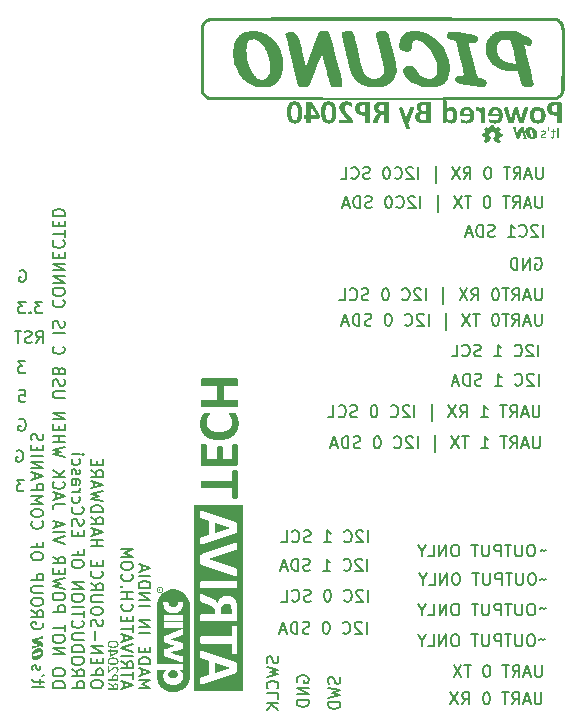
<source format=gbr>
%TF.GenerationSoftware,KiCad,Pcbnew,7.0.10*%
%TF.CreationDate,2024-04-20T18:17:20+05:30*%
%TF.ProjectId,rp2040-basic-m1,72703230-3430-42d6-9261-7369632d6d31,V2.2.5*%
%TF.SameCoordinates,Original*%
%TF.FileFunction,Legend,Bot*%
%TF.FilePolarity,Positive*%
%FSLAX46Y46*%
G04 Gerber Fmt 4.6, Leading zero omitted, Abs format (unit mm)*
G04 Created by KiCad (PCBNEW 7.0.10) date 2024-04-20 18:17:20*
%MOMM*%
%LPD*%
G01*
G04 APERTURE LIST*
%ADD10C,0.000000*%
%ADD11C,0.200000*%
%ADD12C,0.150000*%
G04 APERTURE END LIST*
D10*
G36*
X89323100Y-83091163D02*
G01*
X89348645Y-83092354D01*
X89373589Y-83094338D01*
X89397630Y-83097116D01*
X89420469Y-83100688D01*
X89441803Y-83105054D01*
X89461333Y-83110213D01*
X89478758Y-83116166D01*
X89493198Y-83122322D01*
X89507511Y-83129251D01*
X89521644Y-83136904D01*
X89535544Y-83145237D01*
X89549160Y-83154203D01*
X89562437Y-83163754D01*
X89575323Y-83173845D01*
X89587767Y-83184429D01*
X89599714Y-83195459D01*
X89611112Y-83206889D01*
X89621909Y-83218673D01*
X89632051Y-83230764D01*
X89641487Y-83243115D01*
X89650163Y-83255680D01*
X89658026Y-83268413D01*
X89665025Y-83281266D01*
X89671795Y-83295728D01*
X89677814Y-83311239D01*
X89683073Y-83327654D01*
X89687564Y-83344832D01*
X89691280Y-83362631D01*
X89694214Y-83380907D01*
X89696357Y-83399517D01*
X89697701Y-83418320D01*
X89698239Y-83437173D01*
X89697963Y-83455933D01*
X89696866Y-83474457D01*
X89694939Y-83492602D01*
X89692175Y-83510227D01*
X89688567Y-83527188D01*
X89684105Y-83543343D01*
X89678783Y-83558550D01*
X89672856Y-83572635D01*
X89666392Y-83586312D01*
X89659400Y-83599576D01*
X89651889Y-83612421D01*
X89643866Y-83624844D01*
X89635342Y-83636838D01*
X89626324Y-83648399D01*
X89616821Y-83659521D01*
X89606843Y-83670200D01*
X89596397Y-83680431D01*
X89585492Y-83690208D01*
X89574138Y-83699527D01*
X89562343Y-83708382D01*
X89550116Y-83716769D01*
X89537465Y-83724682D01*
X89524399Y-83732116D01*
X89510927Y-83739067D01*
X89497057Y-83745529D01*
X89482799Y-83751497D01*
X89468160Y-83756967D01*
X89453151Y-83761932D01*
X89437779Y-83766389D01*
X89422052Y-83770331D01*
X89405981Y-83773755D01*
X89389574Y-83776655D01*
X89372838Y-83779026D01*
X89355784Y-83780862D01*
X89338419Y-83782160D01*
X89320753Y-83782913D01*
X89302794Y-83783117D01*
X89284551Y-83782767D01*
X89266033Y-83781858D01*
X89245294Y-83780328D01*
X89224543Y-83778154D01*
X89204065Y-83775384D01*
X89184145Y-83772068D01*
X89165068Y-83768257D01*
X89147120Y-83763999D01*
X89130585Y-83759343D01*
X89115750Y-83754341D01*
X89102449Y-83748814D01*
X89088816Y-83742224D01*
X89074966Y-83734673D01*
X89061014Y-83726262D01*
X89047075Y-83717095D01*
X89033262Y-83707274D01*
X89019691Y-83696901D01*
X89006477Y-83686079D01*
X88993734Y-83674909D01*
X88981577Y-83663494D01*
X88970121Y-83651937D01*
X88959480Y-83640339D01*
X88949770Y-83628803D01*
X88941104Y-83617432D01*
X88933598Y-83606327D01*
X88927367Y-83595591D01*
X88919181Y-83577852D01*
X88912085Y-83559248D01*
X88906077Y-83539906D01*
X88901156Y-83519954D01*
X88897321Y-83499517D01*
X88894569Y-83478724D01*
X88892899Y-83457702D01*
X88892309Y-83436577D01*
X88892799Y-83415477D01*
X88894366Y-83394529D01*
X88897009Y-83373860D01*
X88900726Y-83353597D01*
X88905517Y-83333867D01*
X88911378Y-83314798D01*
X88918309Y-83296517D01*
X88926308Y-83279150D01*
X88932540Y-83268041D01*
X88940048Y-83256606D01*
X88948719Y-83244943D01*
X88958439Y-83233145D01*
X88969095Y-83221311D01*
X88980575Y-83209535D01*
X88992764Y-83197915D01*
X89005551Y-83186546D01*
X89018821Y-83175523D01*
X89032462Y-83164945D01*
X89046360Y-83154906D01*
X89060402Y-83145502D01*
X89074476Y-83136830D01*
X89088467Y-83128986D01*
X89102263Y-83122066D01*
X89115750Y-83116166D01*
X89133175Y-83110213D01*
X89152705Y-83105054D01*
X89174039Y-83100688D01*
X89196878Y-83097116D01*
X89220919Y-83094338D01*
X89245863Y-83092354D01*
X89271408Y-83091163D01*
X89297254Y-83090766D01*
X89323100Y-83091163D01*
G37*
G36*
X109836068Y-28983796D02*
G01*
X109941343Y-28988499D01*
X110046866Y-28995806D01*
X110149537Y-29005283D01*
X110246254Y-29016497D01*
X110333918Y-29029013D01*
X110409428Y-29042398D01*
X110469682Y-29056216D01*
X110605714Y-29098632D01*
X110743351Y-29151962D01*
X110881716Y-29215462D01*
X111019934Y-29288388D01*
X111157128Y-29369995D01*
X111292423Y-29459540D01*
X111424944Y-29556278D01*
X111553813Y-29659466D01*
X111678156Y-29768358D01*
X111797096Y-29882212D01*
X111909757Y-30000282D01*
X112015263Y-30121825D01*
X112112739Y-30246096D01*
X112201308Y-30372352D01*
X112280096Y-30499848D01*
X112348224Y-30627840D01*
X112441807Y-30832622D01*
X112522157Y-31037521D01*
X112589314Y-31241535D01*
X112643318Y-31443666D01*
X112684205Y-31642914D01*
X112712016Y-31838278D01*
X112726790Y-32028758D01*
X112728563Y-32213356D01*
X112717377Y-32391069D01*
X112693268Y-32560900D01*
X112656277Y-32721848D01*
X112606442Y-32872912D01*
X112543801Y-33013093D01*
X112468393Y-33141392D01*
X112425914Y-33200772D01*
X112380258Y-33256807D01*
X112331429Y-33309371D01*
X112279433Y-33358340D01*
X112214582Y-33411379D01*
X112145224Y-33460377D01*
X112071626Y-33505357D01*
X111994055Y-33546339D01*
X111912779Y-33583344D01*
X111828065Y-33616394D01*
X111740181Y-33645510D01*
X111649394Y-33670714D01*
X111460181Y-33709469D01*
X111262565Y-33732829D01*
X111058686Y-33740965D01*
X110850683Y-33734049D01*
X110640696Y-33712249D01*
X110430864Y-33675737D01*
X110223326Y-33624683D01*
X110020222Y-33559258D01*
X109823692Y-33479633D01*
X109635874Y-33385977D01*
X109545901Y-33333941D01*
X109458908Y-33278462D01*
X109375163Y-33219560D01*
X109294934Y-33157257D01*
X109243585Y-33112640D01*
X109192966Y-33064488D01*
X109143431Y-33013359D01*
X109095338Y-32959812D01*
X109049044Y-32904404D01*
X109004905Y-32847695D01*
X108963277Y-32790241D01*
X108924517Y-32732601D01*
X108888981Y-32675333D01*
X108857027Y-32618996D01*
X108829011Y-32564146D01*
X108805289Y-32511343D01*
X108786218Y-32461145D01*
X108772154Y-32414109D01*
X108763454Y-32370794D01*
X108761227Y-32350706D01*
X108760475Y-32331757D01*
X108761199Y-32308134D01*
X108763348Y-32284907D01*
X108766893Y-32262099D01*
X108771803Y-32239732D01*
X108778045Y-32217830D01*
X108785590Y-32196417D01*
X108794406Y-32175515D01*
X108804462Y-32155148D01*
X108815728Y-32135339D01*
X108828171Y-32116112D01*
X108841762Y-32097489D01*
X108856469Y-32079494D01*
X108872261Y-32062150D01*
X108889108Y-32045480D01*
X108906978Y-32029508D01*
X108925840Y-32014257D01*
X108945663Y-31999750D01*
X108966416Y-31986011D01*
X108988068Y-31973062D01*
X109010589Y-31960927D01*
X109033947Y-31949629D01*
X109058110Y-31939192D01*
X109083049Y-31929638D01*
X109108733Y-31920992D01*
X109135129Y-31913275D01*
X109162207Y-31906512D01*
X109189937Y-31900725D01*
X109218287Y-31895939D01*
X109247226Y-31892175D01*
X109276722Y-31889458D01*
X109306747Y-31887811D01*
X109337267Y-31887257D01*
X109388066Y-31888433D01*
X109435586Y-31892197D01*
X109458254Y-31895162D01*
X109480269Y-31898907D01*
X109501685Y-31903479D01*
X109522557Y-31908920D01*
X109542941Y-31915276D01*
X109562892Y-31922591D01*
X109582465Y-31930910D01*
X109601715Y-31940277D01*
X109620698Y-31950737D01*
X109639469Y-31962335D01*
X109658082Y-31975115D01*
X109676594Y-31989122D01*
X109695060Y-32004399D01*
X109713534Y-32020993D01*
X109732072Y-32038947D01*
X109750730Y-32058306D01*
X109769561Y-32079114D01*
X109788623Y-32101417D01*
X109827655Y-32150683D01*
X109868269Y-32206460D01*
X109910906Y-32269105D01*
X109956008Y-32338974D01*
X110004017Y-32416424D01*
X110036476Y-32467412D01*
X110066741Y-32513524D01*
X110095348Y-32555218D01*
X110122831Y-32592950D01*
X110149725Y-32627180D01*
X110176564Y-32658363D01*
X110203884Y-32686956D01*
X110232220Y-32713419D01*
X110262105Y-32738207D01*
X110294076Y-32761777D01*
X110328667Y-32784589D01*
X110366413Y-32807098D01*
X110407848Y-32829762D01*
X110453508Y-32853038D01*
X110503928Y-32877384D01*
X110559641Y-32903257D01*
X110631858Y-32934020D01*
X110703539Y-32958861D01*
X110774523Y-32977811D01*
X110844647Y-32990901D01*
X110913747Y-32998161D01*
X110981662Y-32999624D01*
X111048228Y-32995319D01*
X111113282Y-32985278D01*
X111176662Y-32969532D01*
X111238205Y-32948112D01*
X111297747Y-32921049D01*
X111355128Y-32888374D01*
X111410182Y-32850118D01*
X111462749Y-32806312D01*
X111512665Y-32756987D01*
X111559767Y-32702174D01*
X111575839Y-32680479D01*
X111590369Y-32658838D01*
X111603426Y-32636933D01*
X111615080Y-32614448D01*
X111625402Y-32591063D01*
X111634459Y-32566461D01*
X111642323Y-32540324D01*
X111649063Y-32512335D01*
X111654748Y-32482175D01*
X111659450Y-32449527D01*
X111663236Y-32414074D01*
X111666178Y-32375496D01*
X111668345Y-32333477D01*
X111669806Y-32287698D01*
X111670631Y-32237842D01*
X111670891Y-32183591D01*
X111662455Y-32009658D01*
X111639616Y-31833927D01*
X111603104Y-31657576D01*
X111553648Y-31481783D01*
X111491974Y-31307727D01*
X111418814Y-31136585D01*
X111334894Y-30969535D01*
X111240944Y-30807757D01*
X111137692Y-30652428D01*
X111025866Y-30504727D01*
X110906197Y-30365831D01*
X110779411Y-30236919D01*
X110646238Y-30119169D01*
X110507407Y-30013759D01*
X110363646Y-29921868D01*
X110215683Y-29844674D01*
X110155952Y-29816770D01*
X110101468Y-29792594D01*
X110051774Y-29772155D01*
X110006414Y-29755459D01*
X109964930Y-29742516D01*
X109926863Y-29733332D01*
X109891758Y-29727915D01*
X109875173Y-29726621D01*
X109859157Y-29726273D01*
X109843652Y-29726870D01*
X109828602Y-29728413D01*
X109813949Y-29730905D01*
X109799636Y-29734344D01*
X109785606Y-29738734D01*
X109771802Y-29744074D01*
X109758166Y-29750365D01*
X109744642Y-29757609D01*
X109717699Y-29774958D01*
X109690516Y-29796129D01*
X109662636Y-29821129D01*
X109633600Y-29849966D01*
X109615546Y-29868659D01*
X109599049Y-29887152D01*
X109584057Y-29905613D01*
X109570514Y-29924214D01*
X109558366Y-29943125D01*
X109547559Y-29962517D01*
X109538039Y-29982559D01*
X109529751Y-30003424D01*
X109522642Y-30025280D01*
X109516657Y-30048300D01*
X109511741Y-30072652D01*
X109507841Y-30098508D01*
X109504901Y-30126039D01*
X109502869Y-30155415D01*
X109501690Y-30186805D01*
X109501309Y-30220382D01*
X109500120Y-30272493D01*
X109496761Y-30324727D01*
X109491542Y-30375721D01*
X109484772Y-30424111D01*
X109476762Y-30468532D01*
X109467822Y-30507620D01*
X109463100Y-30524738D01*
X109458261Y-30540011D01*
X109453346Y-30553269D01*
X109448391Y-30564341D01*
X109435477Y-30585319D01*
X109419677Y-30604609D01*
X109401176Y-30622229D01*
X109380157Y-30638196D01*
X109356806Y-30652528D01*
X109331305Y-30665241D01*
X109303839Y-30676354D01*
X109274593Y-30685883D01*
X109243749Y-30693847D01*
X109211493Y-30700262D01*
X109178009Y-30705147D01*
X109143479Y-30708518D01*
X109072024Y-30710789D01*
X108998600Y-30707216D01*
X108924679Y-30697937D01*
X108851735Y-30683093D01*
X108781241Y-30662823D01*
X108747373Y-30650697D01*
X108714669Y-30637266D01*
X108683314Y-30622549D01*
X108653492Y-30606563D01*
X108625387Y-30589325D01*
X108599183Y-30570852D01*
X108575064Y-30551162D01*
X108553214Y-30530273D01*
X108533817Y-30508202D01*
X108517058Y-30484966D01*
X108504732Y-30464795D01*
X108493541Y-30443035D01*
X108483477Y-30419772D01*
X108474528Y-30395090D01*
X108459934Y-30341811D01*
X108449672Y-30283882D01*
X108443658Y-30221984D01*
X108441807Y-30156799D01*
X108444033Y-30089010D01*
X108450251Y-30019299D01*
X108460375Y-29948347D01*
X108474322Y-29876837D01*
X108492004Y-29805451D01*
X108513338Y-29734872D01*
X108538237Y-29665780D01*
X108566616Y-29598859D01*
X108598391Y-29534791D01*
X108633476Y-29474257D01*
X108655406Y-29439309D01*
X108677579Y-29405885D01*
X108700050Y-29373959D01*
X108722876Y-29343505D01*
X108746112Y-29314497D01*
X108769816Y-29286908D01*
X108794043Y-29260712D01*
X108818849Y-29235884D01*
X108844291Y-29212397D01*
X108870424Y-29190224D01*
X108897306Y-29169340D01*
X108924992Y-29149719D01*
X108953538Y-29131334D01*
X108983001Y-29114159D01*
X109013437Y-29098168D01*
X109044902Y-29083335D01*
X109077452Y-29069634D01*
X109111143Y-29057038D01*
X109146032Y-29045522D01*
X109182175Y-29035059D01*
X109219628Y-29025623D01*
X109258447Y-29017188D01*
X109298688Y-29009728D01*
X109340408Y-29003216D01*
X109383663Y-28997627D01*
X109428509Y-28992934D01*
X109523198Y-28986132D01*
X109624926Y-28982601D01*
X109734141Y-28982132D01*
X109836068Y-28983796D01*
G37*
G36*
X88233232Y-76175088D02*
G01*
X88237461Y-76175385D01*
X88241658Y-76175880D01*
X88245813Y-76176572D01*
X88249915Y-76177460D01*
X88253955Y-76178544D01*
X88257921Y-76179822D01*
X88261804Y-76181294D01*
X88265594Y-76182959D01*
X88269280Y-76184816D01*
X88272851Y-76186865D01*
X88276298Y-76189104D01*
X88279611Y-76191533D01*
X88282778Y-76194151D01*
X88285790Y-76196958D01*
X88288637Y-76199952D01*
X88291308Y-76203133D01*
X88294523Y-76207473D01*
X88297429Y-76211805D01*
X88300040Y-76216195D01*
X88302371Y-76220711D01*
X88304435Y-76225420D01*
X88306247Y-76230387D01*
X88307820Y-76235680D01*
X88309168Y-76241365D01*
X88310305Y-76247510D01*
X88311245Y-76254179D01*
X88312002Y-76261441D01*
X88312591Y-76269362D01*
X88313024Y-76278008D01*
X88313316Y-76287446D01*
X88313481Y-76297744D01*
X88313533Y-76308967D01*
X88313533Y-76387284D01*
X88186533Y-76387284D01*
X88059533Y-76387284D01*
X88059533Y-76360825D01*
X88059589Y-76356691D01*
X88059779Y-76353003D01*
X88059936Y-76351319D01*
X88060140Y-76349737D01*
X88060396Y-76348255D01*
X88060707Y-76346868D01*
X88061079Y-76345575D01*
X88061516Y-76344371D01*
X88062023Y-76343255D01*
X88062603Y-76342222D01*
X88063261Y-76341269D01*
X88064003Y-76340394D01*
X88064831Y-76339594D01*
X88065751Y-76338865D01*
X88066767Y-76338204D01*
X88067884Y-76337608D01*
X88069106Y-76337074D01*
X88070437Y-76336599D01*
X88071882Y-76336180D01*
X88073446Y-76335814D01*
X88075132Y-76335497D01*
X88076946Y-76335227D01*
X88078892Y-76335000D01*
X88080974Y-76334813D01*
X88085564Y-76334549D01*
X88090752Y-76334408D01*
X88096575Y-76334367D01*
X88186533Y-76334367D01*
X88228867Y-76334367D01*
X88242840Y-76334286D01*
X88248493Y-76334095D01*
X88253340Y-76333722D01*
X88255481Y-76333449D01*
X88257444Y-76333107D01*
X88259235Y-76332690D01*
X88260865Y-76332190D01*
X88262339Y-76331600D01*
X88263665Y-76330911D01*
X88264853Y-76330116D01*
X88265908Y-76329208D01*
X88266840Y-76328178D01*
X88267655Y-76327021D01*
X88268362Y-76325727D01*
X88268967Y-76324290D01*
X88269480Y-76322702D01*
X88269908Y-76320954D01*
X88270258Y-76319041D01*
X88270538Y-76316954D01*
X88270921Y-76312228D01*
X88271117Y-76306716D01*
X88271200Y-76293091D01*
X88271126Y-76288730D01*
X88270908Y-76284391D01*
X88270551Y-76280099D01*
X88270059Y-76275877D01*
X88269436Y-76271748D01*
X88268688Y-76267735D01*
X88267819Y-76263861D01*
X88266834Y-76260151D01*
X88265737Y-76256626D01*
X88264534Y-76253311D01*
X88263228Y-76250228D01*
X88261824Y-76247401D01*
X88260327Y-76244853D01*
X88258742Y-76242608D01*
X88257073Y-76240688D01*
X88255325Y-76239116D01*
X88254504Y-76238434D01*
X88253629Y-76237778D01*
X88251726Y-76236543D01*
X88249635Y-76235417D01*
X88247371Y-76234404D01*
X88244952Y-76233508D01*
X88242396Y-76232736D01*
X88239718Y-76232090D01*
X88236936Y-76231576D01*
X88234068Y-76231199D01*
X88231130Y-76230962D01*
X88228139Y-76230871D01*
X88225113Y-76230931D01*
X88222068Y-76231146D01*
X88219021Y-76231520D01*
X88215990Y-76232059D01*
X88212992Y-76232766D01*
X88208857Y-76233966D01*
X88206959Y-76234581D01*
X88205170Y-76235216D01*
X88203486Y-76235876D01*
X88201904Y-76236568D01*
X88200421Y-76237299D01*
X88199035Y-76238075D01*
X88197741Y-76238901D01*
X88196538Y-76239785D01*
X88195421Y-76240734D01*
X88194388Y-76241752D01*
X88193436Y-76242847D01*
X88192561Y-76244026D01*
X88191760Y-76245293D01*
X88191031Y-76246657D01*
X88190370Y-76248123D01*
X88189774Y-76249698D01*
X88189241Y-76251388D01*
X88188766Y-76253200D01*
X88188347Y-76255139D01*
X88187980Y-76257213D01*
X88187663Y-76259427D01*
X88187393Y-76261788D01*
X88186980Y-76266978D01*
X88186715Y-76272833D01*
X88186575Y-76279404D01*
X88186533Y-76286742D01*
X88186533Y-76334367D01*
X88096575Y-76334367D01*
X88102572Y-76334325D01*
X88107890Y-76334177D01*
X88112569Y-76333893D01*
X88116650Y-76333441D01*
X88118479Y-76333143D01*
X88120173Y-76332791D01*
X88121738Y-76332382D01*
X88123178Y-76331911D01*
X88124499Y-76331376D01*
X88125706Y-76330771D01*
X88126803Y-76330094D01*
X88127796Y-76329340D01*
X88128690Y-76328505D01*
X88129489Y-76327586D01*
X88130200Y-76326578D01*
X88130826Y-76325479D01*
X88131374Y-76324283D01*
X88131847Y-76322987D01*
X88132251Y-76321587D01*
X88132591Y-76320079D01*
X88133100Y-76316725D01*
X88133414Y-76312894D01*
X88133573Y-76308554D01*
X88133617Y-76303675D01*
X88133515Y-76299255D01*
X88133197Y-76295107D01*
X88132647Y-76291204D01*
X88132279Y-76289336D01*
X88131847Y-76287519D01*
X88131349Y-76285750D01*
X88130781Y-76284026D01*
X88130142Y-76282344D01*
X88129431Y-76280700D01*
X88128644Y-76279090D01*
X88127780Y-76277513D01*
X88126837Y-76275963D01*
X88125811Y-76274439D01*
X88124703Y-76272936D01*
X88123508Y-76271452D01*
X88122225Y-76269982D01*
X88120853Y-76268525D01*
X88117828Y-76265632D01*
X88114418Y-76262747D01*
X88110604Y-76259844D01*
X88106371Y-76256895D01*
X88101700Y-76253876D01*
X88096575Y-76250758D01*
X88091799Y-76247816D01*
X88087387Y-76244933D01*
X88083332Y-76242094D01*
X88079625Y-76239282D01*
X88076260Y-76236482D01*
X88073228Y-76233680D01*
X88070521Y-76230859D01*
X88068132Y-76228004D01*
X88066054Y-76225099D01*
X88064277Y-76222129D01*
X88063500Y-76220615D01*
X88062795Y-76219079D01*
X88062163Y-76217519D01*
X88061600Y-76215932D01*
X88061108Y-76214318D01*
X88060684Y-76212674D01*
X88060040Y-76209289D01*
X88059659Y-76205761D01*
X88059533Y-76202075D01*
X88059580Y-76196481D01*
X88059761Y-76191606D01*
X88059919Y-76189436D01*
X88060133Y-76187446D01*
X88060410Y-76185634D01*
X88060757Y-76184001D01*
X88061181Y-76182546D01*
X88061691Y-76181269D01*
X88062292Y-76180170D01*
X88062994Y-76179249D01*
X88063802Y-76178505D01*
X88064724Y-76177938D01*
X88065768Y-76177549D01*
X88066942Y-76177337D01*
X88068251Y-76177301D01*
X88069705Y-76177442D01*
X88071309Y-76177759D01*
X88073073Y-76178252D01*
X88075002Y-76178921D01*
X88077104Y-76179767D01*
X88079387Y-76180787D01*
X88081858Y-76181983D01*
X88087393Y-76184901D01*
X88093768Y-76188517D01*
X88101042Y-76192831D01*
X88109275Y-76197842D01*
X88145258Y-76220067D01*
X88169600Y-76197842D01*
X88172944Y-76194871D01*
X88176420Y-76192111D01*
X88180018Y-76189560D01*
X88183728Y-76187217D01*
X88187540Y-76185082D01*
X88191443Y-76183154D01*
X88195427Y-76181433D01*
X88199481Y-76179916D01*
X88203596Y-76178605D01*
X88207762Y-76177497D01*
X88211967Y-76176592D01*
X88216202Y-76175890D01*
X88220456Y-76175389D01*
X88224719Y-76175089D01*
X88228982Y-76174988D01*
X88233232Y-76175088D01*
G37*
G36*
X102209019Y-28977719D02*
G01*
X102253642Y-28978969D01*
X102293397Y-28980892D01*
X102328687Y-28983591D01*
X102359915Y-28987166D01*
X102387485Y-28991717D01*
X102411799Y-28997346D01*
X102433260Y-29004153D01*
X102452272Y-29012239D01*
X102469238Y-29021705D01*
X102484560Y-29032651D01*
X102498641Y-29045179D01*
X102511886Y-29059388D01*
X102524696Y-29075381D01*
X102537476Y-29093257D01*
X102613181Y-29315765D01*
X102750217Y-29805730D01*
X103120221Y-31237043D01*
X103471373Y-32685224D01*
X103584844Y-33196273D01*
X103627560Y-33448299D01*
X103627233Y-33475798D01*
X103626185Y-33500864D01*
X103624316Y-33523666D01*
X103621524Y-33544375D01*
X103617709Y-33563162D01*
X103615386Y-33571888D01*
X103612770Y-33580197D01*
X103609847Y-33588111D01*
X103606606Y-33595651D01*
X103603033Y-33602838D01*
X103599117Y-33609694D01*
X103594843Y-33616240D01*
X103590201Y-33622497D01*
X103585177Y-33628487D01*
X103579758Y-33634230D01*
X103573933Y-33639749D01*
X103567688Y-33645064D01*
X103561011Y-33650197D01*
X103553889Y-33655170D01*
X103538260Y-33664717D01*
X103520702Y-33673877D01*
X103501112Y-33682819D01*
X103479391Y-33691716D01*
X103436051Y-33705998D01*
X103386177Y-33717171D01*
X103330924Y-33725353D01*
X103271446Y-33730659D01*
X103208898Y-33733205D01*
X103144436Y-33733108D01*
X103079214Y-33730484D01*
X103014387Y-33725450D01*
X102951111Y-33718121D01*
X102890539Y-33708614D01*
X102833828Y-33697045D01*
X102782133Y-33683530D01*
X102736607Y-33668186D01*
X102698406Y-33651129D01*
X102682414Y-33641994D01*
X102668686Y-33632475D01*
X102657366Y-33622586D01*
X102648600Y-33612341D01*
X102640320Y-33597808D01*
X102629490Y-33572477D01*
X102600892Y-33491872D01*
X102564233Y-33375425D01*
X102520938Y-33228033D01*
X102472435Y-33054597D01*
X102420149Y-32860014D01*
X102365507Y-32649185D01*
X102309935Y-32427007D01*
X102089669Y-31550658D01*
X102020836Y-31283542D01*
X101972590Y-31107398D01*
X101939724Y-31004924D01*
X101927430Y-30975906D01*
X101917027Y-30958818D01*
X101907865Y-30951497D01*
X101899292Y-30951780D01*
X101881308Y-30966508D01*
X101875088Y-30977320D01*
X101864535Y-30999426D01*
X101831452Y-31075069D01*
X101784106Y-31188540D01*
X101724544Y-31334940D01*
X101576956Y-31706927D01*
X101405060Y-32151840D01*
X101076975Y-33003798D01*
X100958574Y-33302282D01*
X100891767Y-33458882D01*
X100883007Y-33476913D01*
X100873585Y-33494297D01*
X100863493Y-33511040D01*
X100852721Y-33527147D01*
X100841259Y-33542621D01*
X100829097Y-33557469D01*
X100816226Y-33571695D01*
X100802636Y-33585303D01*
X100788318Y-33598299D01*
X100773261Y-33610688D01*
X100757456Y-33622474D01*
X100740893Y-33633662D01*
X100723563Y-33644257D01*
X100705456Y-33654264D01*
X100686562Y-33663688D01*
X100666872Y-33672533D01*
X100646375Y-33680805D01*
X100625063Y-33688508D01*
X100602925Y-33695647D01*
X100579952Y-33702227D01*
X100556134Y-33708252D01*
X100531461Y-33713729D01*
X100505924Y-33718660D01*
X100479513Y-33723052D01*
X100452219Y-33726909D01*
X100424031Y-33730237D01*
X100394940Y-33733039D01*
X100364936Y-33735320D01*
X100302151Y-33738342D01*
X100235600Y-33739341D01*
X100177213Y-33738332D01*
X100150259Y-33736912D01*
X100124702Y-33734742D01*
X100100471Y-33731715D01*
X100077493Y-33727725D01*
X100055697Y-33722668D01*
X100035012Y-33716438D01*
X100015366Y-33708928D01*
X99996687Y-33700034D01*
X99978903Y-33689650D01*
X99961942Y-33677670D01*
X99945733Y-33663989D01*
X99930205Y-33648500D01*
X99915285Y-33631099D01*
X99900902Y-33611679D01*
X99886984Y-33590136D01*
X99873459Y-33566363D01*
X99860256Y-33540255D01*
X99847303Y-33511706D01*
X99834529Y-33480611D01*
X99821861Y-33446864D01*
X99809227Y-33410359D01*
X99796557Y-33370991D01*
X99770820Y-33283243D01*
X99744075Y-33182775D01*
X99715748Y-33068742D01*
X99685267Y-32940298D01*
X99182560Y-30807757D01*
X98921945Y-29680632D01*
X98812142Y-29188507D01*
X98813029Y-29182465D01*
X98815641Y-29176260D01*
X98819903Y-29169915D01*
X98825744Y-29163455D01*
X98833087Y-29156901D01*
X98841861Y-29150277D01*
X98851992Y-29143607D01*
X98863405Y-29136914D01*
X98889786Y-29123550D01*
X98920415Y-29110373D01*
X98954702Y-29097567D01*
X98992059Y-29085320D01*
X99031896Y-29073817D01*
X99073625Y-29063244D01*
X99116656Y-29053787D01*
X99160400Y-29045632D01*
X99204268Y-29038966D01*
X99247671Y-29033974D01*
X99290019Y-29030842D01*
X99330724Y-29029757D01*
X99357736Y-29030274D01*
X99383352Y-29031907D01*
X99407790Y-29034780D01*
X99431267Y-29039018D01*
X99454000Y-29044743D01*
X99476205Y-29052082D01*
X99498101Y-29061156D01*
X99519903Y-29072091D01*
X99541829Y-29085010D01*
X99564097Y-29100037D01*
X99586922Y-29117297D01*
X99610523Y-29136914D01*
X99635116Y-29159011D01*
X99660918Y-29183712D01*
X99688146Y-29211142D01*
X99717017Y-29241424D01*
X99760010Y-29288531D01*
X99800010Y-29337491D01*
X99837498Y-29389659D01*
X99855451Y-29417371D01*
X99872956Y-29446394D01*
X99890073Y-29476897D01*
X99906863Y-29509050D01*
X99939701Y-29578985D01*
X99971949Y-29657555D01*
X100004089Y-29746117D01*
X100036602Y-29846027D01*
X100069966Y-29958641D01*
X100104665Y-30085317D01*
X100141177Y-30227410D01*
X100179983Y-30386278D01*
X100221565Y-30563276D01*
X100314976Y-30977090D01*
X100388232Y-31296161D01*
X100452559Y-31561158D01*
X100501011Y-31745787D01*
X100517113Y-31799748D01*
X100526641Y-31823757D01*
X100532607Y-31829046D01*
X100535612Y-31831160D01*
X100538645Y-31832893D01*
X100541713Y-31834223D01*
X100544828Y-31835128D01*
X100547997Y-31835588D01*
X100551229Y-31835580D01*
X100554534Y-31835085D01*
X100557921Y-31834079D01*
X100561399Y-31832543D01*
X100564976Y-31830454D01*
X100568663Y-31827792D01*
X100572468Y-31824535D01*
X100576400Y-31820661D01*
X100580468Y-31816150D01*
X100589049Y-31805130D01*
X100598285Y-31791304D01*
X100608247Y-31774502D01*
X100619008Y-31754552D01*
X100630642Y-31731285D01*
X100643220Y-31704529D01*
X100656815Y-31674115D01*
X100671501Y-31639872D01*
X100687349Y-31601629D01*
X100704433Y-31559215D01*
X100722825Y-31512461D01*
X100742598Y-31461196D01*
X100786576Y-31344448D01*
X100836949Y-31207609D01*
X100894298Y-31049314D01*
X100959205Y-30868198D01*
X101032252Y-30662898D01*
X101114018Y-30432049D01*
X101299640Y-29911729D01*
X101463929Y-29476242D01*
X101532648Y-29304418D01*
X101589523Y-29170731D01*
X101632384Y-29080824D01*
X101647880Y-29054052D01*
X101659059Y-29040341D01*
X101663924Y-29036899D01*
X101669574Y-29033523D01*
X101683150Y-29026977D01*
X101699626Y-29020726D01*
X101718838Y-29014792D01*
X101740623Y-29009199D01*
X101764819Y-29003971D01*
X101791263Y-28999130D01*
X101819792Y-28994700D01*
X101850244Y-28990704D01*
X101882455Y-28987166D01*
X101916263Y-28984108D01*
X101951505Y-28981554D01*
X101988018Y-28979527D01*
X102025640Y-28978050D01*
X102064207Y-28977147D01*
X102103557Y-28976841D01*
X102209019Y-28977719D01*
G37*
G36*
X88204895Y-76022909D02*
G01*
X88221173Y-76024652D01*
X88237366Y-76027434D01*
X88253427Y-76031268D01*
X88269305Y-76036169D01*
X88284951Y-76042153D01*
X88300317Y-76049235D01*
X88315352Y-76057429D01*
X88330007Y-76066750D01*
X88344234Y-76077213D01*
X88357983Y-76088834D01*
X88362406Y-76092969D01*
X88366919Y-76097412D01*
X88371492Y-76102121D01*
X88376091Y-76107056D01*
X88380683Y-76112178D01*
X88385237Y-76117445D01*
X88389720Y-76122818D01*
X88394099Y-76128256D01*
X88398341Y-76133719D01*
X88402415Y-76139166D01*
X88406287Y-76144557D01*
X88409924Y-76149853D01*
X88413295Y-76155012D01*
X88416367Y-76159994D01*
X88419108Y-76164759D01*
X88421483Y-76169266D01*
X88425697Y-76178393D01*
X88429597Y-76188600D01*
X88433164Y-76199728D01*
X88436383Y-76211617D01*
X88439236Y-76224107D01*
X88441706Y-76237039D01*
X88443775Y-76250254D01*
X88445428Y-76263591D01*
X88446647Y-76276890D01*
X88447415Y-76289993D01*
X88447714Y-76302739D01*
X88447528Y-76314969D01*
X88446840Y-76326523D01*
X88445633Y-76337242D01*
X88443889Y-76346965D01*
X88441592Y-76355533D01*
X88435582Y-76372158D01*
X88428691Y-76388275D01*
X88420953Y-76403847D01*
X88412405Y-76418835D01*
X88403081Y-76433203D01*
X88393018Y-76446914D01*
X88382251Y-76459930D01*
X88370815Y-76472214D01*
X88358748Y-76483730D01*
X88346083Y-76494439D01*
X88332857Y-76504305D01*
X88319106Y-76513291D01*
X88304865Y-76521359D01*
X88290169Y-76528471D01*
X88275055Y-76534592D01*
X88259558Y-76539683D01*
X88247902Y-76543146D01*
X88236159Y-76546347D01*
X88224639Y-76549227D01*
X88213653Y-76551722D01*
X88203510Y-76553770D01*
X88194520Y-76555310D01*
X88186994Y-76556280D01*
X88183877Y-76556531D01*
X88181242Y-76556617D01*
X88171513Y-76556216D01*
X88161061Y-76555046D01*
X88157184Y-76554383D01*
X88150004Y-76553157D01*
X88138462Y-76550598D01*
X88126554Y-76547418D01*
X88114399Y-76543669D01*
X88102117Y-76539398D01*
X88089828Y-76534656D01*
X88077650Y-76529493D01*
X88065703Y-76523957D01*
X88054107Y-76518099D01*
X88042980Y-76511968D01*
X88032443Y-76505614D01*
X88022614Y-76499086D01*
X88013612Y-76492435D01*
X88005558Y-76485708D01*
X87990912Y-76471760D01*
X87977533Y-76457315D01*
X87965426Y-76442399D01*
X87954593Y-76427037D01*
X87945037Y-76411253D01*
X87936762Y-76395072D01*
X87929771Y-76378519D01*
X87924067Y-76361619D01*
X87919652Y-76344396D01*
X87916530Y-76326875D01*
X87914704Y-76309082D01*
X87914178Y-76291041D01*
X87914370Y-76286506D01*
X87976227Y-76286506D01*
X87976339Y-76301672D01*
X87977318Y-76316364D01*
X87979166Y-76330580D01*
X87981882Y-76344318D01*
X87985467Y-76357578D01*
X87989919Y-76370356D01*
X87995240Y-76382653D01*
X88001428Y-76394466D01*
X88008485Y-76405794D01*
X88016410Y-76416635D01*
X88025204Y-76426987D01*
X88034865Y-76436850D01*
X88045395Y-76446222D01*
X88056792Y-76455100D01*
X88069058Y-76463484D01*
X88076854Y-76468362D01*
X88084049Y-76472697D01*
X88090759Y-76476513D01*
X88097104Y-76479838D01*
X88103201Y-76482698D01*
X88109167Y-76485119D01*
X88115122Y-76487128D01*
X88121181Y-76488751D01*
X88127464Y-76490014D01*
X88134088Y-76490944D01*
X88141171Y-76491567D01*
X88148830Y-76491910D01*
X88157184Y-76491998D01*
X88166351Y-76491858D01*
X88176447Y-76491517D01*
X88187592Y-76491000D01*
X88206563Y-76489592D01*
X88215176Y-76488705D01*
X88223277Y-76487676D01*
X88230920Y-76486492D01*
X88238156Y-76485140D01*
X88245039Y-76483604D01*
X88251621Y-76481872D01*
X88257955Y-76479929D01*
X88264093Y-76477761D01*
X88270090Y-76475354D01*
X88275996Y-76472694D01*
X88281864Y-76469768D01*
X88287749Y-76466561D01*
X88293702Y-76463060D01*
X88299775Y-76459250D01*
X88307451Y-76453905D01*
X88314802Y-76448196D01*
X88321822Y-76442142D01*
X88328509Y-76435758D01*
X88334859Y-76429060D01*
X88340868Y-76422064D01*
X88346532Y-76414786D01*
X88351848Y-76407243D01*
X88356812Y-76399450D01*
X88361421Y-76391423D01*
X88365670Y-76383179D01*
X88369557Y-76374734D01*
X88373076Y-76366103D01*
X88376226Y-76357304D01*
X88379001Y-76348351D01*
X88381399Y-76339261D01*
X88383415Y-76330050D01*
X88385046Y-76320735D01*
X88386289Y-76311331D01*
X88387139Y-76301854D01*
X88387593Y-76292320D01*
X88387647Y-76282746D01*
X88387298Y-76273148D01*
X88386542Y-76263541D01*
X88385374Y-76253942D01*
X88383793Y-76244366D01*
X88381793Y-76234831D01*
X88379371Y-76225352D01*
X88376524Y-76215945D01*
X88373247Y-76206626D01*
X88369538Y-76197411D01*
X88365392Y-76188317D01*
X88362328Y-76182612D01*
X88359087Y-76177008D01*
X88355667Y-76171506D01*
X88352063Y-76166108D01*
X88348274Y-76160816D01*
X88344295Y-76155630D01*
X88340124Y-76150553D01*
X88335758Y-76145587D01*
X88331194Y-76140731D01*
X88326428Y-76135989D01*
X88321457Y-76131362D01*
X88316278Y-76126851D01*
X88310889Y-76122457D01*
X88305286Y-76118183D01*
X88299465Y-76114030D01*
X88293425Y-76110000D01*
X88285629Y-76105121D01*
X88278435Y-76100787D01*
X88271724Y-76096970D01*
X88265379Y-76093645D01*
X88259282Y-76090785D01*
X88253316Y-76088364D01*
X88247362Y-76086355D01*
X88241302Y-76084732D01*
X88235019Y-76083469D01*
X88228395Y-76082539D01*
X88221312Y-76081916D01*
X88213653Y-76081574D01*
X88205299Y-76081486D01*
X88196133Y-76081626D01*
X88186036Y-76081967D01*
X88174892Y-76082483D01*
X88163919Y-76083261D01*
X88153228Y-76084401D01*
X88142822Y-76085901D01*
X88132703Y-76087757D01*
X88122874Y-76089965D01*
X88113337Y-76092522D01*
X88104096Y-76095426D01*
X88095153Y-76098673D01*
X88086511Y-76102259D01*
X88078172Y-76106181D01*
X88070139Y-76110436D01*
X88062415Y-76115021D01*
X88055003Y-76119932D01*
X88047905Y-76125167D01*
X88041124Y-76130720D01*
X88034663Y-76136591D01*
X88028524Y-76142774D01*
X88022710Y-76149268D01*
X88017225Y-76156068D01*
X88012070Y-76163171D01*
X88007248Y-76170574D01*
X88002762Y-76178274D01*
X87998615Y-76186268D01*
X87994810Y-76194551D01*
X87991348Y-76203121D01*
X87988234Y-76211975D01*
X87985469Y-76221109D01*
X87983056Y-76230520D01*
X87980999Y-76240205D01*
X87979299Y-76250159D01*
X87977960Y-76260381D01*
X87976983Y-76270867D01*
X87976227Y-76286506D01*
X87914370Y-76286506D01*
X87914953Y-76272776D01*
X87917034Y-76254313D01*
X87920424Y-76235677D01*
X87925125Y-76216891D01*
X87930800Y-76199580D01*
X87937474Y-76182978D01*
X87945097Y-76167101D01*
X87953621Y-76151963D01*
X87962996Y-76137579D01*
X87973173Y-76123965D01*
X87984103Y-76111134D01*
X87995736Y-76099102D01*
X88008023Y-76087885D01*
X88020915Y-76077496D01*
X88034363Y-76067951D01*
X88048317Y-76059264D01*
X88062729Y-76051451D01*
X88077549Y-76044527D01*
X88092728Y-76038506D01*
X88108217Y-76033403D01*
X88123966Y-76029234D01*
X88139926Y-76026013D01*
X88156048Y-76023755D01*
X88172283Y-76022475D01*
X88188582Y-76022188D01*
X88204895Y-76022909D01*
G37*
G36*
X104254280Y-28977554D02*
G01*
X104295008Y-28978690D01*
X104330937Y-28980561D01*
X104362495Y-28983333D01*
X104390107Y-28987166D01*
X104414199Y-28992223D01*
X104435199Y-28998669D01*
X104453533Y-29006664D01*
X104461833Y-29011294D01*
X104469626Y-29016373D01*
X104483906Y-29027958D01*
X104496797Y-29041581D01*
X104508728Y-29057405D01*
X104520124Y-29075594D01*
X104531411Y-29096310D01*
X104543016Y-29119716D01*
X104564878Y-29164934D01*
X104586942Y-29215803D01*
X104609408Y-29273137D01*
X104632479Y-29337749D01*
X104656356Y-29410454D01*
X104681241Y-29492065D01*
X104707335Y-29583397D01*
X104734839Y-29685263D01*
X104794887Y-29923852D01*
X104862997Y-30214346D01*
X104940780Y-30563255D01*
X105029850Y-30977090D01*
X105131467Y-31429631D01*
X105224650Y-31801433D01*
X105269319Y-31960040D01*
X105313368Y-32102045D01*
X105357293Y-32228639D01*
X105401590Y-32341017D01*
X105446755Y-32440373D01*
X105493284Y-32527900D01*
X105541674Y-32604792D01*
X105592421Y-32672243D01*
X105646020Y-32731446D01*
X105702967Y-32783595D01*
X105763759Y-32829885D01*
X105828893Y-32871507D01*
X105859476Y-32889621D01*
X105889757Y-32906285D01*
X105919805Y-32921539D01*
X105949690Y-32935421D01*
X105979483Y-32947969D01*
X106009252Y-32959223D01*
X106039068Y-32969221D01*
X106069001Y-32978002D01*
X106099119Y-32985605D01*
X106129493Y-32992068D01*
X106160193Y-32997431D01*
X106191288Y-33001732D01*
X106222848Y-33005009D01*
X106254943Y-33007302D01*
X106287642Y-33008650D01*
X106321016Y-33009090D01*
X106372160Y-33008328D01*
X106420607Y-33005969D01*
X106466635Y-33001905D01*
X106510524Y-32996027D01*
X106552552Y-32988226D01*
X106593000Y-32978395D01*
X106632145Y-32966424D01*
X106670266Y-32952205D01*
X106707644Y-32935630D01*
X106744556Y-32916590D01*
X106781283Y-32894976D01*
X106818102Y-32870680D01*
X106855294Y-32843594D01*
X106893136Y-32813609D01*
X106931909Y-32780616D01*
X106971891Y-32744507D01*
X106997747Y-32719482D01*
X107021728Y-32693881D01*
X107043817Y-32667499D01*
X107063999Y-32640131D01*
X107082259Y-32611573D01*
X107098581Y-32581622D01*
X107112950Y-32550071D01*
X107125350Y-32516717D01*
X107135765Y-32481356D01*
X107144181Y-32443783D01*
X107150581Y-32403793D01*
X107154950Y-32361182D01*
X107157273Y-32315745D01*
X107157534Y-32267279D01*
X107155717Y-32215579D01*
X107151808Y-32160439D01*
X107145790Y-32101657D01*
X107137649Y-32039027D01*
X107127368Y-31972345D01*
X107114932Y-31901406D01*
X107100325Y-31826007D01*
X107083533Y-31745942D01*
X107043329Y-31570997D01*
X106994195Y-31374938D01*
X106936007Y-31156129D01*
X106868642Y-30912933D01*
X106791975Y-30643716D01*
X106686699Y-30272710D01*
X106604617Y-29958693D01*
X106545106Y-29697634D01*
X106523622Y-29585704D01*
X106507548Y-29485502D01*
X106496807Y-29396524D01*
X106491321Y-29318267D01*
X106491014Y-29250226D01*
X106495807Y-29191897D01*
X106505623Y-29142777D01*
X106520384Y-29102363D01*
X106540013Y-29070149D01*
X106564433Y-29045632D01*
X106575751Y-29038843D01*
X106589743Y-29032371D01*
X106625029Y-29020404D01*
X106668857Y-29009786D01*
X106719793Y-29000570D01*
X106776403Y-28992812D01*
X106837254Y-28986566D01*
X106900910Y-28981886D01*
X106965938Y-28978825D01*
X107030905Y-28977439D01*
X107094375Y-28977781D01*
X107154915Y-28979906D01*
X107211091Y-28983869D01*
X107261470Y-28989723D01*
X107304616Y-28997522D01*
X107339096Y-29007321D01*
X107352638Y-29012987D01*
X107363476Y-29019174D01*
X107369666Y-29023629D01*
X107376291Y-29029013D01*
X107383288Y-29035266D01*
X107390594Y-29042325D01*
X107398149Y-29050128D01*
X107405890Y-29058613D01*
X107413756Y-29067719D01*
X107421683Y-29077382D01*
X107429610Y-29087542D01*
X107437475Y-29098135D01*
X107445216Y-29109101D01*
X107452771Y-29120377D01*
X107460078Y-29131901D01*
X107467075Y-29143611D01*
X107473700Y-29155444D01*
X107479891Y-29167340D01*
X107538006Y-29340425D01*
X107635251Y-29689810D01*
X107889334Y-30684064D01*
X108126550Y-31683280D01*
X108202711Y-32038865D01*
X108231308Y-32220631D01*
X108226841Y-32324040D01*
X108213676Y-32427534D01*
X108192171Y-32530578D01*
X108162682Y-32632638D01*
X108125565Y-32733178D01*
X108081178Y-32831664D01*
X108029876Y-32927562D01*
X107972016Y-33020335D01*
X107907955Y-33109450D01*
X107838050Y-33194371D01*
X107762656Y-33274564D01*
X107682132Y-33349494D01*
X107596832Y-33418625D01*
X107507114Y-33481424D01*
X107413334Y-33537354D01*
X107315849Y-33585882D01*
X107271618Y-33605620D01*
X107229643Y-33623234D01*
X107189078Y-33638832D01*
X107149080Y-33652524D01*
X107108802Y-33664417D01*
X107067400Y-33674621D01*
X107024029Y-33683243D01*
X106977845Y-33690392D01*
X106928002Y-33696178D01*
X106873655Y-33700707D01*
X106813960Y-33704089D01*
X106748071Y-33706433D01*
X106675144Y-33707846D01*
X106594334Y-33708438D01*
X106405684Y-33707590D01*
X106264213Y-33706304D01*
X106132904Y-33702257D01*
X106010882Y-33695172D01*
X105897270Y-33684770D01*
X105791192Y-33670771D01*
X105691773Y-33652896D01*
X105598137Y-33630866D01*
X105509407Y-33604403D01*
X105424708Y-33573226D01*
X105343164Y-33537058D01*
X105263899Y-33495618D01*
X105186037Y-33448629D01*
X105108702Y-33395811D01*
X105031018Y-33336884D01*
X104952109Y-33271570D01*
X104871100Y-33199590D01*
X104793572Y-33125747D01*
X104721424Y-33050369D01*
X104654206Y-32972418D01*
X104591469Y-32890855D01*
X104532762Y-32804640D01*
X104477636Y-32712736D01*
X104425641Y-32614104D01*
X104376329Y-32507705D01*
X104329249Y-32392500D01*
X104283953Y-32267451D01*
X104239989Y-32131519D01*
X104196909Y-31983665D01*
X104154263Y-31822850D01*
X104111602Y-31648037D01*
X104068475Y-31458185D01*
X104024434Y-31252257D01*
X103939767Y-30852488D01*
X103851132Y-30447262D01*
X103768449Y-30084701D01*
X103701642Y-29812924D01*
X103652777Y-29605970D01*
X103612346Y-29419356D01*
X103596688Y-29340033D01*
X103584812Y-29273422D01*
X103577278Y-29222066D01*
X103574642Y-29188507D01*
X103575186Y-29175330D01*
X103576819Y-29162585D01*
X103579548Y-29150273D01*
X103583376Y-29138392D01*
X103588308Y-29126941D01*
X103594350Y-29115919D01*
X103601507Y-29105325D01*
X103609782Y-29095159D01*
X103619182Y-29085419D01*
X103629710Y-29076105D01*
X103641372Y-29067215D01*
X103654172Y-29058748D01*
X103668116Y-29050704D01*
X103683208Y-29043081D01*
X103699453Y-29035879D01*
X103716856Y-29029096D01*
X103735422Y-29022732D01*
X103755155Y-29016785D01*
X103776060Y-29011256D01*
X103798143Y-29006141D01*
X103821408Y-29001442D01*
X103845860Y-28997156D01*
X103871503Y-28993283D01*
X103898344Y-28989822D01*
X103926385Y-28986772D01*
X103955633Y-28984131D01*
X103986093Y-28981899D01*
X104017768Y-28980076D01*
X104050664Y-28978659D01*
X104084786Y-28977648D01*
X104156725Y-28976841D01*
X104254280Y-28977554D01*
G37*
G36*
X119412599Y-31723215D02*
G01*
X119572259Y-32349864D01*
X119701657Y-32882752D01*
X119788390Y-33265819D01*
X119811882Y-33383651D01*
X119820058Y-33443007D01*
X119819518Y-33459686D01*
X119817910Y-33475984D01*
X119815253Y-33491890D01*
X119811562Y-33507396D01*
X119806856Y-33522490D01*
X119801152Y-33537164D01*
X119794467Y-33551407D01*
X119786819Y-33565211D01*
X119778226Y-33578565D01*
X119768704Y-33591460D01*
X119758272Y-33603886D01*
X119746946Y-33615833D01*
X119734744Y-33627292D01*
X119721684Y-33638253D01*
X119707782Y-33648707D01*
X119693058Y-33658642D01*
X119677527Y-33668051D01*
X119661207Y-33676923D01*
X119644116Y-33685248D01*
X119626271Y-33693018D01*
X119607690Y-33700221D01*
X119588390Y-33706849D01*
X119568388Y-33712892D01*
X119547702Y-33718339D01*
X119526350Y-33723182D01*
X119504348Y-33727411D01*
X119481715Y-33731016D01*
X119458467Y-33733987D01*
X119434623Y-33736315D01*
X119410199Y-33737989D01*
X119385213Y-33739001D01*
X119359682Y-33739341D01*
X119279385Y-33737832D01*
X119242134Y-33735783D01*
X119206700Y-33732726D01*
X119172993Y-33728553D01*
X119140929Y-33723156D01*
X119110418Y-33716425D01*
X119081374Y-33708252D01*
X119053710Y-33698529D01*
X119027339Y-33687147D01*
X119002173Y-33673998D01*
X118978125Y-33658973D01*
X118955108Y-33641964D01*
X118933035Y-33622862D01*
X118911818Y-33601558D01*
X118891370Y-33577944D01*
X118871605Y-33551912D01*
X118852435Y-33523353D01*
X118833772Y-33492159D01*
X118815530Y-33458220D01*
X118797621Y-33421429D01*
X118779959Y-33381677D01*
X118762455Y-33338855D01*
X118745023Y-33292856D01*
X118710025Y-33190888D01*
X118674268Y-33074905D01*
X118637053Y-32944040D01*
X118597683Y-32797423D01*
X118486558Y-32363507D01*
X118153183Y-32363507D01*
X117939616Y-32357962D01*
X117733746Y-32341472D01*
X117535953Y-32314254D01*
X117346617Y-32276525D01*
X117166117Y-32228502D01*
X116994834Y-32170402D01*
X116833148Y-32102443D01*
X116681437Y-32024840D01*
X116540083Y-31937812D01*
X116409464Y-31841575D01*
X116289961Y-31736346D01*
X116181954Y-31622343D01*
X116085821Y-31499782D01*
X116001944Y-31368880D01*
X115930702Y-31229855D01*
X115872474Y-31082923D01*
X115847482Y-31003536D01*
X115826079Y-30920598D01*
X115808257Y-30834776D01*
X115794009Y-30746737D01*
X115783326Y-30657149D01*
X115776201Y-30566676D01*
X115772626Y-30475987D01*
X115772616Y-30447490D01*
X116706108Y-30447490D01*
X116708448Y-30507824D01*
X116713850Y-30569632D01*
X116725811Y-30650793D01*
X116741827Y-30729529D01*
X116761858Y-30805769D01*
X116785866Y-30879442D01*
X116813811Y-30950481D01*
X116845655Y-31018814D01*
X116881360Y-31084372D01*
X116920886Y-31147085D01*
X116964194Y-31206884D01*
X117011247Y-31263698D01*
X117062005Y-31317458D01*
X117116429Y-31368095D01*
X117174481Y-31415538D01*
X117236122Y-31459717D01*
X117301313Y-31500563D01*
X117370016Y-31538007D01*
X117407222Y-31554444D01*
X117456078Y-31571772D01*
X117514717Y-31589643D01*
X117581269Y-31607708D01*
X117730645Y-31643024D01*
X117889261Y-31674929D01*
X118042172Y-31700633D01*
X118174432Y-31717345D01*
X118228149Y-31721457D01*
X118271098Y-31722275D01*
X118301413Y-31719450D01*
X118311248Y-31716562D01*
X118317225Y-31712632D01*
X118318420Y-31710441D01*
X118319039Y-31705891D01*
X118318589Y-31689957D01*
X118315969Y-31665309D01*
X118311272Y-31632430D01*
X118296017Y-31543898D01*
X118273568Y-31428205D01*
X118244671Y-31289196D01*
X118210068Y-31130714D01*
X118170505Y-30956606D01*
X118126725Y-30770715D01*
X117977235Y-30109257D01*
X117931759Y-29900071D01*
X117915057Y-29812924D01*
X117914079Y-29806463D01*
X117911199Y-29799987D01*
X117906498Y-29793516D01*
X117900061Y-29787065D01*
X117891969Y-29780654D01*
X117882304Y-29774299D01*
X117871148Y-29768017D01*
X117858585Y-29761826D01*
X117829565Y-29749788D01*
X117795902Y-29738324D01*
X117758254Y-29727572D01*
X117717281Y-29717674D01*
X117673642Y-29708767D01*
X117627995Y-29700992D01*
X117580999Y-29694489D01*
X117533313Y-29689396D01*
X117485597Y-29685854D01*
X117438508Y-29684001D01*
X117392706Y-29683978D01*
X117348850Y-29685924D01*
X117326375Y-29688456D01*
X117302754Y-29692042D01*
X117278203Y-29696621D01*
X117252938Y-29702129D01*
X117227177Y-29708506D01*
X117201137Y-29715689D01*
X117175036Y-29723617D01*
X117149089Y-29732226D01*
X117123514Y-29741455D01*
X117098529Y-29751243D01*
X117074349Y-29761527D01*
X117051193Y-29772244D01*
X117029277Y-29783334D01*
X117008818Y-29794734D01*
X116990034Y-29806382D01*
X116973141Y-29818216D01*
X116954600Y-29831995D01*
X116936684Y-29846537D01*
X116919398Y-29861826D01*
X116902747Y-29877850D01*
X116886735Y-29894595D01*
X116871368Y-29912047D01*
X116856649Y-29930193D01*
X116842585Y-29949019D01*
X116829180Y-29968511D01*
X116816438Y-29988657D01*
X116804365Y-30009442D01*
X116792966Y-30030853D01*
X116782244Y-30052877D01*
X116772206Y-30075499D01*
X116762855Y-30098707D01*
X116754198Y-30122486D01*
X116738981Y-30171705D01*
X116726592Y-30223049D01*
X116717072Y-30276407D01*
X116710459Y-30331672D01*
X116706792Y-30388736D01*
X116706108Y-30447490D01*
X115772616Y-30447490D01*
X115772594Y-30385747D01*
X115776096Y-30296623D01*
X115783126Y-30209282D01*
X115793674Y-30124391D01*
X115807734Y-30042615D01*
X115825297Y-29964623D01*
X115846357Y-29891080D01*
X115870904Y-29822652D01*
X115898932Y-29760008D01*
X115929415Y-29702042D01*
X115964944Y-29643549D01*
X116004984Y-29584995D01*
X116049001Y-29526843D01*
X116096459Y-29469560D01*
X116146824Y-29413610D01*
X116199561Y-29359458D01*
X116254136Y-29307570D01*
X116310012Y-29258410D01*
X116366656Y-29212444D01*
X116423532Y-29170136D01*
X116480106Y-29131952D01*
X116535843Y-29098358D01*
X116590208Y-29069817D01*
X116642666Y-29046795D01*
X116692683Y-29029757D01*
X116717344Y-29024804D01*
X116749330Y-29019897D01*
X116833325Y-29010410D01*
X116940760Y-29001666D01*
X117067729Y-28994039D01*
X117210325Y-28987899D01*
X117364642Y-28983621D01*
X117526771Y-28981574D01*
X117692808Y-28982132D01*
X117958642Y-28982421D01*
X118160541Y-28984447D01*
X118309979Y-28989945D01*
X118368610Y-28994540D01*
X118418428Y-29000653D01*
X118460866Y-29008502D01*
X118497358Y-29018305D01*
X118529339Y-29030279D01*
X118558243Y-29044640D01*
X118585504Y-29061605D01*
X118612555Y-29081392D01*
X118671766Y-29130299D01*
X118689713Y-29145471D01*
X118709676Y-29161139D01*
X118731437Y-29177180D01*
X118754779Y-29193468D01*
X118779486Y-29209880D01*
X118805339Y-29226293D01*
X118832123Y-29242581D01*
X118859620Y-29258622D01*
X118887613Y-29274290D01*
X118915886Y-29289462D01*
X118944220Y-29304014D01*
X118972399Y-29317822D01*
X119000206Y-29330762D01*
X119027424Y-29342710D01*
X119053836Y-29353541D01*
X119079224Y-29363133D01*
X119160757Y-29394239D01*
X119234894Y-29424214D01*
X119301932Y-29453290D01*
X119362163Y-29481699D01*
X119415884Y-29509674D01*
X119463387Y-29537447D01*
X119504969Y-29565252D01*
X119540922Y-29593320D01*
X119571543Y-29621884D01*
X119597126Y-29651176D01*
X119617964Y-29681430D01*
X119634354Y-29712878D01*
X119646588Y-29745752D01*
X119654962Y-29780285D01*
X119659771Y-29816709D01*
X119661308Y-29855257D01*
X119660799Y-29889238D01*
X119659278Y-29921723D01*
X119656760Y-29952704D01*
X119653257Y-29982174D01*
X119648781Y-30010125D01*
X119643344Y-30036548D01*
X119636960Y-30061437D01*
X119629641Y-30084783D01*
X119621399Y-30106579D01*
X119612248Y-30126816D01*
X119602199Y-30145488D01*
X119591266Y-30162587D01*
X119579460Y-30178104D01*
X119566796Y-30192032D01*
X119553284Y-30204364D01*
X119538938Y-30215090D01*
X119523771Y-30224205D01*
X119507794Y-30231699D01*
X119491021Y-30237566D01*
X119473464Y-30241797D01*
X119455136Y-30244384D01*
X119436049Y-30245321D01*
X119416216Y-30244599D01*
X119395650Y-30242210D01*
X119374362Y-30238147D01*
X119352367Y-30232402D01*
X119329675Y-30224967D01*
X119306301Y-30215834D01*
X119282256Y-30204997D01*
X119257553Y-30192446D01*
X119232205Y-30178174D01*
X119206225Y-30162173D01*
X119193278Y-30153498D01*
X119180293Y-30145358D01*
X119167355Y-30137791D01*
X119154548Y-30130837D01*
X119141959Y-30124534D01*
X119129671Y-30118921D01*
X119117771Y-30114036D01*
X119106344Y-30109919D01*
X119095476Y-30106608D01*
X119085250Y-30104141D01*
X119075753Y-30102559D01*
X119067070Y-30101899D01*
X119059286Y-30102200D01*
X119055758Y-30102723D01*
X119052487Y-30103500D01*
X119049483Y-30104538D01*
X119046757Y-30105840D01*
X119044320Y-30107412D01*
X119042183Y-30109257D01*
X119041285Y-30120465D01*
X119044426Y-30147570D01*
X119062109Y-30246096D01*
X119093808Y-30398077D01*
X119138094Y-30596752D01*
X119193543Y-30835363D01*
X119258728Y-31107150D01*
X119332222Y-31405354D01*
X119408219Y-31705891D01*
X119412599Y-31723215D01*
G37*
G36*
X89394809Y-76235338D02*
G01*
X89446727Y-76236140D01*
X89488500Y-76237637D01*
X89523341Y-76240175D01*
X89539165Y-76241943D01*
X89554460Y-76244102D01*
X89585071Y-76249766D01*
X89618386Y-76257514D01*
X89657617Y-76267692D01*
X89761205Y-76298983D01*
X89860697Y-76336746D01*
X89955891Y-76380757D01*
X90046587Y-76430791D01*
X90132582Y-76486623D01*
X90213676Y-76548028D01*
X90289665Y-76614782D01*
X90360350Y-76686659D01*
X90425528Y-76763436D01*
X90484998Y-76844886D01*
X90538558Y-76930786D01*
X90586006Y-77020911D01*
X90627142Y-77115035D01*
X90661764Y-77212934D01*
X90689670Y-77314383D01*
X90710658Y-77419158D01*
X90723590Y-78450917D01*
X90727591Y-80593232D01*
X90722862Y-82733364D01*
X90709600Y-83758575D01*
X90687175Y-83862753D01*
X90657750Y-83963602D01*
X90621540Y-84060891D01*
X90578763Y-84154391D01*
X90529637Y-84243873D01*
X90474377Y-84329107D01*
X90413201Y-84409864D01*
X90346327Y-84485914D01*
X90273971Y-84557028D01*
X90196350Y-84622977D01*
X90113681Y-84683530D01*
X90026181Y-84738459D01*
X89934068Y-84787534D01*
X89837558Y-84830526D01*
X89736869Y-84867205D01*
X89632217Y-84897341D01*
X89606606Y-84903193D01*
X89577700Y-84908439D01*
X89545947Y-84913068D01*
X89511798Y-84917069D01*
X89438107Y-84923144D01*
X89360225Y-84926578D01*
X89281747Y-84927283D01*
X89206270Y-84925172D01*
X89170782Y-84923034D01*
X89137392Y-84920160D01*
X89106551Y-84916538D01*
X89078708Y-84912158D01*
X88975868Y-84890042D01*
X88876252Y-84861137D01*
X88780085Y-84825649D01*
X88687588Y-84783785D01*
X88598986Y-84735751D01*
X88514501Y-84681753D01*
X88434357Y-84621998D01*
X88358777Y-84556690D01*
X88287985Y-84486037D01*
X88222203Y-84410245D01*
X88161654Y-84329520D01*
X88106563Y-84244069D01*
X88057152Y-84154096D01*
X88013645Y-84059809D01*
X87976264Y-83961414D01*
X87945233Y-83859116D01*
X87936796Y-83826054D01*
X87933332Y-83810708D01*
X87930317Y-83795435D01*
X87927712Y-83779696D01*
X87925476Y-83762955D01*
X87923569Y-83744672D01*
X87921950Y-83724311D01*
X87920579Y-83701333D01*
X87919416Y-83675200D01*
X87918420Y-83645374D01*
X87917551Y-83611318D01*
X87916034Y-83528360D01*
X87914542Y-83422025D01*
X87909250Y-83086533D01*
X88690300Y-83086533D01*
X88629975Y-83148975D01*
X88609891Y-83170379D01*
X88591294Y-83192172D01*
X88574158Y-83214417D01*
X88558455Y-83237180D01*
X88544160Y-83260526D01*
X88531246Y-83284520D01*
X88519688Y-83309227D01*
X88509457Y-83334712D01*
X88500529Y-83361041D01*
X88492877Y-83388278D01*
X88486475Y-83416488D01*
X88481296Y-83445738D01*
X88477313Y-83476091D01*
X88474501Y-83507613D01*
X88472833Y-83540369D01*
X88472283Y-83574425D01*
X88473335Y-83617607D01*
X88476464Y-83659823D01*
X88481635Y-83701039D01*
X88488811Y-83741226D01*
X88497957Y-83780351D01*
X88509035Y-83818384D01*
X88522008Y-83855293D01*
X88536842Y-83891048D01*
X88553498Y-83925617D01*
X88571941Y-83958968D01*
X88592135Y-83991071D01*
X88614042Y-84021895D01*
X88637627Y-84051408D01*
X88662853Y-84079578D01*
X88689683Y-84106376D01*
X88718081Y-84131769D01*
X88748011Y-84155727D01*
X88779437Y-84178218D01*
X88812321Y-84199211D01*
X88846627Y-84218675D01*
X88882320Y-84236578D01*
X88919362Y-84252890D01*
X88957717Y-84267579D01*
X88997349Y-84280614D01*
X89038221Y-84291964D01*
X89080297Y-84301598D01*
X89123540Y-84309483D01*
X89167914Y-84315591D01*
X89213383Y-84319888D01*
X89259910Y-84322344D01*
X89307458Y-84322928D01*
X89355991Y-84321608D01*
X89392733Y-84319457D01*
X89428018Y-84316556D01*
X89461955Y-84312874D01*
X89494650Y-84308379D01*
X89526210Y-84303041D01*
X89556742Y-84296828D01*
X89586353Y-84289710D01*
X89615151Y-84281656D01*
X89643241Y-84272634D01*
X89670732Y-84262614D01*
X89697730Y-84251565D01*
X89724341Y-84239455D01*
X89750674Y-84226254D01*
X89776834Y-84211930D01*
X89802929Y-84196453D01*
X89829067Y-84179791D01*
X89862848Y-84156157D01*
X89894725Y-84130916D01*
X89924679Y-84104096D01*
X89952693Y-84075727D01*
X89978747Y-84045840D01*
X90002823Y-84014462D01*
X90024903Y-83981624D01*
X90044967Y-83947355D01*
X90062997Y-83911684D01*
X90078974Y-83874642D01*
X90092880Y-83836257D01*
X90104696Y-83796559D01*
X90114404Y-83755577D01*
X90121985Y-83713341D01*
X90127420Y-83669881D01*
X90130692Y-83625225D01*
X90131908Y-83588726D01*
X90131593Y-83553058D01*
X90129752Y-83518229D01*
X90126392Y-83484251D01*
X90121519Y-83451136D01*
X90115139Y-83418893D01*
X90107258Y-83387534D01*
X90097883Y-83357070D01*
X90087020Y-83327510D01*
X90074674Y-83298867D01*
X90060853Y-83271152D01*
X90045562Y-83244374D01*
X90028807Y-83218544D01*
X90010595Y-83193675D01*
X89990933Y-83169776D01*
X89969825Y-83146858D01*
X89910558Y-83086533D01*
X90112700Y-83086533D01*
X90112700Y-82546783D01*
X90100968Y-82546783D01*
X87911367Y-82546783D01*
X87911367Y-81874741D01*
X88493450Y-81874741D01*
X89290375Y-82164725D01*
X90100000Y-82460000D01*
X90100968Y-82460124D01*
X90101886Y-82459887D01*
X90102757Y-82459272D01*
X90103580Y-82458259D01*
X90104357Y-82456829D01*
X90105088Y-82454963D01*
X90105774Y-82452641D01*
X90106416Y-82449846D01*
X90107015Y-82446558D01*
X90107571Y-82442758D01*
X90108558Y-82433545D01*
X90109383Y-82422057D01*
X90110054Y-82408141D01*
X90110576Y-82391646D01*
X90110955Y-82372418D01*
X90111198Y-82350308D01*
X90111311Y-82325161D01*
X90111170Y-82265155D01*
X90110583Y-82191183D01*
X90107408Y-81918133D01*
X89570833Y-81759383D01*
X89362358Y-81697586D01*
X89192876Y-81646009D01*
X89079552Y-81610108D01*
X89049313Y-81599742D01*
X89039550Y-81595341D01*
X89051537Y-81590990D01*
X89083653Y-81580773D01*
X89199491Y-81545467D01*
X89369502Y-81494882D01*
X89576125Y-81434475D01*
X90107408Y-81281016D01*
X90110583Y-81021725D01*
X90112700Y-80763491D01*
X89568717Y-80604741D01*
X89184674Y-80492161D01*
X89068505Y-80457253D01*
X89026850Y-80443874D01*
X89453094Y-80316081D01*
X90052375Y-80139075D01*
X90112700Y-80122141D01*
X90112700Y-79597208D01*
X89803667Y-79710450D01*
X88994041Y-80006783D01*
X88493450Y-80189875D01*
X88493450Y-80723275D01*
X88985575Y-80874616D01*
X89176207Y-80934247D01*
X89331121Y-80984154D01*
X89434441Y-81018980D01*
X89461792Y-81029063D01*
X89470292Y-81033366D01*
X89438054Y-81044965D01*
X89355066Y-81072178D01*
X89090615Y-81156530D01*
X88784492Y-81252590D01*
X88544250Y-81326525D01*
X88493450Y-81341342D01*
X88493450Y-81874741D01*
X87911367Y-81874741D01*
X87911367Y-80012075D01*
X87911990Y-79541116D01*
X88493450Y-79541116D01*
X90112700Y-79541116D01*
X90112700Y-79001366D01*
X88493450Y-79001366D01*
X88493450Y-79541116D01*
X87911990Y-79541116D01*
X87912844Y-78895533D01*
X88493450Y-78895533D01*
X90112700Y-78895533D01*
X90112700Y-78366367D01*
X89297783Y-78366367D01*
X88493450Y-78366367D01*
X88493450Y-78895533D01*
X87912844Y-78895533D01*
X87914277Y-77812594D01*
X87920296Y-77484081D01*
X87931475Y-77373650D01*
X87944062Y-77318617D01*
X88469108Y-77318617D01*
X88475458Y-77463609D01*
X88477693Y-77507112D01*
X88481236Y-77549156D01*
X88486102Y-77589792D01*
X88492309Y-77629072D01*
X88499874Y-77667051D01*
X88508814Y-77703780D01*
X88519147Y-77739312D01*
X88530888Y-77773700D01*
X88544056Y-77806997D01*
X88558668Y-77839255D01*
X88574739Y-77870527D01*
X88592288Y-77900866D01*
X88611332Y-77930324D01*
X88631887Y-77958954D01*
X88653971Y-77986809D01*
X88677600Y-78013942D01*
X88707110Y-78044652D01*
X88737716Y-78073291D01*
X88769448Y-78099872D01*
X88802335Y-78124405D01*
X88836406Y-78146905D01*
X88871691Y-78167383D01*
X88908219Y-78185853D01*
X88946020Y-78202325D01*
X88985123Y-78216813D01*
X89025558Y-78229329D01*
X89067354Y-78239885D01*
X89110541Y-78248495D01*
X89155148Y-78255169D01*
X89201204Y-78259921D01*
X89248739Y-78262763D01*
X89297783Y-78263708D01*
X89344306Y-78262749D01*
X89389795Y-78259889D01*
X89434223Y-78255158D01*
X89477561Y-78248583D01*
X89519781Y-78240195D01*
X89560853Y-78230020D01*
X89600750Y-78218087D01*
X89639443Y-78204425D01*
X89676903Y-78189062D01*
X89713103Y-78172028D01*
X89748013Y-78153349D01*
X89781605Y-78133056D01*
X89813850Y-78111175D01*
X89844721Y-78087737D01*
X89874188Y-78062769D01*
X89902224Y-78036299D01*
X89928799Y-78008357D01*
X89953885Y-77978970D01*
X89977454Y-77948167D01*
X89999477Y-77915978D01*
X90019925Y-77882429D01*
X90038771Y-77847550D01*
X90055986Y-77811369D01*
X90071541Y-77773915D01*
X90085407Y-77735216D01*
X90097557Y-77695300D01*
X90107961Y-77654197D01*
X90116592Y-77611934D01*
X90123421Y-77568540D01*
X90128418Y-77524044D01*
X90131557Y-77478474D01*
X90132808Y-77431858D01*
X90133866Y-77318617D01*
X89689367Y-77318617D01*
X89689367Y-77391642D01*
X89688697Y-77416559D01*
X89686686Y-77440513D01*
X89683332Y-77463510D01*
X89678634Y-77485552D01*
X89672591Y-77506646D01*
X89665201Y-77526796D01*
X89656461Y-77546007D01*
X89646372Y-77564282D01*
X89634930Y-77581628D01*
X89622136Y-77598048D01*
X89607986Y-77613547D01*
X89592479Y-77628130D01*
X89575615Y-77641801D01*
X89557391Y-77654565D01*
X89537806Y-77666427D01*
X89516858Y-77677392D01*
X89486109Y-77690962D01*
X89454321Y-77702316D01*
X89421697Y-77711469D01*
X89388436Y-77718435D01*
X89354741Y-77723231D01*
X89320814Y-77725872D01*
X89286856Y-77726374D01*
X89253069Y-77724752D01*
X89219653Y-77721021D01*
X89186811Y-77715198D01*
X89154744Y-77707297D01*
X89123654Y-77697334D01*
X89093743Y-77685325D01*
X89065210Y-77671285D01*
X89038260Y-77655230D01*
X89013092Y-77637174D01*
X89001334Y-77627165D01*
X88990271Y-77616583D01*
X88979903Y-77605423D01*
X88970229Y-77593684D01*
X88961250Y-77581362D01*
X88952965Y-77568454D01*
X88945375Y-77554956D01*
X88938479Y-77540867D01*
X88932278Y-77526182D01*
X88926771Y-77510899D01*
X88921959Y-77495014D01*
X88917842Y-77478524D01*
X88914419Y-77461427D01*
X88911690Y-77443719D01*
X88909656Y-77425398D01*
X88908317Y-77406459D01*
X88903025Y-77318617D01*
X88469108Y-77318617D01*
X87944062Y-77318617D01*
X87952466Y-77281871D01*
X87979201Y-77192416D01*
X88011496Y-77105501D01*
X88049165Y-77021340D01*
X88092025Y-76940150D01*
X88139890Y-76862146D01*
X88192577Y-76787543D01*
X88249901Y-76716557D01*
X88311677Y-76649403D01*
X88377722Y-76586297D01*
X88447849Y-76527455D01*
X88521876Y-76473091D01*
X88599617Y-76423421D01*
X88680889Y-76378661D01*
X88765505Y-76339027D01*
X88853283Y-76304733D01*
X88912728Y-76284672D01*
X88940222Y-76276188D01*
X88966690Y-76268667D01*
X88992476Y-76262057D01*
X89017924Y-76256308D01*
X89043379Y-76251368D01*
X89069183Y-76247186D01*
X89095682Y-76243711D01*
X89123220Y-76240892D01*
X89152141Y-76238677D01*
X89182789Y-76237016D01*
X89215508Y-76235857D01*
X89250642Y-76235150D01*
X89329533Y-76234883D01*
X89394809Y-76235338D01*
G37*
G36*
X98590553Y-32050027D02*
G01*
X98581128Y-32162583D01*
X98568725Y-32271812D01*
X98553346Y-32376670D01*
X98534991Y-32476110D01*
X98513659Y-32569085D01*
X98489350Y-32654549D01*
X98473503Y-32705457D01*
X98457570Y-32753240D01*
X98441342Y-32798249D01*
X98424610Y-32840832D01*
X98407166Y-32881337D01*
X98388799Y-32920114D01*
X98369300Y-32957510D01*
X98348460Y-32993876D01*
X98326070Y-33029560D01*
X98301920Y-33064911D01*
X98275801Y-33100277D01*
X98247504Y-33136007D01*
X98216820Y-33172451D01*
X98183539Y-33209956D01*
X98147451Y-33248873D01*
X98108349Y-33289549D01*
X98047768Y-33348666D01*
X97986838Y-33403071D01*
X97925210Y-33452887D01*
X97862536Y-33498239D01*
X97798466Y-33539249D01*
X97732653Y-33576043D01*
X97664746Y-33608744D01*
X97594398Y-33637476D01*
X97521259Y-33662363D01*
X97444981Y-33683530D01*
X97365215Y-33701100D01*
X97281611Y-33715197D01*
X97193822Y-33725946D01*
X97101498Y-33733470D01*
X97004291Y-33737894D01*
X96901851Y-33739341D01*
X96799352Y-33737222D01*
X96698253Y-33730885D01*
X96598589Y-33720361D01*
X96500398Y-33705679D01*
X96403714Y-33686869D01*
X96308574Y-33663962D01*
X96215013Y-33636987D01*
X96123067Y-33605974D01*
X96032773Y-33570954D01*
X95944165Y-33531957D01*
X95857280Y-33489012D01*
X95772154Y-33442149D01*
X95688822Y-33391400D01*
X95607320Y-33336793D01*
X95527685Y-33278358D01*
X95449951Y-33216127D01*
X95374155Y-33150128D01*
X95300334Y-33080392D01*
X95228521Y-33006949D01*
X95158754Y-32929829D01*
X95025500Y-32764678D01*
X94900858Y-32585178D01*
X94785114Y-32391571D01*
X94678555Y-32184097D01*
X94581469Y-31962996D01*
X94494142Y-31728507D01*
X94468220Y-31641210D01*
X94446011Y-31543092D01*
X94427507Y-31435734D01*
X94412701Y-31320718D01*
X94401584Y-31199624D01*
X94394149Y-31074035D01*
X94390388Y-30945531D01*
X94390294Y-30815694D01*
X94393859Y-30686105D01*
X94396253Y-30643716D01*
X95510144Y-30643716D01*
X95512066Y-30765217D01*
X95517585Y-30886471D01*
X95526329Y-31005740D01*
X95537925Y-31121289D01*
X95552001Y-31231380D01*
X95568186Y-31334278D01*
X95586107Y-31428246D01*
X95605393Y-31511549D01*
X95641783Y-31638248D01*
X95683187Y-31763885D01*
X95729165Y-31887770D01*
X95779274Y-32009213D01*
X95833073Y-32127525D01*
X95890120Y-32242016D01*
X95949973Y-32351995D01*
X96012190Y-32456773D01*
X96076330Y-32555659D01*
X96141950Y-32647965D01*
X96208609Y-32733000D01*
X96275864Y-32810074D01*
X96343275Y-32878498D01*
X96410399Y-32937581D01*
X96476794Y-32986633D01*
X96542019Y-33024966D01*
X96593968Y-33049621D01*
X96645566Y-33069099D01*
X96696710Y-33083525D01*
X96747298Y-33093024D01*
X96797228Y-33097720D01*
X96846395Y-33097740D01*
X96894699Y-33093208D01*
X96942035Y-33084249D01*
X96988302Y-33070987D01*
X97033397Y-33053549D01*
X97077216Y-33032059D01*
X97119657Y-33006641D01*
X97160618Y-32977421D01*
X97199996Y-32944525D01*
X97237688Y-32908076D01*
X97273591Y-32868200D01*
X97307603Y-32825022D01*
X97339620Y-32778667D01*
X97369541Y-32729259D01*
X97397263Y-32676925D01*
X97422682Y-32621788D01*
X97445696Y-32563974D01*
X97466203Y-32503608D01*
X97484100Y-32440815D01*
X97499283Y-32375720D01*
X97511651Y-32308447D01*
X97521100Y-32239122D01*
X97527529Y-32167871D01*
X97530833Y-32094816D01*
X97530911Y-32020085D01*
X97527660Y-31943801D01*
X97520976Y-31866091D01*
X97502834Y-31724895D01*
X97480266Y-31585343D01*
X97453434Y-31447837D01*
X97422502Y-31312780D01*
X97387633Y-31180577D01*
X97348988Y-31051628D01*
X97306731Y-30926339D01*
X97261024Y-30805111D01*
X97212031Y-30688348D01*
X97159914Y-30576453D01*
X97104836Y-30469829D01*
X97046960Y-30368879D01*
X96986448Y-30274007D01*
X96923463Y-30185614D01*
X96858168Y-30104105D01*
X96790727Y-30029882D01*
X96729862Y-29970218D01*
X96670176Y-29916204D01*
X96611482Y-29867787D01*
X96553594Y-29824913D01*
X96496326Y-29787526D01*
X96439492Y-29755573D01*
X96382906Y-29729000D01*
X96354648Y-29717714D01*
X96326383Y-29707752D01*
X96298086Y-29699108D01*
X96269735Y-29691775D01*
X96241306Y-29685746D01*
X96212777Y-29681014D01*
X96184124Y-29677574D01*
X96155323Y-29675417D01*
X96126352Y-29674537D01*
X96097187Y-29674927D01*
X96067805Y-29676581D01*
X96038183Y-29679491D01*
X95978125Y-29689055D01*
X95916826Y-29703565D01*
X95854101Y-29722965D01*
X95829355Y-29732245D01*
X95805706Y-29742259D01*
X95783135Y-29753059D01*
X95761622Y-29764699D01*
X95741147Y-29777230D01*
X95721692Y-29790705D01*
X95703236Y-29805176D01*
X95685761Y-29820696D01*
X95669247Y-29837316D01*
X95653675Y-29855089D01*
X95639026Y-29874068D01*
X95625279Y-29894304D01*
X95612416Y-29915850D01*
X95600418Y-29938759D01*
X95589264Y-29963082D01*
X95578936Y-29988872D01*
X95569414Y-30016181D01*
X95560679Y-30045062D01*
X95552711Y-30075567D01*
X95545491Y-30107748D01*
X95539000Y-30141658D01*
X95533218Y-30177349D01*
X95528126Y-30214873D01*
X95523704Y-30254282D01*
X95519934Y-30295629D01*
X95516795Y-30338967D01*
X95512335Y-30431822D01*
X95510170Y-30533265D01*
X95510144Y-30643716D01*
X94396253Y-30643716D01*
X94401074Y-30558346D01*
X94411933Y-30433997D01*
X94426427Y-30314640D01*
X94444548Y-30201856D01*
X94466290Y-30097227D01*
X94491643Y-30002334D01*
X94520601Y-29918758D01*
X94546353Y-29858038D01*
X94575802Y-29797132D01*
X94608678Y-29736350D01*
X94644708Y-29676002D01*
X94683622Y-29616399D01*
X94725148Y-29557849D01*
X94769014Y-29500664D01*
X94814951Y-29445153D01*
X94862686Y-29391627D01*
X94911947Y-29340395D01*
X94962465Y-29291767D01*
X95013967Y-29246054D01*
X95066182Y-29203566D01*
X95118839Y-29164612D01*
X95171667Y-29129503D01*
X95224394Y-29098549D01*
X95275874Y-29076795D01*
X95343539Y-29057218D01*
X95425219Y-29039890D01*
X95518743Y-29024879D01*
X95621940Y-29012256D01*
X95732642Y-29002090D01*
X95848676Y-28994451D01*
X95967873Y-28989408D01*
X96088062Y-28987032D01*
X96207073Y-28987393D01*
X96322735Y-28990559D01*
X96432878Y-28996601D01*
X96535332Y-29005589D01*
X96627926Y-29017592D01*
X96708490Y-29032681D01*
X96774854Y-29050924D01*
X96929689Y-29107901D01*
X97080384Y-29175350D01*
X97226522Y-29252830D01*
X97367684Y-29339898D01*
X97503451Y-29436113D01*
X97633404Y-29541033D01*
X97757125Y-29654216D01*
X97874195Y-29775221D01*
X97984196Y-29903604D01*
X98086709Y-30038926D01*
X98181316Y-30180742D01*
X98267597Y-30328613D01*
X98345135Y-30482096D01*
X98413511Y-30640749D01*
X98472305Y-30804131D01*
X98521101Y-30971799D01*
X98541440Y-31060053D01*
X98558804Y-31155447D01*
X98573190Y-31256933D01*
X98584600Y-31363465D01*
X98593034Y-31473997D01*
X98598491Y-31587482D01*
X98600971Y-31702874D01*
X98600475Y-31819127D01*
X98597003Y-31935193D01*
X98592235Y-32020085D01*
X98590553Y-32050027D01*
G37*
G36*
X116425033Y-36882386D02*
G01*
X116425536Y-36882423D01*
X116426036Y-36882485D01*
X116426533Y-36882570D01*
X116427026Y-36882678D01*
X116427514Y-36882808D01*
X116427997Y-36882961D01*
X116428473Y-36883134D01*
X116428943Y-36883328D01*
X116429405Y-36883541D01*
X116430304Y-36884026D01*
X116431162Y-36884582D01*
X116431975Y-36885206D01*
X116432737Y-36885891D01*
X116433440Y-36886634D01*
X116434081Y-36887430D01*
X116434375Y-36887845D01*
X116434651Y-36888272D01*
X116434908Y-36888710D01*
X116435146Y-36889157D01*
X116435363Y-36889614D01*
X116435559Y-36890080D01*
X116435734Y-36890553D01*
X116435885Y-36891035D01*
X116436014Y-36891523D01*
X116436118Y-36892017D01*
X116477975Y-37116953D01*
X116478209Y-37117951D01*
X116478530Y-37118953D01*
X116478934Y-37119952D01*
X116479413Y-37120941D01*
X116479964Y-37121914D01*
X116480579Y-37122864D01*
X116481254Y-37123785D01*
X116481983Y-37124670D01*
X116482761Y-37125513D01*
X116483581Y-37126307D01*
X116484438Y-37127045D01*
X116485327Y-37127722D01*
X116486242Y-37128330D01*
X116487177Y-37128864D01*
X116488128Y-37129315D01*
X116489087Y-37129679D01*
X116639860Y-37191393D01*
X116640799Y-37191805D01*
X116641794Y-37192150D01*
X116642837Y-37192427D01*
X116643919Y-37192637D01*
X116645031Y-37192782D01*
X116646165Y-37192860D01*
X116647311Y-37192874D01*
X116648461Y-37192824D01*
X116649606Y-37192709D01*
X116650738Y-37192532D01*
X116651847Y-37192292D01*
X116652925Y-37191990D01*
X116653964Y-37191627D01*
X116654954Y-37191203D01*
X116655887Y-37190719D01*
X116656754Y-37190176D01*
X116844661Y-37061218D01*
X116845085Y-37060942D01*
X116845522Y-37060688D01*
X116845971Y-37060455D01*
X116846430Y-37060244D01*
X116846899Y-37060053D01*
X116847377Y-37059884D01*
X116848354Y-37059608D01*
X116849354Y-37059416D01*
X116850370Y-37059307D01*
X116851394Y-37059279D01*
X116852418Y-37059333D01*
X116853434Y-37059467D01*
X116854435Y-37059682D01*
X116855413Y-37059975D01*
X116856360Y-37060347D01*
X116857269Y-37060797D01*
X116857707Y-37061051D01*
X116858132Y-37061324D01*
X116858544Y-37061617D01*
X116858941Y-37061928D01*
X116859323Y-37062258D01*
X116859689Y-37062607D01*
X117017963Y-37220868D01*
X117018311Y-37221235D01*
X117018640Y-37221618D01*
X117018950Y-37222016D01*
X117019242Y-37222429D01*
X117019514Y-37222855D01*
X117019768Y-37223293D01*
X117020002Y-37223743D01*
X117020217Y-37224204D01*
X117020413Y-37224674D01*
X117020589Y-37225152D01*
X117020882Y-37226131D01*
X117021097Y-37227132D01*
X117021232Y-37228149D01*
X117021287Y-37229172D01*
X117021260Y-37230196D01*
X117021151Y-37231211D01*
X117021066Y-37231713D01*
X117020960Y-37232210D01*
X117020833Y-37232702D01*
X117020685Y-37233186D01*
X117020516Y-37233663D01*
X117020326Y-37234131D01*
X117020115Y-37234589D01*
X117019882Y-37235037D01*
X117019628Y-37235473D01*
X117019352Y-37235896D01*
X116892630Y-37420575D01*
X116892089Y-37421448D01*
X116891610Y-37422384D01*
X116891191Y-37423376D01*
X116890835Y-37424413D01*
X116890541Y-37425489D01*
X116890310Y-37426594D01*
X116890142Y-37427720D01*
X116890039Y-37428858D01*
X116890000Y-37430000D01*
X116890026Y-37431138D01*
X116890118Y-37432262D01*
X116890276Y-37433365D01*
X116890502Y-37434438D01*
X116890795Y-37435472D01*
X116891155Y-37436458D01*
X116891585Y-37437389D01*
X116958260Y-37592911D01*
X116958438Y-37593390D01*
X116958638Y-37593866D01*
X116959104Y-37594813D01*
X116959650Y-37595745D01*
X116960271Y-37596656D01*
X116960959Y-37597543D01*
X116961709Y-37598397D01*
X116962514Y-37599215D01*
X116963366Y-37599991D01*
X116964260Y-37600718D01*
X116965189Y-37601391D01*
X116966147Y-37602005D01*
X116967126Y-37602554D01*
X116968121Y-37603032D01*
X116969124Y-37603433D01*
X116970130Y-37603753D01*
X116970632Y-37603880D01*
X116971132Y-37603984D01*
X117188593Y-37644426D01*
X117189088Y-37644532D01*
X117189577Y-37644663D01*
X117190060Y-37644816D01*
X117190534Y-37644992D01*
X117191000Y-37645190D01*
X117191458Y-37645409D01*
X117191905Y-37645647D01*
X117192343Y-37645906D01*
X117192770Y-37646183D01*
X117193186Y-37646478D01*
X117193590Y-37646791D01*
X117193981Y-37647120D01*
X117194359Y-37647464D01*
X117194724Y-37647824D01*
X117195074Y-37648199D01*
X117195409Y-37648586D01*
X117195729Y-37648987D01*
X117196032Y-37649400D01*
X117196318Y-37649824D01*
X117196588Y-37650259D01*
X117196839Y-37650704D01*
X117197071Y-37651158D01*
X117197284Y-37651620D01*
X117197478Y-37652091D01*
X117197651Y-37652568D01*
X117197802Y-37653051D01*
X117197933Y-37653540D01*
X117198040Y-37654034D01*
X117198125Y-37654531D01*
X117198187Y-37655032D01*
X117198224Y-37655536D01*
X117198237Y-37656041D01*
X117198224Y-37879865D01*
X117198211Y-37880371D01*
X117198174Y-37880875D01*
X117198112Y-37881376D01*
X117198027Y-37881874D01*
X117197919Y-37882369D01*
X117197788Y-37882859D01*
X117197636Y-37883343D01*
X117197463Y-37883821D01*
X117197055Y-37884756D01*
X117196571Y-37885658D01*
X117196014Y-37886519D01*
X117195391Y-37887335D01*
X117194705Y-37888099D01*
X117193962Y-37888804D01*
X117193167Y-37889446D01*
X117192751Y-37889741D01*
X117192324Y-37890017D01*
X117191887Y-37890275D01*
X117191439Y-37890513D01*
X117190983Y-37890730D01*
X117190517Y-37890926D01*
X117190043Y-37891099D01*
X117189562Y-37891250D01*
X117189074Y-37891378D01*
X117188579Y-37891481D01*
X116976450Y-37930956D01*
X116975952Y-37931059D01*
X116975452Y-37931184D01*
X116974452Y-37931502D01*
X116973456Y-37931903D01*
X116972471Y-37932383D01*
X116971503Y-37932934D01*
X116970559Y-37933553D01*
X116969646Y-37934231D01*
X116968769Y-37934965D01*
X116967935Y-37935747D01*
X116967151Y-37936573D01*
X116966423Y-37937436D01*
X116965758Y-37938331D01*
X116965163Y-37939251D01*
X116964643Y-37940191D01*
X116964205Y-37941146D01*
X116964019Y-37941627D01*
X116963856Y-37942109D01*
X116897630Y-38107539D01*
X116897221Y-38108480D01*
X116896879Y-38109477D01*
X116896604Y-38110520D01*
X116896396Y-38111602D01*
X116896254Y-38112714D01*
X116896178Y-38113846D01*
X116896167Y-38114991D01*
X116896220Y-38116140D01*
X116896337Y-38117284D01*
X116896516Y-38118414D01*
X116896759Y-38119523D01*
X116897063Y-38120601D01*
X116897429Y-38121639D01*
X116897855Y-38122630D01*
X116898341Y-38123564D01*
X116898887Y-38124433D01*
X117019378Y-38300024D01*
X117019653Y-38300447D01*
X117019906Y-38300883D01*
X117020138Y-38301331D01*
X117020349Y-38301789D01*
X117020538Y-38302258D01*
X117020707Y-38302735D01*
X117020981Y-38303712D01*
X117021172Y-38304712D01*
X117021281Y-38305728D01*
X117021308Y-38306753D01*
X117021254Y-38307778D01*
X117021119Y-38308795D01*
X117020905Y-38309798D01*
X117020613Y-38310778D01*
X117020242Y-38311727D01*
X117019793Y-38312638D01*
X117019540Y-38313077D01*
X117019268Y-38313504D01*
X117018976Y-38313917D01*
X117018666Y-38314315D01*
X117018337Y-38314698D01*
X117017989Y-38315065D01*
X116859702Y-38473326D01*
X116859337Y-38473672D01*
X116858955Y-38474000D01*
X116858557Y-38474310D01*
X116858146Y-38474600D01*
X116857720Y-38474871D01*
X116857283Y-38475123D01*
X116856834Y-38475357D01*
X116856374Y-38475571D01*
X116855904Y-38475765D01*
X116855427Y-38475941D01*
X116854449Y-38476233D01*
X116853448Y-38476446D01*
X116852431Y-38476580D01*
X116851407Y-38476634D01*
X116850384Y-38476608D01*
X116849368Y-38476500D01*
X116848865Y-38476415D01*
X116848367Y-38476310D01*
X116847875Y-38476184D01*
X116847390Y-38476037D01*
X116846912Y-38475869D01*
X116846444Y-38475681D01*
X116845984Y-38475471D01*
X116845536Y-38475240D01*
X116845099Y-38474988D01*
X116844674Y-38474715D01*
X116672192Y-38356327D01*
X116671325Y-38355789D01*
X116670396Y-38355318D01*
X116669413Y-38354912D01*
X116668386Y-38354573D01*
X116667322Y-38354301D01*
X116666231Y-38354095D01*
X116665120Y-38353956D01*
X116663998Y-38353885D01*
X116662874Y-38353881D01*
X116661756Y-38353944D01*
X116660653Y-38354076D01*
X116659573Y-38354275D01*
X116658525Y-38354543D01*
X116657517Y-38354879D01*
X116656558Y-38355284D01*
X116655656Y-38355758D01*
X116579588Y-38396372D01*
X116579134Y-38396589D01*
X116578677Y-38396780D01*
X116578216Y-38396946D01*
X116577753Y-38397085D01*
X116577288Y-38397199D01*
X116576823Y-38397288D01*
X116576358Y-38397352D01*
X116575893Y-38397392D01*
X116575431Y-38397407D01*
X116574970Y-38397399D01*
X116574513Y-38397367D01*
X116574060Y-38397311D01*
X116573612Y-38397233D01*
X116573170Y-38397132D01*
X116572734Y-38397009D01*
X116572305Y-38396863D01*
X116571885Y-38396695D01*
X116571473Y-38396507D01*
X116571071Y-38396296D01*
X116570679Y-38396065D01*
X116570299Y-38395813D01*
X116569931Y-38395541D01*
X116569575Y-38395249D01*
X116569233Y-38394937D01*
X116568906Y-38394606D01*
X116568594Y-38394256D01*
X116568298Y-38393887D01*
X116568019Y-38393499D01*
X116567757Y-38393093D01*
X116567514Y-38392669D01*
X116567290Y-38392227D01*
X116567086Y-38391768D01*
X116410241Y-38012792D01*
X116410059Y-38012321D01*
X116409900Y-38011842D01*
X116409766Y-38011357D01*
X116409654Y-38010867D01*
X116409566Y-38010372D01*
X116409501Y-38009874D01*
X116409437Y-38008870D01*
X116409462Y-38007863D01*
X116409572Y-38006860D01*
X116409765Y-38005868D01*
X116410038Y-38004894D01*
X116410390Y-38003946D01*
X116410818Y-38003030D01*
X116411319Y-38002154D01*
X116411892Y-38001325D01*
X116412533Y-38000550D01*
X116412879Y-38000185D01*
X116413240Y-37999837D01*
X116413618Y-37999505D01*
X116414012Y-37999192D01*
X116414421Y-37998898D01*
X116414845Y-37998624D01*
X116433882Y-37986969D01*
X116435256Y-37986096D01*
X116436721Y-37985100D01*
X116438250Y-37984002D01*
X116439817Y-37982825D01*
X116441394Y-37981589D01*
X116442955Y-37980316D01*
X116444473Y-37979029D01*
X116445921Y-37977748D01*
X116458520Y-37969122D01*
X116470546Y-37959757D01*
X116481963Y-37949684D01*
X116492741Y-37938937D01*
X116502845Y-37927548D01*
X116512243Y-37915550D01*
X116520903Y-37902975D01*
X116528790Y-37889857D01*
X116535872Y-37876227D01*
X116539102Y-37869230D01*
X116542117Y-37862118D01*
X116544915Y-37854895D01*
X116547492Y-37847564D01*
X116549842Y-37840130D01*
X116551963Y-37832596D01*
X116553849Y-37824967D01*
X116555497Y-37817247D01*
X116556903Y-37809440D01*
X116558063Y-37801550D01*
X116558972Y-37793582D01*
X116559626Y-37785538D01*
X116560022Y-37777424D01*
X116560155Y-37769243D01*
X116559832Y-37756505D01*
X116558876Y-37743934D01*
X116557302Y-37731546D01*
X116555125Y-37719356D01*
X116552361Y-37707380D01*
X116549025Y-37695634D01*
X116545133Y-37684133D01*
X116540701Y-37672892D01*
X116535743Y-37661927D01*
X116530277Y-37651254D01*
X116524316Y-37640888D01*
X116517877Y-37630845D01*
X116510976Y-37621140D01*
X116503627Y-37611789D01*
X116495847Y-37602808D01*
X116487650Y-37594211D01*
X116479054Y-37586015D01*
X116470072Y-37578235D01*
X116460721Y-37570887D01*
X116451016Y-37563986D01*
X116440973Y-37557547D01*
X116430607Y-37551587D01*
X116419934Y-37546121D01*
X116408969Y-37541164D01*
X116397729Y-37536732D01*
X116386228Y-37532840D01*
X116374482Y-37529505D01*
X116362507Y-37526741D01*
X116350318Y-37524564D01*
X116337930Y-37522990D01*
X116325361Y-37522034D01*
X116312624Y-37521712D01*
X116299887Y-37522034D01*
X116287317Y-37522990D01*
X116274930Y-37524564D01*
X116262741Y-37526741D01*
X116250766Y-37529505D01*
X116239021Y-37532840D01*
X116227520Y-37536732D01*
X116216280Y-37541164D01*
X116205316Y-37546121D01*
X116194643Y-37551587D01*
X116184278Y-37557547D01*
X116174236Y-37563986D01*
X116164531Y-37570887D01*
X116155181Y-37578235D01*
X116146200Y-37586015D01*
X116137603Y-37594211D01*
X116129408Y-37602808D01*
X116121628Y-37611789D01*
X116114280Y-37621140D01*
X116107379Y-37630845D01*
X116100941Y-37640888D01*
X116094981Y-37651254D01*
X116089514Y-37661927D01*
X116084558Y-37672892D01*
X116080126Y-37684133D01*
X116076234Y-37695634D01*
X116072899Y-37707380D01*
X116070135Y-37719356D01*
X116067958Y-37731546D01*
X116066384Y-37743934D01*
X116065428Y-37756505D01*
X116065106Y-37769243D01*
X116065634Y-37785538D01*
X116067197Y-37801550D01*
X116069762Y-37817247D01*
X116073296Y-37832596D01*
X116077766Y-37847564D01*
X116083140Y-37862118D01*
X116089384Y-37876227D01*
X116096466Y-37889857D01*
X116104352Y-37902975D01*
X116113011Y-37915550D01*
X116122409Y-37927548D01*
X116132514Y-37938937D01*
X116143292Y-37949684D01*
X116154711Y-37959757D01*
X116166738Y-37969122D01*
X116179340Y-37977748D01*
X116180779Y-37979029D01*
X116182292Y-37980316D01*
X116183850Y-37981589D01*
X116185425Y-37982825D01*
X116186991Y-37984002D01*
X116188519Y-37985100D01*
X116189982Y-37986096D01*
X116191352Y-37986969D01*
X116210389Y-37998624D01*
X116210810Y-37998898D01*
X116211217Y-37999192D01*
X116211609Y-37999505D01*
X116211985Y-37999837D01*
X116212346Y-38000185D01*
X116212690Y-38000550D01*
X116213018Y-38000930D01*
X116213329Y-38001325D01*
X116213623Y-38001733D01*
X116213900Y-38002154D01*
X116214160Y-38002586D01*
X116214401Y-38003030D01*
X116214624Y-38003483D01*
X116214829Y-38003946D01*
X116215014Y-38004416D01*
X116215181Y-38004894D01*
X116215328Y-38005378D01*
X116215455Y-38005868D01*
X116215563Y-38006362D01*
X116215650Y-38006860D01*
X116215716Y-38007361D01*
X116215761Y-38007863D01*
X116215785Y-38008367D01*
X116215787Y-38008870D01*
X116215768Y-38009373D01*
X116215726Y-38009874D01*
X116215662Y-38010372D01*
X116215575Y-38010867D01*
X116215465Y-38011357D01*
X116215331Y-38011842D01*
X116215174Y-38012321D01*
X116214992Y-38012792D01*
X116058161Y-38391781D01*
X116057957Y-38392240D01*
X116057733Y-38392682D01*
X116057490Y-38393105D01*
X116057229Y-38393511D01*
X116056950Y-38393899D01*
X116056654Y-38394268D01*
X116056343Y-38394618D01*
X116056016Y-38394949D01*
X116055674Y-38395260D01*
X116055319Y-38395552D01*
X116054951Y-38395824D01*
X116054571Y-38396075D01*
X116054180Y-38396306D01*
X116053778Y-38396515D01*
X116053367Y-38396704D01*
X116052947Y-38396871D01*
X116052518Y-38397016D01*
X116052083Y-38397140D01*
X116051640Y-38397241D01*
X116051192Y-38397319D01*
X116050740Y-38397374D01*
X116050283Y-38397406D01*
X116049822Y-38397415D01*
X116049359Y-38397399D01*
X116048895Y-38397360D01*
X116048429Y-38397296D01*
X116047963Y-38397208D01*
X116047498Y-38397094D01*
X116047034Y-38396956D01*
X116046573Y-38396791D01*
X116046114Y-38396601D01*
X116045659Y-38396385D01*
X115969591Y-38355771D01*
X115968687Y-38355297D01*
X115967726Y-38354892D01*
X115966717Y-38354555D01*
X115965668Y-38354286D01*
X115964588Y-38354086D01*
X115963485Y-38353954D01*
X115962367Y-38353889D01*
X115961244Y-38353893D01*
X115960123Y-38353964D01*
X115959013Y-38354102D01*
X115957922Y-38354308D01*
X115956859Y-38354581D01*
X115955833Y-38354920D01*
X115954851Y-38355327D01*
X115953922Y-38355800D01*
X115953055Y-38356340D01*
X115780560Y-38474728D01*
X115780136Y-38475001D01*
X115779700Y-38475253D01*
X115779253Y-38475484D01*
X115778794Y-38475694D01*
X115778326Y-38475882D01*
X115777849Y-38476050D01*
X115776872Y-38476323D01*
X115775872Y-38476513D01*
X115774857Y-38476621D01*
X115773833Y-38476647D01*
X115772809Y-38476593D01*
X115771793Y-38476459D01*
X115770792Y-38476246D01*
X115769814Y-38475954D01*
X115768867Y-38475584D01*
X115767959Y-38475137D01*
X115767522Y-38474884D01*
X115767098Y-38474613D01*
X115766687Y-38474323D01*
X115766290Y-38474013D01*
X115765909Y-38473685D01*
X115765545Y-38473339D01*
X115607258Y-38315078D01*
X115606909Y-38314711D01*
X115606578Y-38314328D01*
X115606267Y-38313930D01*
X115605975Y-38313517D01*
X115605702Y-38313090D01*
X115605448Y-38312651D01*
X115605213Y-38312201D01*
X115604998Y-38311740D01*
X115604802Y-38311270D01*
X115604626Y-38310791D01*
X115604332Y-38309811D01*
X115604118Y-38308808D01*
X115603984Y-38307791D01*
X115603930Y-38306766D01*
X115603957Y-38305741D01*
X115604067Y-38304725D01*
X115604152Y-38304222D01*
X115604259Y-38303725D01*
X115604386Y-38303233D01*
X115604534Y-38302748D01*
X115604704Y-38302271D01*
X115604894Y-38301803D01*
X115605106Y-38301344D01*
X115605339Y-38300896D01*
X115605593Y-38300460D01*
X115605869Y-38300037D01*
X115726373Y-38124446D01*
X115726914Y-38123577D01*
X115727397Y-38122643D01*
X115727821Y-38121652D01*
X115728184Y-38120614D01*
X115728487Y-38119536D01*
X115728728Y-38118428D01*
X115728907Y-38117297D01*
X115729024Y-38116153D01*
X115729077Y-38115004D01*
X115729066Y-38113859D01*
X115728990Y-38112727D01*
X115728849Y-38111615D01*
X115728642Y-38110533D01*
X115728368Y-38109490D01*
X115728026Y-38108493D01*
X115727616Y-38107552D01*
X115661391Y-37942122D01*
X115661227Y-37941640D01*
X115661040Y-37941159D01*
X115660602Y-37940205D01*
X115660082Y-37939264D01*
X115659487Y-37938344D01*
X115658824Y-37937449D01*
X115658098Y-37936586D01*
X115657316Y-37935761D01*
X115656485Y-37934978D01*
X115655611Y-37934244D01*
X115654699Y-37933566D01*
X115653757Y-37932948D01*
X115652791Y-37932396D01*
X115651807Y-37931916D01*
X115650811Y-37931515D01*
X115650311Y-37931345D01*
X115649810Y-37931197D01*
X115649310Y-37931072D01*
X115648810Y-37930969D01*
X115436681Y-37891494D01*
X115436187Y-37891391D01*
X115435700Y-37891263D01*
X115435220Y-37891112D01*
X115434747Y-37890939D01*
X115434282Y-37890743D01*
X115433826Y-37890526D01*
X115433379Y-37890288D01*
X115432941Y-37890030D01*
X115432515Y-37889754D01*
X115432099Y-37889459D01*
X115431695Y-37889147D01*
X115431304Y-37888817D01*
X115430925Y-37888472D01*
X115430561Y-37888112D01*
X115430210Y-37887737D01*
X115429874Y-37887348D01*
X115429554Y-37886946D01*
X115429250Y-37886532D01*
X115428963Y-37886107D01*
X115428693Y-37885671D01*
X115428441Y-37885225D01*
X115428208Y-37884770D01*
X115427994Y-37884306D01*
X115427799Y-37883835D01*
X115427626Y-37883356D01*
X115427473Y-37882872D01*
X115427342Y-37882382D01*
X115427234Y-37881888D01*
X115427149Y-37881389D01*
X115427087Y-37880888D01*
X115427049Y-37880384D01*
X115427037Y-37879878D01*
X115427010Y-37656054D01*
X115427022Y-37655548D01*
X115427058Y-37655043D01*
X115427118Y-37654541D01*
X115427203Y-37654042D01*
X115427310Y-37653548D01*
X115427439Y-37653058D01*
X115427591Y-37652574D01*
X115427763Y-37652096D01*
X115427956Y-37651625D01*
X115428169Y-37651162D01*
X115428652Y-37650262D01*
X115429207Y-37649402D01*
X115429830Y-37648588D01*
X115430514Y-37647825D01*
X115431256Y-37647120D01*
X115432050Y-37646479D01*
X115432891Y-37645906D01*
X115433327Y-37645648D01*
X115433774Y-37645409D01*
X115434230Y-37645190D01*
X115434695Y-37644992D01*
X115435167Y-37644816D01*
X115435648Y-37644663D01*
X115436135Y-37644532D01*
X115436628Y-37644426D01*
X115654102Y-37603984D01*
X115655099Y-37603753D01*
X115656101Y-37603433D01*
X115657102Y-37603032D01*
X115658094Y-37602554D01*
X115659072Y-37602005D01*
X115660029Y-37601391D01*
X115660958Y-37600718D01*
X115661853Y-37599991D01*
X115662706Y-37599215D01*
X115663512Y-37598397D01*
X115664263Y-37597543D01*
X115664953Y-37596656D01*
X115665576Y-37595745D01*
X115666125Y-37594813D01*
X115666593Y-37593866D01*
X115666974Y-37592911D01*
X115733636Y-37437389D01*
X115734068Y-37436458D01*
X115734430Y-37435472D01*
X115734725Y-37434438D01*
X115734951Y-37433365D01*
X115735111Y-37432262D01*
X115735203Y-37431138D01*
X115735230Y-37430000D01*
X115735190Y-37428858D01*
X115735086Y-37427720D01*
X115734917Y-37426594D01*
X115734684Y-37425489D01*
X115734387Y-37424413D01*
X115734028Y-37423376D01*
X115733606Y-37422384D01*
X115733122Y-37421448D01*
X115732578Y-37420575D01*
X115605869Y-37235896D01*
X115605595Y-37235473D01*
X115605343Y-37235037D01*
X115605112Y-37234589D01*
X115604902Y-37234131D01*
X115604712Y-37233663D01*
X115604544Y-37233186D01*
X115604270Y-37232210D01*
X115604078Y-37231211D01*
X115603969Y-37230196D01*
X115603940Y-37229172D01*
X115603993Y-37228149D01*
X115604126Y-37227132D01*
X115604339Y-37226131D01*
X115604631Y-37225152D01*
X115605001Y-37224204D01*
X115605450Y-37223293D01*
X115605703Y-37222855D01*
X115605976Y-37222429D01*
X115606268Y-37222016D01*
X115606579Y-37221618D01*
X115606908Y-37221235D01*
X115607257Y-37220868D01*
X115765518Y-37062607D01*
X115765885Y-37062258D01*
X115766268Y-37061928D01*
X115766666Y-37061617D01*
X115767079Y-37061324D01*
X115767504Y-37061051D01*
X115767942Y-37060797D01*
X115768392Y-37060563D01*
X115768852Y-37060347D01*
X115769321Y-37060152D01*
X115769799Y-37059975D01*
X115770777Y-37059682D01*
X115771777Y-37059467D01*
X115772792Y-37059333D01*
X115773815Y-37059279D01*
X115774837Y-37059307D01*
X115775851Y-37059416D01*
X115776353Y-37059502D01*
X115776849Y-37059608D01*
X115777340Y-37059736D01*
X115777825Y-37059884D01*
X115778301Y-37060053D01*
X115778769Y-37060244D01*
X115779227Y-37060455D01*
X115779674Y-37060688D01*
X115780110Y-37060942D01*
X115780533Y-37061218D01*
X115968453Y-37190176D01*
X115969323Y-37190719D01*
X115970258Y-37191203D01*
X115971249Y-37191627D01*
X115972289Y-37191990D01*
X115973369Y-37192292D01*
X115974479Y-37192532D01*
X115975611Y-37192709D01*
X115976756Y-37192824D01*
X115977906Y-37192874D01*
X115979052Y-37192860D01*
X115980185Y-37192781D01*
X115981295Y-37192637D01*
X115982376Y-37192427D01*
X115983417Y-37192150D01*
X115984410Y-37191805D01*
X115985347Y-37191393D01*
X116136107Y-37129679D01*
X116136586Y-37129509D01*
X116137064Y-37129315D01*
X116137540Y-37129100D01*
X116138013Y-37128864D01*
X116138947Y-37128330D01*
X116139861Y-37127722D01*
X116140750Y-37127045D01*
X116141607Y-37126307D01*
X116142428Y-37125513D01*
X116143206Y-37124670D01*
X116143935Y-37123785D01*
X116144611Y-37122864D01*
X116145227Y-37121914D01*
X116145779Y-37120941D01*
X116146259Y-37119952D01*
X116146663Y-37118953D01*
X116146985Y-37117951D01*
X116147113Y-37117451D01*
X116147219Y-37116953D01*
X116189089Y-36892017D01*
X116189194Y-36891523D01*
X116189322Y-36891035D01*
X116189473Y-36890553D01*
X116189648Y-36890080D01*
X116189844Y-36889614D01*
X116190061Y-36889157D01*
X116190299Y-36888710D01*
X116190556Y-36888272D01*
X116190833Y-36887845D01*
X116191127Y-36887430D01*
X116191439Y-36887026D01*
X116191767Y-36886634D01*
X116192112Y-36886256D01*
X116192472Y-36885891D01*
X116192846Y-36885541D01*
X116193234Y-36885206D01*
X116193634Y-36884886D01*
X116194047Y-36884582D01*
X116194472Y-36884295D01*
X116194907Y-36884026D01*
X116195352Y-36883774D01*
X116195806Y-36883541D01*
X116196269Y-36883328D01*
X116196739Y-36883134D01*
X116197217Y-36882961D01*
X116197700Y-36882808D01*
X116198190Y-36882678D01*
X116198683Y-36882570D01*
X116199181Y-36882485D01*
X116199682Y-36882423D01*
X116200186Y-36882386D01*
X116200691Y-36882373D01*
X116424529Y-36882373D01*
X116425033Y-36882386D01*
G37*
G36*
X122462501Y-29982588D02*
G01*
X122465095Y-30593817D01*
X122465891Y-31342216D01*
X122463493Y-32887879D01*
X122458915Y-33381347D01*
X122450677Y-33730080D01*
X122437727Y-33965208D01*
X122419010Y-34117860D01*
X122393472Y-34219166D01*
X122360058Y-34300257D01*
X122347246Y-34324416D01*
X122332721Y-34349163D01*
X122316630Y-34374345D01*
X122299121Y-34399806D01*
X122280340Y-34425391D01*
X122260436Y-34450945D01*
X122239555Y-34476313D01*
X122217844Y-34501340D01*
X122195451Y-34525871D01*
X122172524Y-34549751D01*
X122149209Y-34572824D01*
X122125653Y-34594937D01*
X122102005Y-34615933D01*
X122078411Y-34635658D01*
X122055018Y-34653956D01*
X122031974Y-34670674D01*
X121815016Y-34824132D01*
X92276936Y-34824132D01*
X92086434Y-34697132D01*
X92066183Y-34682463D01*
X92045227Y-34666344D01*
X92023729Y-34648938D01*
X92001850Y-34630408D01*
X91979755Y-34610917D01*
X91957605Y-34590627D01*
X91935564Y-34569702D01*
X91913795Y-34548304D01*
X91892459Y-34526596D01*
X91871720Y-34504741D01*
X91851741Y-34482901D01*
X91832684Y-34461240D01*
X91814712Y-34439919D01*
X91797988Y-34419103D01*
X91782675Y-34398953D01*
X91768936Y-34379632D01*
X91641936Y-34194424D01*
X91626063Y-31469216D01*
X91621845Y-30394677D01*
X91624077Y-29488809D01*
X91631271Y-28846864D01*
X91639541Y-28627591D01*
X91874768Y-28627591D01*
X91890646Y-31389841D01*
X91906519Y-34152089D01*
X92038812Y-34294965D01*
X92053239Y-34310017D01*
X92068649Y-34325341D01*
X92084913Y-34340835D01*
X92101897Y-34356398D01*
X92119471Y-34371931D01*
X92137502Y-34387332D01*
X92174409Y-34417335D01*
X92211565Y-34445602D01*
X92229906Y-34458833D01*
X92247915Y-34471327D01*
X92265458Y-34482984D01*
X92282404Y-34493702D01*
X92298622Y-34503383D01*
X92313979Y-34511923D01*
X96977093Y-34574432D01*
X107040684Y-34595268D01*
X117104276Y-34574432D01*
X121767391Y-34511923D01*
X121782748Y-34503383D01*
X121798965Y-34493702D01*
X121815911Y-34482984D01*
X121833454Y-34471327D01*
X121851462Y-34458833D01*
X121869803Y-34445602D01*
X121906959Y-34417335D01*
X121943866Y-34387332D01*
X121979471Y-34356398D01*
X121996456Y-34340835D01*
X122012720Y-34325341D01*
X122028131Y-34310017D01*
X122042558Y-34294965D01*
X122174849Y-34152089D01*
X122190724Y-31395132D01*
X122195189Y-29828220D01*
X122193143Y-29331537D01*
X122186756Y-28984117D01*
X122174911Y-28754518D01*
X122156494Y-28611302D01*
X122130387Y-28523028D01*
X122095474Y-28458257D01*
X122083838Y-28440110D01*
X122070845Y-28421474D01*
X122056628Y-28402482D01*
X122041317Y-28383264D01*
X122025046Y-28363954D01*
X122007945Y-28344683D01*
X121990146Y-28325582D01*
X121971782Y-28306783D01*
X121952983Y-28288419D01*
X121933882Y-28270620D01*
X121914611Y-28253519D01*
X121895300Y-28237248D01*
X121876083Y-28221937D01*
X121857091Y-28207720D01*
X121838455Y-28194727D01*
X121820308Y-28183091D01*
X121803638Y-28173476D01*
X121784615Y-28164462D01*
X121773399Y-28160174D01*
X121760608Y-28156029D01*
X121745913Y-28152024D01*
X121728985Y-28148158D01*
X121709495Y-28144427D01*
X121687115Y-28140829D01*
X121632366Y-28134024D01*
X121562106Y-28127723D01*
X121473704Y-28121906D01*
X121364527Y-28116554D01*
X121231946Y-28111648D01*
X121073327Y-28107168D01*
X120886039Y-28103096D01*
X120667451Y-28099410D01*
X120414931Y-28096093D01*
X120125847Y-28093125D01*
X119797568Y-28090487D01*
X119012898Y-28086120D01*
X118039867Y-28082838D01*
X116857422Y-28080487D01*
X115444511Y-28078911D01*
X111843078Y-28077464D01*
X107067142Y-28077257D01*
X94585425Y-28091148D01*
X92746902Y-28119673D01*
X92422953Y-28142587D01*
X92303395Y-28172508D01*
X92284135Y-28182282D01*
X92264162Y-28193654D01*
X92243631Y-28206482D01*
X92222696Y-28220629D01*
X92201514Y-28235953D01*
X92180239Y-28252317D01*
X92159026Y-28269579D01*
X92138030Y-28287601D01*
X92117405Y-28306243D01*
X92097309Y-28325366D01*
X92077894Y-28344830D01*
X92059316Y-28364496D01*
X92041731Y-28384223D01*
X92025293Y-28403873D01*
X92010157Y-28423306D01*
X91996478Y-28442382D01*
X91874768Y-28627591D01*
X91639541Y-28627591D01*
X91641936Y-28564090D01*
X91646564Y-28543015D01*
X91652484Y-28521492D01*
X91668033Y-28477305D01*
X91688247Y-28431924D01*
X91712795Y-28385745D01*
X91741342Y-28339163D01*
X91773555Y-28292572D01*
X91809102Y-28246370D01*
X91847649Y-28200950D01*
X91888862Y-28156709D01*
X91932408Y-28114041D01*
X91977955Y-28073342D01*
X92025167Y-28035007D01*
X92073714Y-27999431D01*
X92123260Y-27967011D01*
X92173473Y-27938140D01*
X92224019Y-27913215D01*
X92244447Y-27904547D01*
X92269617Y-27896391D01*
X92301917Y-27888733D01*
X92343733Y-27881558D01*
X92397451Y-27874853D01*
X92465458Y-27868602D01*
X92653885Y-27857405D01*
X92928104Y-27847851D01*
X93307209Y-27839825D01*
X93810291Y-27833209D01*
X94456441Y-27827888D01*
X95264752Y-27823744D01*
X96254316Y-27820663D01*
X98853568Y-27817222D01*
X102406931Y-27816632D01*
X107067142Y-27817965D01*
X118917167Y-27830533D01*
X121179768Y-27851452D01*
X121857349Y-27886757D01*
X121897245Y-27905378D01*
X121937396Y-27927323D01*
X121977563Y-27952323D01*
X122017505Y-27980105D01*
X122056982Y-28010399D01*
X122095753Y-28042934D01*
X122133579Y-28077437D01*
X122170219Y-28113637D01*
X122205433Y-28151264D01*
X122238980Y-28190046D01*
X122270620Y-28229712D01*
X122300113Y-28269990D01*
X122327218Y-28310609D01*
X122351696Y-28351297D01*
X122373306Y-28391785D01*
X122391808Y-28431799D01*
X122402232Y-28463089D01*
X122411703Y-28506503D01*
X122420259Y-28563745D01*
X122427940Y-28636520D01*
X122434783Y-28726536D01*
X122440828Y-28835495D01*
X122446113Y-28965105D01*
X122450677Y-29117070D01*
X122457798Y-29494887D01*
X122461013Y-29828220D01*
X122462501Y-29982588D01*
G37*
G36*
X112959980Y-29034316D02*
G01*
X113014974Y-29035048D01*
X113172898Y-29040754D01*
X113325860Y-29048940D01*
X113456994Y-29058117D01*
X113549433Y-29066799D01*
X113791475Y-29101711D01*
X114035191Y-29141709D01*
X114271342Y-29184931D01*
X114490688Y-29229518D01*
X114683989Y-29273608D01*
X114842005Y-29315342D01*
X114955497Y-29352859D01*
X114992658Y-29369455D01*
X115015224Y-29384299D01*
X115026743Y-29395684D01*
X115037488Y-29407971D01*
X115047459Y-29421101D01*
X115056658Y-29435014D01*
X115065086Y-29449653D01*
X115072744Y-29464957D01*
X115079632Y-29480867D01*
X115085752Y-29497326D01*
X115091105Y-29514272D01*
X115095691Y-29531648D01*
X115099511Y-29549394D01*
X115102568Y-29567450D01*
X115106390Y-29604261D01*
X115107167Y-29641606D01*
X115104905Y-29679013D01*
X115099612Y-29716010D01*
X115095831Y-29734206D01*
X115091296Y-29752123D01*
X115086006Y-29769700D01*
X115079964Y-29786879D01*
X115073170Y-29803601D01*
X115065625Y-29819806D01*
X115057331Y-29835436D01*
X115048287Y-29850431D01*
X115038495Y-29864732D01*
X115027956Y-29878281D01*
X115016671Y-29891017D01*
X115004641Y-29902882D01*
X114989661Y-29916096D01*
X114974348Y-29927976D01*
X114966501Y-29933426D01*
X114958492Y-29938554D01*
X114950296Y-29943365D01*
X114941885Y-29947861D01*
X114933234Y-29952048D01*
X114924316Y-29955928D01*
X114915106Y-29959506D01*
X114905577Y-29962785D01*
X114895703Y-29965770D01*
X114885458Y-29968465D01*
X114874816Y-29970872D01*
X114863750Y-29972997D01*
X114852235Y-29974842D01*
X114840244Y-29976412D01*
X114814730Y-29978743D01*
X114786999Y-29980020D01*
X114756842Y-29980273D01*
X114724050Y-29979534D01*
X114688412Y-29977834D01*
X114649721Y-29975203D01*
X114607766Y-29971674D01*
X114549682Y-29966455D01*
X114495318Y-29962661D01*
X114445916Y-29960233D01*
X114402714Y-29959106D01*
X114366954Y-29959220D01*
X114339876Y-29960512D01*
X114329980Y-29961580D01*
X114322719Y-29962920D01*
X114318249Y-29964523D01*
X114317109Y-29965421D01*
X114316725Y-29966382D01*
X114347751Y-30128305D01*
X114430000Y-30470000D01*
X114683173Y-31447387D01*
X114946267Y-32407907D01*
X115040918Y-32728518D01*
X115071911Y-32822079D01*
X115089308Y-32860923D01*
X115097345Y-32867984D01*
X115107467Y-32875238D01*
X115119527Y-32882632D01*
X115133377Y-32890111D01*
X115148871Y-32897621D01*
X115165861Y-32905107D01*
X115184200Y-32912516D01*
X115203740Y-32919794D01*
X115224334Y-32926885D01*
X115245836Y-32933736D01*
X115268097Y-32940292D01*
X115290970Y-32946500D01*
X115314308Y-32952305D01*
X115337964Y-32957652D01*
X115361791Y-32962487D01*
X115385641Y-32966757D01*
X115420271Y-32972752D01*
X115453703Y-32979800D01*
X115485915Y-32987872D01*
X115516889Y-32996936D01*
X115546603Y-33006961D01*
X115575036Y-33017917D01*
X115602170Y-33029771D01*
X115627983Y-33042494D01*
X115652455Y-33056054D01*
X115675565Y-33070420D01*
X115697294Y-33085561D01*
X115717621Y-33101447D01*
X115736525Y-33118045D01*
X115753987Y-33135326D01*
X115769985Y-33153257D01*
X115784500Y-33171809D01*
X115797512Y-33190950D01*
X115808999Y-33210649D01*
X115818942Y-33230875D01*
X115827319Y-33251598D01*
X115834112Y-33272785D01*
X115839299Y-33294406D01*
X115842861Y-33316431D01*
X115844776Y-33338827D01*
X115845024Y-33361565D01*
X115843586Y-33384613D01*
X115840440Y-33407939D01*
X115835567Y-33431514D01*
X115828946Y-33455306D01*
X115820556Y-33479284D01*
X115810378Y-33503417D01*
X115798391Y-33527674D01*
X115787955Y-33546450D01*
X115777414Y-33564094D01*
X115766662Y-33580619D01*
X115755592Y-33596041D01*
X115744101Y-33610374D01*
X115732081Y-33623633D01*
X115719428Y-33635831D01*
X115706035Y-33646984D01*
X115691797Y-33657106D01*
X115676609Y-33666212D01*
X115660365Y-33674315D01*
X115642959Y-33681432D01*
X115624285Y-33687575D01*
X115604239Y-33692760D01*
X115582714Y-33697002D01*
X115559605Y-33700314D01*
X115534806Y-33702712D01*
X115508211Y-33704209D01*
X115479716Y-33704821D01*
X115449214Y-33704562D01*
X115416599Y-33703446D01*
X115381767Y-33701489D01*
X115344611Y-33698704D01*
X115305026Y-33695105D01*
X115262906Y-33690709D01*
X115218146Y-33685529D01*
X115120283Y-33672874D01*
X115010590Y-33657259D01*
X114888225Y-33638799D01*
X114607766Y-33594977D01*
X114327308Y-33554132D01*
X114078599Y-33521224D01*
X113976073Y-33509298D01*
X113893391Y-33501216D01*
X113820261Y-33492525D01*
X113751612Y-33482292D01*
X113687334Y-33470462D01*
X113627320Y-33456980D01*
X113571460Y-33441794D01*
X113519647Y-33424848D01*
X113471771Y-33406088D01*
X113427725Y-33385460D01*
X113387399Y-33362910D01*
X113350685Y-33338383D01*
X113317475Y-33311825D01*
X113287661Y-33283182D01*
X113261132Y-33252399D01*
X113237782Y-33219423D01*
X113217502Y-33184199D01*
X113200182Y-33146673D01*
X113190953Y-33122943D01*
X113183150Y-33101198D01*
X113176835Y-33081189D01*
X113172070Y-33062668D01*
X113170289Y-33053888D01*
X113168918Y-33045388D01*
X113167966Y-33037135D01*
X113167440Y-33029099D01*
X113167348Y-33021250D01*
X113167699Y-33013555D01*
X113168498Y-33005984D01*
X113169755Y-32998507D01*
X113171478Y-32991091D01*
X113173673Y-32983707D01*
X113176348Y-32976322D01*
X113179512Y-32968907D01*
X113183172Y-32961429D01*
X113187336Y-32953859D01*
X113192011Y-32946164D01*
X113197206Y-32938314D01*
X113209185Y-32922026D01*
X113223334Y-32904745D01*
X113239715Y-32886225D01*
X113258391Y-32866216D01*
X113276978Y-32846417D01*
X113295216Y-32828626D01*
X113304289Y-32820452D01*
X113313376Y-32812742D01*
X113322512Y-32805483D01*
X113331730Y-32798664D01*
X113341065Y-32792271D01*
X113350550Y-32786291D01*
X113360218Y-32780713D01*
X113370105Y-32775523D01*
X113380244Y-32770709D01*
X113390669Y-32766259D01*
X113401413Y-32762159D01*
X113412511Y-32758397D01*
X113423996Y-32754961D01*
X113435904Y-32751838D01*
X113448266Y-32749016D01*
X113461118Y-32746481D01*
X113488425Y-32742224D01*
X113518096Y-32738967D01*
X113550403Y-32736609D01*
X113585616Y-32735050D01*
X113624008Y-32734188D01*
X113665849Y-32733924D01*
X113721959Y-32733190D01*
X113774411Y-32731030D01*
X113822026Y-32727505D01*
X113863626Y-32722679D01*
X113881802Y-32719797D01*
X113898032Y-32716612D01*
X113912169Y-32713133D01*
X113924067Y-32709367D01*
X113933576Y-32705322D01*
X113940551Y-32701006D01*
X113944845Y-32696426D01*
X113945939Y-32694039D01*
X113946308Y-32691590D01*
X113837828Y-32244444D01*
X113724554Y-31782250D01*
X113586474Y-31225799D01*
X113226641Y-29797049D01*
X113004391Y-29765299D01*
X112964758Y-29759032D01*
X112926261Y-29751191D01*
X112888950Y-29741847D01*
X112852876Y-29731068D01*
X112818088Y-29718926D01*
X112784637Y-29705488D01*
X112752574Y-29690827D01*
X112721948Y-29675010D01*
X112692811Y-29658108D01*
X112665213Y-29640190D01*
X112639204Y-29621327D01*
X112614834Y-29601588D01*
X112592154Y-29581043D01*
X112571214Y-29559761D01*
X112552064Y-29537813D01*
X112534756Y-29515268D01*
X112519339Y-29492195D01*
X112505864Y-29468666D01*
X112494381Y-29444749D01*
X112484940Y-29420514D01*
X112477592Y-29396031D01*
X112472388Y-29371369D01*
X112469377Y-29346600D01*
X112468610Y-29321791D01*
X112470138Y-29297013D01*
X112474010Y-29272337D01*
X112480278Y-29247830D01*
X112488991Y-29223564D01*
X112500200Y-29199608D01*
X112513956Y-29176032D01*
X112530308Y-29152906D01*
X112549307Y-29130299D01*
X112556290Y-29122561D01*
X112563374Y-29115218D01*
X112570597Y-29108261D01*
X112577998Y-29101680D01*
X112585617Y-29095468D01*
X112593491Y-29089615D01*
X112601660Y-29084113D01*
X112610162Y-29078953D01*
X112619036Y-29074126D01*
X112628321Y-29069624D01*
X112638056Y-29065438D01*
X112648279Y-29061559D01*
X112659029Y-29057978D01*
X112670344Y-29054687D01*
X112682265Y-29051677D01*
X112694829Y-29048939D01*
X112708075Y-29046465D01*
X112722041Y-29044246D01*
X112736768Y-29042273D01*
X112752293Y-29040537D01*
X112785893Y-29037742D01*
X112823151Y-29035793D01*
X112864379Y-29034618D01*
X112909885Y-29034149D01*
X112959980Y-29034316D01*
G37*
D11*
G36*
X122092455Y-34954564D02*
G01*
X122114586Y-34957922D01*
X122134674Y-34964416D01*
X122152720Y-34974044D01*
X122168723Y-34986808D01*
X122180361Y-35000243D01*
X122190895Y-35018828D01*
X122198152Y-35040548D01*
X122201764Y-35061660D01*
X122202968Y-35085075D01*
X122202968Y-36705996D01*
X122202440Y-36712789D01*
X122194531Y-36731307D01*
X122183895Y-36740671D01*
X122165249Y-36749174D01*
X122150815Y-36753274D01*
X122129785Y-36757555D01*
X122109167Y-36760589D01*
X122106917Y-36760833D01*
X122085137Y-36762683D01*
X122063470Y-36763800D01*
X122042731Y-36764370D01*
X122020329Y-36764560D01*
X122016936Y-36764556D01*
X121994273Y-36764311D01*
X121973510Y-36763687D01*
X121952107Y-36762508D01*
X121930995Y-36760589D01*
X121914493Y-36758201D01*
X121894639Y-36754410D01*
X121875409Y-36749174D01*
X121861450Y-36743405D01*
X121845631Y-36731307D01*
X121841505Y-36725445D01*
X121836201Y-36705996D01*
X121836201Y-36129294D01*
X121685325Y-36129294D01*
X121663176Y-36129131D01*
X121641395Y-36128642D01*
X121619982Y-36127828D01*
X121598938Y-36126688D01*
X121578262Y-36125222D01*
X121557954Y-36123431D01*
X121538015Y-36121314D01*
X121508797Y-36117528D01*
X121480407Y-36113009D01*
X121452846Y-36107757D01*
X121426115Y-36101772D01*
X121400211Y-36095055D01*
X121375137Y-36087604D01*
X121358796Y-36082244D01*
X121334888Y-36073643D01*
X121311703Y-36064371D01*
X121289243Y-36054427D01*
X121267507Y-36043812D01*
X121246496Y-36032524D01*
X121226208Y-36020565D01*
X121206644Y-36007934D01*
X121187804Y-35994631D01*
X121169689Y-35980657D01*
X121152298Y-35966010D01*
X121141115Y-35955879D01*
X121124982Y-35940144D01*
X121109616Y-35923763D01*
X121095017Y-35906736D01*
X121081187Y-35889064D01*
X121068124Y-35870747D01*
X121055829Y-35851784D01*
X121044302Y-35832175D01*
X121033542Y-35811920D01*
X121023550Y-35791021D01*
X121014326Y-35769475D01*
X121008556Y-35754698D01*
X121000600Y-35732025D01*
X120993481Y-35708740D01*
X120987200Y-35684845D01*
X120981756Y-35660339D01*
X120977150Y-35635223D01*
X120973381Y-35609495D01*
X120970450Y-35583157D01*
X120968356Y-35556209D01*
X120967100Y-35528650D01*
X120967080Y-35527280D01*
X121350322Y-35527280D01*
X121350807Y-35548441D01*
X121352261Y-35569117D01*
X121354684Y-35589308D01*
X121358077Y-35609015D01*
X121363427Y-35632023D01*
X121370174Y-35654333D01*
X121372665Y-35661590D01*
X121381000Y-35682591D01*
X121390625Y-35702441D01*
X121401542Y-35721140D01*
X121413750Y-35738687D01*
X121427249Y-35755082D01*
X121432049Y-35760222D01*
X121447473Y-35774779D01*
X121464432Y-35788046D01*
X121482927Y-35800021D01*
X121502958Y-35810705D01*
X121524524Y-35820098D01*
X121539738Y-35825565D01*
X121560022Y-35831374D01*
X121581711Y-35836043D01*
X121604805Y-35839574D01*
X121629305Y-35841966D01*
X121649917Y-35843060D01*
X121671429Y-35843424D01*
X121836201Y-35843424D01*
X121836201Y-35239921D01*
X121679866Y-35239921D01*
X121672745Y-35239950D01*
X121651546Y-35240387D01*
X121630591Y-35241346D01*
X121609880Y-35242829D01*
X121589413Y-35244836D01*
X121569191Y-35247366D01*
X121562450Y-35248382D01*
X121542484Y-35252453D01*
X121522901Y-35258060D01*
X121503702Y-35265202D01*
X121484887Y-35273879D01*
X121466456Y-35284092D01*
X121454421Y-35291785D01*
X121437299Y-35305185D01*
X121421293Y-35320819D01*
X121406404Y-35338685D01*
X121394849Y-35355280D01*
X121384070Y-35373426D01*
X121381994Y-35377243D01*
X121372601Y-35397284D01*
X121364856Y-35418924D01*
X121358759Y-35442164D01*
X121355068Y-35461908D01*
X121352431Y-35482675D01*
X121350849Y-35504466D01*
X121350322Y-35527280D01*
X120967080Y-35527280D01*
X120966681Y-35500480D01*
X120966711Y-35493645D01*
X120967162Y-35473392D01*
X120968604Y-35446972D01*
X120971008Y-35421219D01*
X120974374Y-35396132D01*
X120978701Y-35371713D01*
X120983989Y-35347960D01*
X120990240Y-35324874D01*
X120997452Y-35302455D01*
X121005578Y-35280719D01*
X121014574Y-35259680D01*
X121024438Y-35239340D01*
X121035170Y-35219697D01*
X121046772Y-35200752D01*
X121059241Y-35182506D01*
X121072579Y-35164957D01*
X121086786Y-35148106D01*
X121101807Y-35131960D01*
X121117588Y-35116528D01*
X121134128Y-35101810D01*
X121151429Y-35087805D01*
X121169490Y-35074513D01*
X121188310Y-35061935D01*
X121207891Y-35050071D01*
X121228232Y-35038919D01*
X121248929Y-35028551D01*
X121269580Y-35019036D01*
X121290184Y-35010374D01*
X121310742Y-35002565D01*
X121331253Y-34995609D01*
X121351718Y-34989506D01*
X121372136Y-34984256D01*
X121392508Y-34979859D01*
X121397541Y-34978877D01*
X121422041Y-34974288D01*
X121445427Y-34970231D01*
X121467697Y-34966707D01*
X121488853Y-34963717D01*
X121508894Y-34961260D01*
X121531472Y-34959015D01*
X121538694Y-34958414D01*
X121560661Y-34956843D01*
X121583081Y-34955622D01*
X121605956Y-34954750D01*
X121629284Y-34954226D01*
X121653066Y-34954052D01*
X122078892Y-34954052D01*
X122092455Y-34954564D01*
G37*
G36*
X120171061Y-35398939D02*
G01*
X120192009Y-35399544D01*
X120212611Y-35400552D01*
X120232868Y-35401964D01*
X120262607Y-35404837D01*
X120291569Y-35408617D01*
X120319755Y-35413305D01*
X120347165Y-35418900D01*
X120373798Y-35425402D01*
X120399655Y-35432812D01*
X120424735Y-35441129D01*
X120449038Y-35450353D01*
X120464817Y-35456910D01*
X120487868Y-35467370D01*
X120510177Y-35478580D01*
X120531744Y-35490541D01*
X120552570Y-35503252D01*
X120572654Y-35516713D01*
X120591997Y-35530925D01*
X120610598Y-35545886D01*
X120628457Y-35561598D01*
X120645575Y-35578061D01*
X120661952Y-35595273D01*
X120672395Y-35607146D01*
X120687443Y-35625507D01*
X120701749Y-35644531D01*
X120715313Y-35664218D01*
X120728136Y-35684569D01*
X120740218Y-35705582D01*
X120751557Y-35727258D01*
X120762156Y-35749598D01*
X120772012Y-35772600D01*
X120781128Y-35796266D01*
X120789501Y-35820594D01*
X120794670Y-35837079D01*
X120801797Y-35862205D01*
X120808175Y-35887812D01*
X120813802Y-35913898D01*
X120818678Y-35940464D01*
X120822805Y-35967510D01*
X120826181Y-35995036D01*
X120828807Y-36023042D01*
X120830683Y-36051527D01*
X120831808Y-36080493D01*
X120832183Y-36109938D01*
X120832145Y-36120139D01*
X120831843Y-36140332D01*
X120831238Y-36160247D01*
X120829764Y-36189594D01*
X120827609Y-36218314D01*
X120824774Y-36246405D01*
X120821258Y-36273869D01*
X120817061Y-36300704D01*
X120812185Y-36326911D01*
X120806628Y-36352490D01*
X120800390Y-36377440D01*
X120793472Y-36401763D01*
X120788408Y-36417610D01*
X120780201Y-36440784D01*
X120771262Y-36463242D01*
X120761590Y-36484986D01*
X120751185Y-36506014D01*
X120740048Y-36526326D01*
X120728177Y-36545923D01*
X120715574Y-36564805D01*
X120702237Y-36582971D01*
X120688169Y-36600422D01*
X120673367Y-36617158D01*
X120663032Y-36627916D01*
X120646926Y-36643449D01*
X120630095Y-36658258D01*
X120612541Y-36672343D01*
X120594263Y-36685704D01*
X120575260Y-36698341D01*
X120555534Y-36710253D01*
X120535083Y-36721442D01*
X120513909Y-36731906D01*
X120492010Y-36741647D01*
X120469387Y-36750663D01*
X120453893Y-36756192D01*
X120430012Y-36763817D01*
X120405364Y-36770639D01*
X120379948Y-36776659D01*
X120353764Y-36781876D01*
X120326813Y-36786290D01*
X120299093Y-36789902D01*
X120270606Y-36792711D01*
X120241352Y-36794718D01*
X120221422Y-36795609D01*
X120201151Y-36796144D01*
X120180539Y-36796323D01*
X120169849Y-36796273D01*
X120148726Y-36795874D01*
X120127943Y-36795075D01*
X120107502Y-36793877D01*
X120087401Y-36792279D01*
X120067642Y-36790282D01*
X120038644Y-36786538D01*
X120010413Y-36781896D01*
X119982949Y-36776354D01*
X119956254Y-36769915D01*
X119930326Y-36762576D01*
X119905166Y-36754339D01*
X119880773Y-36745204D01*
X119864876Y-36738585D01*
X119841670Y-36728032D01*
X119819232Y-36716728D01*
X119797561Y-36704675D01*
X119776659Y-36691871D01*
X119756523Y-36678316D01*
X119737156Y-36664012D01*
X119718556Y-36648957D01*
X119700724Y-36633152D01*
X119683660Y-36616597D01*
X119667364Y-36599291D01*
X119656864Y-36587302D01*
X119641754Y-36568796D01*
X119627411Y-36549661D01*
X119613837Y-36529898D01*
X119601030Y-36509507D01*
X119588991Y-36488488D01*
X119577719Y-36466841D01*
X119567215Y-36444565D01*
X119557479Y-36421662D01*
X119548511Y-36398130D01*
X119540310Y-36373970D01*
X119535202Y-36357546D01*
X119528157Y-36332502D01*
X119521854Y-36306970D01*
X119516293Y-36280949D01*
X119511473Y-36254439D01*
X119507394Y-36227441D01*
X119504057Y-36199955D01*
X119501462Y-36171979D01*
X119499608Y-36143516D01*
X119498496Y-36114564D01*
X119498313Y-36100012D01*
X119859432Y-36100012D01*
X119859594Y-36117975D01*
X119860311Y-36141355D01*
X119861602Y-36164084D01*
X119863467Y-36186162D01*
X119865906Y-36207588D01*
X119868919Y-36228363D01*
X119872505Y-36248486D01*
X119877795Y-36272725D01*
X119880106Y-36282067D01*
X119886562Y-36304660D01*
X119893987Y-36326162D01*
X119902382Y-36346574D01*
X119911746Y-36365896D01*
X119922079Y-36384126D01*
X119933381Y-36401267D01*
X119945677Y-36417256D01*
X119958991Y-36432034D01*
X119976311Y-36448167D01*
X119995097Y-36462556D01*
X120011871Y-36473214D01*
X120029664Y-36482660D01*
X120037068Y-36486026D01*
X120056306Y-36493490D01*
X120076587Y-36499597D01*
X120097910Y-36504346D01*
X120120276Y-36507739D01*
X120143683Y-36509775D01*
X120168132Y-36510453D01*
X120184079Y-36510183D01*
X120204583Y-36508981D01*
X120228991Y-36506126D01*
X120252042Y-36501769D01*
X120273735Y-36495909D01*
X120294072Y-36488547D01*
X120313052Y-36479682D01*
X120330759Y-36469461D01*
X120347279Y-36458027D01*
X120365536Y-36442708D01*
X120382082Y-36425644D01*
X120394565Y-36410091D01*
X120405860Y-36393326D01*
X120410067Y-36386240D01*
X120419940Y-36367864D01*
X120428892Y-36348543D01*
X120436923Y-36328276D01*
X120444033Y-36307065D01*
X120450222Y-36284908D01*
X120455490Y-36261806D01*
X120459096Y-36242605D01*
X120462221Y-36222971D01*
X120464866Y-36202901D01*
X120467029Y-36182398D01*
X120468712Y-36161460D01*
X120469914Y-36140088D01*
X120470635Y-36118282D01*
X120470876Y-36096041D01*
X120470710Y-36078083D01*
X120469973Y-36054722D01*
X120468647Y-36032028D01*
X120466732Y-36010000D01*
X120464227Y-35988640D01*
X120461133Y-35967947D01*
X120457449Y-35947920D01*
X120452016Y-35923825D01*
X120449585Y-35914480D01*
X120442863Y-35891866D01*
X120435220Y-35870317D01*
X120426655Y-35849835D01*
X120417170Y-35830419D01*
X120406765Y-35812070D01*
X120395438Y-35794786D01*
X120385682Y-35781673D01*
X120372572Y-35766438D01*
X120355496Y-35749850D01*
X120336955Y-35735112D01*
X120316948Y-35722224D01*
X120299155Y-35712897D01*
X120291757Y-35709471D01*
X120272584Y-35701874D01*
X120252441Y-35695658D01*
X120231329Y-35690823D01*
X120209247Y-35687370D01*
X120186196Y-35685298D01*
X120162176Y-35684608D01*
X120145971Y-35684882D01*
X120125193Y-35686104D01*
X120100550Y-35689004D01*
X120077385Y-35693432D01*
X120055698Y-35699386D01*
X120035490Y-35706867D01*
X120016760Y-35715875D01*
X120009593Y-35719880D01*
X119992472Y-35730741D01*
X119976490Y-35742814D01*
X119961647Y-35756099D01*
X119947943Y-35770596D01*
X119935378Y-35786304D01*
X119923951Y-35803224D01*
X119919628Y-35810251D01*
X119909533Y-35828516D01*
X119900455Y-35847774D01*
X119892395Y-35868026D01*
X119885352Y-35889272D01*
X119879328Y-35911511D01*
X119874321Y-35934743D01*
X119871661Y-35949015D01*
X119867807Y-35973362D01*
X119865248Y-35993346D01*
X119863155Y-36013779D01*
X119861526Y-36034663D01*
X119860363Y-36055996D01*
X119859665Y-36077779D01*
X119859432Y-36100012D01*
X119498313Y-36100012D01*
X119498125Y-36085123D01*
X119498163Y-36074830D01*
X119498469Y-36054466D01*
X119499082Y-36034397D01*
X119500575Y-36004846D01*
X119502758Y-35975958D01*
X119505629Y-35947733D01*
X119509190Y-35920170D01*
X119513440Y-35893271D01*
X119518380Y-35867035D01*
X119524008Y-35841462D01*
X119530326Y-35816552D01*
X119537333Y-35792305D01*
X119542334Y-35776458D01*
X119550448Y-35753284D01*
X119559294Y-35730826D01*
X119568873Y-35709082D01*
X119579185Y-35688054D01*
X119590229Y-35667742D01*
X119602007Y-35648145D01*
X119614517Y-35629263D01*
X119627760Y-35611097D01*
X119641736Y-35593646D01*
X119656445Y-35576910D01*
X119666662Y-35566096D01*
X119682612Y-35550500D01*
X119699313Y-35535655D01*
X119716764Y-35521560D01*
X119734965Y-35508215D01*
X119753917Y-35495620D01*
X119773619Y-35483776D01*
X119794071Y-35472682D01*
X119815273Y-35462338D01*
X119837226Y-35452745D01*
X119859929Y-35443901D01*
X119875426Y-35438432D01*
X119899327Y-35430890D01*
X119924014Y-35424142D01*
X119949485Y-35418188D01*
X119975741Y-35413028D01*
X120002783Y-35408661D01*
X120030610Y-35405089D01*
X120059222Y-35402310D01*
X120088619Y-35400326D01*
X120108653Y-35399444D01*
X120129036Y-35398914D01*
X120149769Y-35398738D01*
X120171061Y-35398939D01*
G37*
G36*
X117329287Y-35482613D02*
G01*
X117330687Y-35503157D01*
X117333258Y-35519835D01*
X117337712Y-35540773D01*
X117342811Y-35561226D01*
X117348643Y-35582866D01*
X117680669Y-36690611D01*
X117687604Y-36709311D01*
X117697623Y-36726496D01*
X117699032Y-36728329D01*
X117714135Y-36741941D01*
X117733277Y-36751159D01*
X117753191Y-36756417D01*
X117774051Y-36759732D01*
X117796140Y-36761887D01*
X117798789Y-36762078D01*
X117821525Y-36763164D01*
X117844117Y-36763859D01*
X117865485Y-36764266D01*
X117888703Y-36764499D01*
X117909464Y-36764560D01*
X117930249Y-36764475D01*
X117953560Y-36764149D01*
X117975091Y-36763579D01*
X117997961Y-36762605D01*
X118018408Y-36761299D01*
X118021132Y-36761085D01*
X118041573Y-36759069D01*
X118061826Y-36756134D01*
X118082634Y-36751586D01*
X118089125Y-36749670D01*
X118107934Y-36741148D01*
X118123381Y-36728616D01*
X118124859Y-36726841D01*
X118134919Y-36709447D01*
X118141237Y-36690611D01*
X118350676Y-35946655D01*
X118353654Y-35934247D01*
X118356631Y-35946655D01*
X118549196Y-36690611D01*
X118555405Y-36710516D01*
X118565078Y-36728329D01*
X118580354Y-36741941D01*
X118599244Y-36750626D01*
X118600812Y-36751159D01*
X118620325Y-36756032D01*
X118641728Y-36759444D01*
X118663974Y-36761686D01*
X118669301Y-36762078D01*
X118689379Y-36763045D01*
X118711832Y-36763774D01*
X118732968Y-36764211D01*
X118755848Y-36764472D01*
X118776248Y-36764557D01*
X118780473Y-36764560D01*
X118801675Y-36764475D01*
X118821544Y-36764220D01*
X118843627Y-36763691D01*
X118863791Y-36762917D01*
X118884891Y-36761706D01*
X118893133Y-36761085D01*
X118913140Y-36759069D01*
X118933053Y-36756134D01*
X118953659Y-36751586D01*
X118960134Y-36749670D01*
X118978943Y-36741148D01*
X118994390Y-36728616D01*
X118995868Y-36726841D01*
X119005928Y-36709447D01*
X119012246Y-36690611D01*
X119341790Y-35582866D01*
X119348102Y-35561906D01*
X119353549Y-35541841D01*
X119357911Y-35522241D01*
X119358168Y-35520828D01*
X119360661Y-35501061D01*
X119361642Y-35482613D01*
X119356727Y-35462652D01*
X119354197Y-35458790D01*
X119337414Y-35446571D01*
X119325908Y-35442412D01*
X119305444Y-35437527D01*
X119285632Y-35434755D01*
X119271315Y-35433479D01*
X119250678Y-35432040D01*
X119230028Y-35431155D01*
X119210177Y-35430687D01*
X119188664Y-35430504D01*
X119185455Y-35430501D01*
X119165343Y-35430606D01*
X119143732Y-35430993D01*
X119121476Y-35431784D01*
X119099552Y-35433118D01*
X119095128Y-35433479D01*
X119074656Y-35435466D01*
X119054183Y-35439002D01*
X119040535Y-35442909D01*
X119022127Y-35452296D01*
X119013238Y-35461768D01*
X119004196Y-35479809D01*
X119001327Y-35489561D01*
X118754169Y-36388363D01*
X118751191Y-36404741D01*
X118748213Y-36388363D01*
X118516937Y-35489561D01*
X118509588Y-35470202D01*
X118504033Y-35461768D01*
X118488950Y-35448818D01*
X118476736Y-35442909D01*
X118456358Y-35437376D01*
X118435502Y-35434363D01*
X118425617Y-35433479D01*
X118405700Y-35432040D01*
X118385492Y-35431155D01*
X118362925Y-35430644D01*
X118341246Y-35430501D01*
X118319591Y-35430667D01*
X118297110Y-35431265D01*
X118277048Y-35432296D01*
X118257371Y-35433975D01*
X118236776Y-35436716D01*
X118216519Y-35440861D01*
X118206252Y-35443901D01*
X118187881Y-35452548D01*
X118179948Y-35460279D01*
X118169964Y-35478212D01*
X118168037Y-35484102D01*
X117919390Y-36389852D01*
X117915419Y-36404741D01*
X117912442Y-36388363D01*
X117675210Y-35489561D01*
X117669164Y-35470202D01*
X117664291Y-35461768D01*
X117648515Y-35448272D01*
X117636498Y-35442909D01*
X117616563Y-35437684D01*
X117595392Y-35434567D01*
X117583394Y-35433479D01*
X117562997Y-35432040D01*
X117542493Y-35431155D01*
X117519757Y-35430644D01*
X117498030Y-35430501D01*
X117476351Y-35430644D01*
X117456476Y-35431071D01*
X117435973Y-35431909D01*
X117415724Y-35433296D01*
X117413659Y-35433479D01*
X117392781Y-35435654D01*
X117372342Y-35439435D01*
X117362043Y-35442412D01*
X117343847Y-35451059D01*
X117336236Y-35458790D01*
X117329532Y-35477541D01*
X117329287Y-35482613D01*
G37*
G36*
X116593776Y-35398928D02*
G01*
X116620897Y-35399925D01*
X116647493Y-35401778D01*
X116673567Y-35404485D01*
X116699116Y-35408047D01*
X116724143Y-35412465D01*
X116748646Y-35417737D01*
X116772625Y-35423864D01*
X116796081Y-35430846D01*
X116819014Y-35438683D01*
X116841423Y-35447375D01*
X116856048Y-35453626D01*
X116877463Y-35463641D01*
X116898250Y-35474424D01*
X116918408Y-35485974D01*
X116937938Y-35498293D01*
X116956840Y-35511379D01*
X116975114Y-35525233D01*
X116992760Y-35539854D01*
X117009778Y-35555243D01*
X117026167Y-35571400D01*
X117041929Y-35588325D01*
X117052074Y-35600023D01*
X117066717Y-35618166D01*
X117080671Y-35637025D01*
X117093936Y-35656598D01*
X117106512Y-35676888D01*
X117118399Y-35697892D01*
X117129596Y-35719612D01*
X117140104Y-35742048D01*
X117149923Y-35765198D01*
X117159053Y-35789064D01*
X117167493Y-35813646D01*
X117172722Y-35830338D01*
X117179932Y-35855856D01*
X117186384Y-35881949D01*
X117192076Y-35908619D01*
X117197010Y-35935864D01*
X117201184Y-35963685D01*
X117204599Y-35992082D01*
X117207256Y-36021054D01*
X117209153Y-36050603D01*
X117209997Y-36070621D01*
X117210503Y-36090896D01*
X117210671Y-36111427D01*
X117210631Y-36122240D01*
X117210309Y-36143608D01*
X117209666Y-36164631D01*
X117208700Y-36185309D01*
X117207413Y-36205642D01*
X117205804Y-36225630D01*
X117202787Y-36254965D01*
X117199046Y-36283523D01*
X117194580Y-36311304D01*
X117189391Y-36338310D01*
X117183478Y-36364539D01*
X117176840Y-36389991D01*
X117169478Y-36414667D01*
X117164163Y-36430624D01*
X117155563Y-36453913D01*
X117146214Y-36476425D01*
X117136115Y-36498161D01*
X117125265Y-36519121D01*
X117113665Y-36539304D01*
X117101314Y-36558711D01*
X117088214Y-36577341D01*
X117074363Y-36595195D01*
X117059762Y-36612272D01*
X117044410Y-36628573D01*
X117033767Y-36638953D01*
X117017206Y-36653897D01*
X116999929Y-36668091D01*
X116981937Y-36681535D01*
X116963230Y-36694228D01*
X116943808Y-36706171D01*
X116923670Y-36717364D01*
X116902816Y-36727807D01*
X116881247Y-36737499D01*
X116858963Y-36746442D01*
X116835964Y-36754633D01*
X116820169Y-36759682D01*
X116795874Y-36766644D01*
X116770855Y-36772873D01*
X116745112Y-36778369D01*
X116718645Y-36783132D01*
X116691453Y-36787163D01*
X116663538Y-36790460D01*
X116634898Y-36793025D01*
X116605534Y-36794857D01*
X116585556Y-36795671D01*
X116565257Y-36796160D01*
X116544635Y-36796323D01*
X116521851Y-36796121D01*
X116499409Y-36795516D01*
X116477308Y-36794508D01*
X116455549Y-36793097D01*
X116434130Y-36791282D01*
X116413053Y-36789064D01*
X116392317Y-36786443D01*
X116371922Y-36783419D01*
X116356826Y-36781053D01*
X116337215Y-36777777D01*
X116313529Y-36773485D01*
X116290764Y-36768975D01*
X116268920Y-36764247D01*
X116247997Y-36759301D01*
X116227994Y-36754137D01*
X116205161Y-36747606D01*
X116183932Y-36741039D01*
X116164309Y-36734438D01*
X116143444Y-36726693D01*
X116124764Y-36718900D01*
X116110619Y-36712496D01*
X116092008Y-36703142D01*
X116075134Y-36691603D01*
X116072284Y-36688644D01*
X116060245Y-36672247D01*
X116057701Y-36666757D01*
X116052304Y-36646936D01*
X116049839Y-36631313D01*
X116047837Y-36610706D01*
X116047257Y-36600966D01*
X116046558Y-36580734D01*
X116046348Y-36559587D01*
X116046472Y-36543426D01*
X116047048Y-36523535D01*
X116048333Y-36503505D01*
X116050381Y-36487918D01*
X116056274Y-36468764D01*
X116056968Y-36467244D01*
X116070171Y-36451890D01*
X116071241Y-36451289D01*
X116091015Y-36446927D01*
X116105303Y-36448381D01*
X116125776Y-36453964D01*
X116145608Y-36461816D01*
X116149835Y-36463688D01*
X116168136Y-36471412D01*
X116188670Y-36479508D01*
X116208470Y-36486897D01*
X116229980Y-36494572D01*
X116246415Y-36500082D01*
X116267353Y-36506503D01*
X116289616Y-36512715D01*
X116309182Y-36517731D01*
X116329669Y-36522602D01*
X116351077Y-36527327D01*
X116359852Y-36529130D01*
X116382568Y-36533129D01*
X116406399Y-36536400D01*
X116426267Y-36538494D01*
X116446848Y-36540123D01*
X116468142Y-36541286D01*
X116490150Y-36541984D01*
X116512872Y-36542216D01*
X116535058Y-36541844D01*
X116556453Y-36540728D01*
X116577057Y-36538866D01*
X116601700Y-36535493D01*
X116625107Y-36530957D01*
X116647279Y-36525257D01*
X116668214Y-36518394D01*
X116684096Y-36512097D01*
X116702901Y-36503266D01*
X116720543Y-36493370D01*
X116740178Y-36480086D01*
X116758137Y-36465266D01*
X116774422Y-36448912D01*
X116786750Y-36434171D01*
X116800104Y-36415234D01*
X116811887Y-36394936D01*
X116820507Y-36376981D01*
X116828036Y-36358081D01*
X116834475Y-36338237D01*
X116836759Y-36329991D01*
X116841823Y-36308886D01*
X116845967Y-36287079D01*
X116849190Y-36264568D01*
X116851493Y-36241355D01*
X116852874Y-36217439D01*
X116853334Y-36192820D01*
X116095482Y-36192820D01*
X116092340Y-36192790D01*
X116071566Y-36190897D01*
X116050443Y-36185128D01*
X116032110Y-36175512D01*
X116016570Y-36162050D01*
X116006787Y-36149324D01*
X115997933Y-36131479D01*
X115991833Y-36110403D01*
X115988797Y-36089768D01*
X115987785Y-36066760D01*
X115987785Y-36010678D01*
X115987916Y-35994313D01*
X115988609Y-35970050D01*
X115989894Y-35946127D01*
X115990126Y-35943216D01*
X116328096Y-35943216D01*
X116328247Y-35970477D01*
X116853334Y-35970477D01*
X116852365Y-35954099D01*
X116850521Y-35933976D01*
X116847974Y-35914240D01*
X116843990Y-35891069D01*
X116838994Y-35868456D01*
X116832986Y-35846402D01*
X116830755Y-35839203D01*
X116823339Y-35818330D01*
X116814842Y-35798538D01*
X116805263Y-35779828D01*
X116794602Y-35762199D01*
X116782860Y-35745653D01*
X116778699Y-35740387D01*
X116765427Y-35725428D01*
X116750968Y-35711726D01*
X116735323Y-35699279D01*
X116718492Y-35688089D01*
X116700473Y-35678156D01*
X116691015Y-35673632D01*
X116671182Y-35665920D01*
X116650128Y-35659988D01*
X116627853Y-35655835D01*
X116604356Y-35653462D01*
X116583843Y-35652844D01*
X116575628Y-35652927D01*
X116551792Y-35654170D01*
X116529169Y-35656905D01*
X116507759Y-35661132D01*
X116487562Y-35666851D01*
X116468577Y-35674061D01*
X116445150Y-35685996D01*
X116423878Y-35700582D01*
X116404763Y-35717821D01*
X116387804Y-35737712D01*
X116380126Y-35748508D01*
X116369599Y-35765641D01*
X116360259Y-35783899D01*
X116352105Y-35803282D01*
X116345137Y-35823791D01*
X116339356Y-35845425D01*
X116334761Y-35868185D01*
X116331353Y-35892070D01*
X116329131Y-35917080D01*
X116328096Y-35943216D01*
X115990126Y-35943216D01*
X115991772Y-35922545D01*
X115994244Y-35899302D01*
X115997309Y-35876400D01*
X116000968Y-35853839D01*
X116005219Y-35831617D01*
X116010064Y-35809736D01*
X116015502Y-35788194D01*
X116021533Y-35766994D01*
X116025839Y-35753091D01*
X116032857Y-35732681D01*
X116040548Y-35712804D01*
X116048910Y-35693458D01*
X116057943Y-35674645D01*
X116067649Y-35656363D01*
X116078026Y-35638614D01*
X116089075Y-35621397D01*
X116100796Y-35604713D01*
X116113188Y-35588560D01*
X116126253Y-35572940D01*
X116135281Y-35562843D01*
X116149413Y-35548222D01*
X116164251Y-35534228D01*
X116179796Y-35520863D01*
X116196047Y-35508126D01*
X116213005Y-35496017D01*
X116230670Y-35484536D01*
X116249041Y-35473683D01*
X116268119Y-35463459D01*
X116287904Y-35453862D01*
X116308395Y-35444894D01*
X116322408Y-35439305D01*
X116344096Y-35431597D01*
X116366587Y-35424701D01*
X116389880Y-35418616D01*
X116413976Y-35413342D01*
X116438874Y-35408880D01*
X116464575Y-35405229D01*
X116491079Y-35402389D01*
X116518385Y-35400361D01*
X116546494Y-35399144D01*
X116575406Y-35398738D01*
X116593776Y-35398928D01*
G37*
G36*
X114906840Y-35587332D02*
G01*
X114906982Y-35607587D01*
X114907494Y-35628757D01*
X114908515Y-35650053D01*
X114909818Y-35666741D01*
X114912167Y-35688004D01*
X114916144Y-35708224D01*
X114918255Y-35715378D01*
X114926916Y-35734126D01*
X114932648Y-35740193D01*
X114952081Y-35747033D01*
X114955478Y-35747141D01*
X114975665Y-35743865D01*
X114980789Y-35742178D01*
X114999710Y-35735781D01*
X115012552Y-35731756D01*
X115031989Y-35726096D01*
X115050767Y-35721334D01*
X115071291Y-35717771D01*
X115092217Y-35716414D01*
X115096923Y-35716371D01*
X115117055Y-35717837D01*
X115137186Y-35722235D01*
X115155487Y-35728778D01*
X115173982Y-35737939D01*
X115190959Y-35748586D01*
X115208250Y-35761511D01*
X115216036Y-35767986D01*
X115231855Y-35782255D01*
X115246003Y-35796572D01*
X115260435Y-35812599D01*
X115275153Y-35830336D01*
X115281548Y-35838461D01*
X115294564Y-35855572D01*
X115307929Y-35874148D01*
X115319333Y-35890748D01*
X115330980Y-35908366D01*
X115342869Y-35927001D01*
X115355000Y-35946655D01*
X115355000Y-36709470D01*
X115360150Y-36729063D01*
X115363437Y-36733789D01*
X115379641Y-36745972D01*
X115392223Y-36751159D01*
X115412253Y-36756235D01*
X115433656Y-36759678D01*
X115445823Y-36761085D01*
X115466020Y-36762765D01*
X115486476Y-36763796D01*
X115509291Y-36764393D01*
X115531187Y-36764560D01*
X115552914Y-36764393D01*
X115572931Y-36763895D01*
X115593713Y-36762917D01*
X115614424Y-36761299D01*
X115616551Y-36761085D01*
X115637887Y-36758345D01*
X115657685Y-36754553D01*
X115670152Y-36751159D01*
X115688873Y-36742243D01*
X115698441Y-36733789D01*
X115706474Y-36715383D01*
X115706878Y-36709470D01*
X115706878Y-35485591D01*
X115702637Y-35465998D01*
X115699930Y-35461272D01*
X115684301Y-35448341D01*
X115675115Y-35444398D01*
X115655609Y-35438647D01*
X115635000Y-35434898D01*
X115627966Y-35433975D01*
X115606475Y-35431997D01*
X115586362Y-35430990D01*
X115563972Y-35430532D01*
X115556002Y-35430501D01*
X115534630Y-35430718D01*
X115512886Y-35431482D01*
X115491580Y-35432974D01*
X115482053Y-35433975D01*
X115461976Y-35437069D01*
X115442180Y-35442311D01*
X115436890Y-35444398D01*
X115419455Y-35455013D01*
X115413564Y-35461768D01*
X115406860Y-35480519D01*
X115406616Y-35485591D01*
X115406616Y-35637955D01*
X115394541Y-35620600D01*
X115382638Y-35604021D01*
X115367999Y-35584387D01*
X115353626Y-35565964D01*
X115339519Y-35548754D01*
X115325680Y-35532755D01*
X115314800Y-35520828D01*
X115298596Y-35504031D01*
X115282742Y-35488630D01*
X115267236Y-35474625D01*
X115249588Y-35460050D01*
X115232414Y-35447375D01*
X115215260Y-35436241D01*
X115195656Y-35425493D01*
X115176053Y-35416854D01*
X115156449Y-35410324D01*
X115153998Y-35409656D01*
X115134394Y-35404880D01*
X115114790Y-35401468D01*
X115092736Y-35399260D01*
X115075582Y-35398738D01*
X115054540Y-35399366D01*
X115036871Y-35400723D01*
X115016646Y-35403239D01*
X114995984Y-35407063D01*
X114993196Y-35407671D01*
X114973567Y-35412295D01*
X114954485Y-35418590D01*
X114936399Y-35426834D01*
X114930166Y-35431494D01*
X114918751Y-35445887D01*
X114913270Y-35465578D01*
X114912796Y-35468220D01*
X114909917Y-35488408D01*
X114908423Y-35508652D01*
X114908329Y-35510406D01*
X114907481Y-35532259D01*
X114907049Y-35553716D01*
X114906863Y-35575491D01*
X114906840Y-35587332D01*
G37*
G36*
X114183736Y-35398928D02*
G01*
X114210857Y-35399925D01*
X114237453Y-35401778D01*
X114263527Y-35404485D01*
X114289076Y-35408047D01*
X114314103Y-35412465D01*
X114338606Y-35417737D01*
X114362585Y-35423864D01*
X114386041Y-35430846D01*
X114408974Y-35438683D01*
X114431383Y-35447375D01*
X114446009Y-35453626D01*
X114467423Y-35463641D01*
X114488210Y-35474424D01*
X114508368Y-35485974D01*
X114527898Y-35498293D01*
X114546800Y-35511379D01*
X114565074Y-35525233D01*
X114582720Y-35539854D01*
X114599738Y-35555243D01*
X114616128Y-35571400D01*
X114631889Y-35588325D01*
X114642034Y-35600023D01*
X114656677Y-35618166D01*
X114670631Y-35637025D01*
X114683896Y-35656598D01*
X114696472Y-35676888D01*
X114708359Y-35697892D01*
X114719556Y-35719612D01*
X114730064Y-35742048D01*
X114739883Y-35765198D01*
X114749013Y-35789064D01*
X114757453Y-35813646D01*
X114762682Y-35830338D01*
X114769892Y-35855856D01*
X114776344Y-35881949D01*
X114782036Y-35908619D01*
X114786970Y-35935864D01*
X114791144Y-35963685D01*
X114794560Y-35992082D01*
X114797216Y-36021054D01*
X114799113Y-36050603D01*
X114799957Y-36070621D01*
X114800463Y-36090896D01*
X114800631Y-36111427D01*
X114800591Y-36122240D01*
X114800269Y-36143608D01*
X114799626Y-36164631D01*
X114798660Y-36185309D01*
X114797373Y-36205642D01*
X114795764Y-36225630D01*
X114792747Y-36254965D01*
X114789006Y-36283523D01*
X114784540Y-36311304D01*
X114779351Y-36338310D01*
X114773438Y-36364539D01*
X114766800Y-36389991D01*
X114759438Y-36414667D01*
X114754123Y-36430624D01*
X114745524Y-36453913D01*
X114736174Y-36476425D01*
X114726075Y-36498161D01*
X114715225Y-36519121D01*
X114703625Y-36539304D01*
X114691275Y-36558711D01*
X114678174Y-36577341D01*
X114664323Y-36595195D01*
X114649722Y-36612272D01*
X114634370Y-36628573D01*
X114623727Y-36638953D01*
X114607166Y-36653897D01*
X114589889Y-36668091D01*
X114571898Y-36681535D01*
X114553190Y-36694228D01*
X114533768Y-36706171D01*
X114513630Y-36717364D01*
X114492776Y-36727807D01*
X114471207Y-36737499D01*
X114448923Y-36746442D01*
X114425924Y-36754633D01*
X114410129Y-36759682D01*
X114385834Y-36766644D01*
X114360815Y-36772873D01*
X114335072Y-36778369D01*
X114308605Y-36783132D01*
X114281413Y-36787163D01*
X114253498Y-36790460D01*
X114224858Y-36793025D01*
X114195495Y-36794857D01*
X114175517Y-36795671D01*
X114155217Y-36796160D01*
X114134595Y-36796323D01*
X114111812Y-36796121D01*
X114089369Y-36795516D01*
X114067268Y-36794508D01*
X114045509Y-36793097D01*
X114024090Y-36791282D01*
X114003013Y-36789064D01*
X113982277Y-36786443D01*
X113961882Y-36783419D01*
X113946786Y-36781053D01*
X113927175Y-36777777D01*
X113903489Y-36773485D01*
X113880724Y-36768975D01*
X113858880Y-36764247D01*
X113837957Y-36759301D01*
X113817955Y-36754137D01*
X113795121Y-36747606D01*
X113773892Y-36741039D01*
X113754269Y-36734438D01*
X113733404Y-36726693D01*
X113714724Y-36718900D01*
X113700579Y-36712496D01*
X113681968Y-36703142D01*
X113665094Y-36691603D01*
X113662244Y-36688644D01*
X113650205Y-36672247D01*
X113647661Y-36666757D01*
X113642264Y-36646936D01*
X113639799Y-36631313D01*
X113637797Y-36610706D01*
X113637217Y-36600966D01*
X113636518Y-36580734D01*
X113636308Y-36559587D01*
X113636432Y-36543426D01*
X113637008Y-36523535D01*
X113638293Y-36503505D01*
X113640341Y-36487918D01*
X113646234Y-36468764D01*
X113646928Y-36467244D01*
X113660131Y-36451890D01*
X113661201Y-36451289D01*
X113680975Y-36446927D01*
X113695263Y-36448381D01*
X113715736Y-36453964D01*
X113735569Y-36461816D01*
X113739795Y-36463688D01*
X113758096Y-36471412D01*
X113778630Y-36479508D01*
X113798430Y-36486897D01*
X113819940Y-36494572D01*
X113836375Y-36500082D01*
X113857313Y-36506503D01*
X113879576Y-36512715D01*
X113899142Y-36517731D01*
X113919629Y-36522602D01*
X113941037Y-36527327D01*
X113949812Y-36529130D01*
X113972528Y-36533129D01*
X113996359Y-36536400D01*
X114016227Y-36538494D01*
X114036808Y-36540123D01*
X114058102Y-36541286D01*
X114080110Y-36541984D01*
X114102832Y-36542216D01*
X114125018Y-36541844D01*
X114146413Y-36540728D01*
X114167017Y-36538866D01*
X114191660Y-36535493D01*
X114215067Y-36530957D01*
X114237239Y-36525257D01*
X114258174Y-36518394D01*
X114274056Y-36512097D01*
X114292861Y-36503266D01*
X114310503Y-36493370D01*
X114330138Y-36480086D01*
X114348098Y-36465266D01*
X114364382Y-36448912D01*
X114376710Y-36434171D01*
X114390064Y-36415234D01*
X114401847Y-36394936D01*
X114410467Y-36376981D01*
X114417996Y-36358081D01*
X114424435Y-36338237D01*
X114426719Y-36329991D01*
X114431784Y-36308886D01*
X114435927Y-36287079D01*
X114439150Y-36264568D01*
X114441453Y-36241355D01*
X114442834Y-36217439D01*
X114443294Y-36192820D01*
X113685442Y-36192820D01*
X113682300Y-36192790D01*
X113661527Y-36190897D01*
X113640403Y-36185128D01*
X113622071Y-36175512D01*
X113606530Y-36162050D01*
X113596748Y-36149324D01*
X113587893Y-36131479D01*
X113581793Y-36110403D01*
X113578757Y-36089768D01*
X113577745Y-36066760D01*
X113577745Y-36010678D01*
X113577876Y-35994313D01*
X113578569Y-35970050D01*
X113579854Y-35946127D01*
X113580086Y-35943216D01*
X113918056Y-35943216D01*
X113918207Y-35970477D01*
X114443294Y-35970477D01*
X114442325Y-35954099D01*
X114440481Y-35933976D01*
X114437934Y-35914240D01*
X114433950Y-35891069D01*
X114428954Y-35868456D01*
X114422946Y-35846402D01*
X114420715Y-35839203D01*
X114413299Y-35818330D01*
X114404802Y-35798538D01*
X114395223Y-35779828D01*
X114384562Y-35762199D01*
X114372820Y-35745653D01*
X114368659Y-35740387D01*
X114355387Y-35725428D01*
X114340928Y-35711726D01*
X114325283Y-35699279D01*
X114308452Y-35688089D01*
X114290434Y-35678156D01*
X114280975Y-35673632D01*
X114261143Y-35665920D01*
X114240089Y-35659988D01*
X114217813Y-35655835D01*
X114194316Y-35653462D01*
X114173803Y-35652844D01*
X114165588Y-35652927D01*
X114141752Y-35654170D01*
X114119130Y-35656905D01*
X114097719Y-35661132D01*
X114077522Y-35666851D01*
X114058537Y-35674061D01*
X114035110Y-35685996D01*
X114013839Y-35700582D01*
X113994723Y-35717821D01*
X113977764Y-35737712D01*
X113970086Y-35748508D01*
X113959559Y-35765641D01*
X113950219Y-35783899D01*
X113942065Y-35803282D01*
X113935097Y-35823791D01*
X113929316Y-35845425D01*
X113924721Y-35868185D01*
X113921313Y-35892070D01*
X113919091Y-35917080D01*
X113918056Y-35943216D01*
X113580086Y-35943216D01*
X113581733Y-35922545D01*
X113584204Y-35899302D01*
X113587269Y-35876400D01*
X113590928Y-35853839D01*
X113595179Y-35831617D01*
X113600024Y-35809736D01*
X113605462Y-35788194D01*
X113611493Y-35766994D01*
X113615799Y-35753091D01*
X113622817Y-35732681D01*
X113630508Y-35712804D01*
X113638870Y-35693458D01*
X113647903Y-35674645D01*
X113657609Y-35656363D01*
X113667986Y-35638614D01*
X113679035Y-35621397D01*
X113690756Y-35604713D01*
X113703148Y-35588560D01*
X113716213Y-35572940D01*
X113725241Y-35562843D01*
X113739373Y-35548222D01*
X113754211Y-35534228D01*
X113769756Y-35520863D01*
X113786007Y-35508126D01*
X113802965Y-35496017D01*
X113820630Y-35484536D01*
X113839001Y-35473683D01*
X113858079Y-35463459D01*
X113877864Y-35453862D01*
X113898355Y-35444894D01*
X113912368Y-35439305D01*
X113934056Y-35431597D01*
X113956547Y-35424701D01*
X113979840Y-35418616D01*
X114003936Y-35413342D01*
X114028834Y-35408880D01*
X114054535Y-35405229D01*
X114081039Y-35402389D01*
X114108345Y-35400361D01*
X114136454Y-35399144D01*
X114165366Y-35398738D01*
X114183736Y-35398928D01*
G37*
G36*
X112312065Y-34827212D02*
G01*
X112334802Y-34827980D01*
X112355306Y-34829306D01*
X112375703Y-34831465D01*
X112387718Y-34833094D01*
X112409028Y-34837188D01*
X112429303Y-34843377D01*
X112441544Y-34848964D01*
X112457096Y-34862236D01*
X112460353Y-34867912D01*
X112464540Y-34887547D01*
X112464540Y-35565495D01*
X112469784Y-35560416D01*
X112485532Y-35545643D01*
X112501307Y-35531568D01*
X112517108Y-35518191D01*
X112532935Y-35505512D01*
X112548788Y-35493531D01*
X112569966Y-35478642D01*
X112591190Y-35464994D01*
X112612462Y-35452587D01*
X112633779Y-35441420D01*
X112655306Y-35431416D01*
X112677454Y-35422746D01*
X112700222Y-35415410D01*
X112723610Y-35409408D01*
X112747618Y-35404740D01*
X112772247Y-35401405D01*
X112797497Y-35399405D01*
X112823366Y-35398738D01*
X112839812Y-35398934D01*
X112864037Y-35399962D01*
X112887731Y-35401871D01*
X112910891Y-35404661D01*
X112933520Y-35408332D01*
X112955617Y-35412885D01*
X112977181Y-35418319D01*
X112998213Y-35424633D01*
X113018713Y-35431829D01*
X113038681Y-35439906D01*
X113058117Y-35448864D01*
X113070705Y-35455299D01*
X113089100Y-35465583D01*
X113106910Y-35476626D01*
X113124135Y-35488428D01*
X113140776Y-35500990D01*
X113156833Y-35514310D01*
X113172305Y-35528389D01*
X113187193Y-35543227D01*
X113201496Y-35558824D01*
X113215214Y-35575180D01*
X113228348Y-35592295D01*
X113236782Y-35604050D01*
X113248952Y-35622255D01*
X113260546Y-35641150D01*
X113271564Y-35660734D01*
X113282007Y-35681007D01*
X113291874Y-35701970D01*
X113301165Y-35723621D01*
X113309880Y-35745962D01*
X113318020Y-35768992D01*
X113325584Y-35792712D01*
X113332572Y-35817120D01*
X113336839Y-35833694D01*
X113342723Y-35859056D01*
X113347988Y-35885020D01*
X113352634Y-35911586D01*
X113356660Y-35938755D01*
X113360067Y-35966525D01*
X113362854Y-35994897D01*
X113365022Y-36023871D01*
X113366570Y-36053447D01*
X113367259Y-36073498D01*
X113367671Y-36093818D01*
X113367809Y-36114405D01*
X113367701Y-36131539D01*
X113367131Y-36157051D01*
X113366072Y-36182336D01*
X113364525Y-36207394D01*
X113362489Y-36232226D01*
X113359965Y-36256830D01*
X113356953Y-36281208D01*
X113353451Y-36305359D01*
X113349461Y-36329284D01*
X113344983Y-36352981D01*
X113340016Y-36376452D01*
X113336348Y-36391841D01*
X113330352Y-36414474D01*
X113323762Y-36436566D01*
X113316580Y-36458118D01*
X113308804Y-36479128D01*
X113300434Y-36499598D01*
X113291472Y-36519526D01*
X113281916Y-36538914D01*
X113271767Y-36557761D01*
X113261025Y-36576067D01*
X113249689Y-36593832D01*
X113241793Y-36605286D01*
X113229418Y-36621914D01*
X113216406Y-36637879D01*
X113202757Y-36653181D01*
X113188472Y-36667819D01*
X113173549Y-36681795D01*
X113157990Y-36695108D01*
X113141794Y-36707758D01*
X113124961Y-36719745D01*
X113107491Y-36731069D01*
X113089384Y-36741730D01*
X113076928Y-36748341D01*
X113057597Y-36757457D01*
X113037489Y-36765614D01*
X113016606Y-36772811D01*
X112994945Y-36779049D01*
X112972508Y-36784327D01*
X112949295Y-36788646D01*
X112925305Y-36792004D01*
X112900539Y-36794404D01*
X112874997Y-36795843D01*
X112848678Y-36796323D01*
X112832701Y-36796100D01*
X112809078Y-36794929D01*
X112785865Y-36792756D01*
X112763061Y-36789579D01*
X112740668Y-36785398D01*
X112718685Y-36780215D01*
X112697112Y-36774028D01*
X112675949Y-36766838D01*
X112655196Y-36758645D01*
X112634853Y-36749448D01*
X112614920Y-36739248D01*
X112601743Y-36731935D01*
X112582115Y-36720298D01*
X112562653Y-36707857D01*
X112543357Y-36694614D01*
X112524227Y-36680568D01*
X112505262Y-36665720D01*
X112486463Y-36650069D01*
X112467830Y-36633615D01*
X112449363Y-36616359D01*
X112431061Y-36598300D01*
X112412925Y-36579439D01*
X112412925Y-36711455D01*
X112412663Y-36716695D01*
X112405481Y-36735774D01*
X112398199Y-36742800D01*
X112380169Y-36752648D01*
X112375664Y-36754207D01*
X112355867Y-36759085D01*
X112335006Y-36762078D01*
X112325766Y-36762793D01*
X112304886Y-36763859D01*
X112283359Y-36764404D01*
X112262049Y-36764560D01*
X112256891Y-36764550D01*
X112234971Y-36764266D01*
X112213103Y-36763491D01*
X112192071Y-36762078D01*
X112186778Y-36761485D01*
X112166263Y-36758108D01*
X112146411Y-36752152D01*
X112137705Y-36747969D01*
X112122589Y-36734781D01*
X112119230Y-36728526D01*
X112115641Y-36708974D01*
X112115641Y-36300518D01*
X112464540Y-36300518D01*
X112475599Y-36314755D01*
X112489116Y-36331767D01*
X112502294Y-36347907D01*
X112517660Y-36366122D01*
X112532538Y-36383082D01*
X112546927Y-36398785D01*
X112553981Y-36406188D01*
X112570307Y-36422408D01*
X112586443Y-36437156D01*
X112602388Y-36450432D01*
X112620379Y-36463801D01*
X112633558Y-36472618D01*
X112651022Y-36482854D01*
X112670520Y-36492294D01*
X112689861Y-36499535D01*
X112700611Y-36502680D01*
X112720206Y-36506998D01*
X112740114Y-36509589D01*
X112760336Y-36510453D01*
X112778180Y-36509903D01*
X112799372Y-36507666D01*
X112819328Y-36503708D01*
X112841644Y-36496689D01*
X112862181Y-36487191D01*
X112880937Y-36475216D01*
X112889616Y-36468311D01*
X112906006Y-36453270D01*
X112921104Y-36436590D01*
X112934912Y-36418270D01*
X112947428Y-36398309D01*
X112956872Y-36380422D01*
X112960348Y-36372916D01*
X112968512Y-36353606D01*
X112975925Y-36333522D01*
X112982587Y-36312662D01*
X112988497Y-36291026D01*
X112993656Y-36268615D01*
X112998065Y-36245428D01*
X112999567Y-36235983D01*
X113002899Y-36212234D01*
X113005625Y-36188291D01*
X113007746Y-36164155D01*
X113009260Y-36139825D01*
X113010169Y-36115300D01*
X113010472Y-36090582D01*
X113010416Y-36081166D01*
X113009783Y-36057744D01*
X113008448Y-36034492D01*
X113006410Y-36011410D01*
X113003669Y-35988497D01*
X113000226Y-35965754D01*
X112996079Y-35943181D01*
X112994160Y-35934239D01*
X112988853Y-35912361D01*
X112982819Y-35891162D01*
X112976058Y-35870641D01*
X112968569Y-35850799D01*
X112960354Y-35831635D01*
X112951412Y-35813150D01*
X112945566Y-35802378D01*
X112935065Y-35785357D01*
X112921217Y-35766466D01*
X112906008Y-35749251D01*
X112889438Y-35733710D01*
X112871508Y-35719845D01*
X112858805Y-35711586D01*
X112838647Y-35701263D01*
X112817163Y-35693417D01*
X112794352Y-35688049D01*
X112774330Y-35685468D01*
X112753388Y-35684608D01*
X112729971Y-35685892D01*
X112706869Y-35689745D01*
X112684083Y-35696167D01*
X112661611Y-35705157D01*
X112643860Y-35714199D01*
X112626311Y-35724885D01*
X112608964Y-35737215D01*
X112604646Y-35740549D01*
X112587249Y-35754794D01*
X112569649Y-35770498D01*
X112551848Y-35787659D01*
X112533846Y-35806278D01*
X112520212Y-35821199D01*
X112506464Y-35836940D01*
X112492603Y-35853501D01*
X112478628Y-35870882D01*
X112464540Y-35889084D01*
X112464540Y-36300518D01*
X112115641Y-36300518D01*
X112115641Y-34886555D01*
X112116044Y-34880618D01*
X112124078Y-34861740D01*
X112133550Y-34852851D01*
X112151871Y-34843377D01*
X112165373Y-34838801D01*
X112185288Y-34834335D01*
X112204975Y-34831465D01*
X112207071Y-34831190D01*
X112227599Y-34829110D01*
X112248351Y-34827854D01*
X112268442Y-34827212D01*
X112290339Y-34826999D01*
X112312065Y-34827212D01*
G37*
G36*
X111018938Y-34955758D02*
G01*
X111039163Y-34960876D01*
X111057650Y-34969406D01*
X111074400Y-34981348D01*
X111081728Y-34988708D01*
X111093453Y-35006636D01*
X111100507Y-35025836D01*
X111104568Y-35048312D01*
X111105667Y-35070186D01*
X111105667Y-36648425D01*
X111105392Y-36659663D01*
X111103194Y-36680333D01*
X111097850Y-36701405D01*
X111088079Y-36721474D01*
X111074400Y-36737263D01*
X111057650Y-36749205D01*
X111039163Y-36757735D01*
X111018938Y-36762853D01*
X110996977Y-36764560D01*
X110516557Y-36764560D01*
X110509784Y-36764547D01*
X110489703Y-36764358D01*
X110463484Y-36763753D01*
X110437901Y-36762745D01*
X110412954Y-36761334D01*
X110388643Y-36759519D01*
X110364968Y-36757301D01*
X110341929Y-36754680D01*
X110319526Y-36751656D01*
X110297487Y-36748088D01*
X110275789Y-36744087D01*
X110254432Y-36739651D01*
X110233417Y-36734781D01*
X110212743Y-36729477D01*
X110192410Y-36723739D01*
X110172419Y-36717566D01*
X110152768Y-36710959D01*
X110147880Y-36709207D01*
X110128591Y-36701910D01*
X110109719Y-36694148D01*
X110091267Y-36685920D01*
X110073234Y-36677227D01*
X110051280Y-36665706D01*
X110029982Y-36653459D01*
X110009337Y-36640484D01*
X110001282Y-36635023D01*
X109981772Y-36620810D01*
X109963158Y-36605797D01*
X109945441Y-36589985D01*
X109928620Y-36573373D01*
X109912696Y-36555961D01*
X109897669Y-36537750D01*
X109886324Y-36522582D01*
X109873037Y-36502836D01*
X109860743Y-36482218D01*
X109849443Y-36460728D01*
X109839137Y-36438365D01*
X109831607Y-36419847D01*
X109824713Y-36400771D01*
X109818432Y-36381136D01*
X109812988Y-36360942D01*
X109808382Y-36340191D01*
X109804613Y-36318881D01*
X109801681Y-36297013D01*
X109799588Y-36274586D01*
X109798331Y-36251601D01*
X109798001Y-36233021D01*
X110179072Y-36233021D01*
X110179840Y-36254732D01*
X110182143Y-36275571D01*
X110185982Y-36295537D01*
X110192401Y-36317729D01*
X110200909Y-36338733D01*
X110206516Y-36350039D01*
X110217634Y-36368706D01*
X110230414Y-36385947D01*
X110244857Y-36401764D01*
X110260962Y-36416156D01*
X110273256Y-36425408D01*
X110291647Y-36437140D01*
X110311417Y-36447447D01*
X110332563Y-36456329D01*
X110351785Y-36462808D01*
X110372199Y-36468205D01*
X110394358Y-36472486D01*
X110414157Y-36475200D01*
X110435168Y-36477139D01*
X110457390Y-36478302D01*
X110480824Y-36478690D01*
X110745848Y-36478690D01*
X110745848Y-35970477D01*
X110527972Y-35970477D01*
X110521743Y-35970495D01*
X110497564Y-35970913D01*
X110474564Y-35971890D01*
X110452742Y-35973426D01*
X110432099Y-35975520D01*
X110407952Y-35978922D01*
X110385648Y-35983197D01*
X110365185Y-35988344D01*
X110357394Y-35990637D01*
X110335066Y-35998239D01*
X110314309Y-36006922D01*
X110295121Y-36016687D01*
X110277505Y-36027534D01*
X110261458Y-36039463D01*
X110251594Y-36048024D01*
X110235825Y-36064201D01*
X110221956Y-36081897D01*
X110209986Y-36101113D01*
X110199917Y-36121849D01*
X110197393Y-36127983D01*
X110190797Y-36147036D01*
X110185668Y-36167067D01*
X110182003Y-36188074D01*
X110179805Y-36210059D01*
X110179072Y-36233021D01*
X109798001Y-36233021D01*
X109797913Y-36228058D01*
X109798161Y-36211097D01*
X109799266Y-36188984D01*
X109801255Y-36167445D01*
X109804129Y-36146480D01*
X109807886Y-36126089D01*
X109812527Y-36106272D01*
X109818052Y-36087029D01*
X109826202Y-36063782D01*
X109829755Y-36054674D01*
X109839335Y-36032549D01*
X109849908Y-36011344D01*
X109861475Y-35991061D01*
X109874035Y-35971699D01*
X109887589Y-35953257D01*
X109902136Y-35935736D01*
X109908220Y-35928991D01*
X109924005Y-35912825D01*
X109940615Y-35897653D01*
X109958048Y-35883474D01*
X109976306Y-35870288D01*
X109995387Y-35858096D01*
X110015293Y-35846898D01*
X110023406Y-35842637D01*
X110044114Y-35832696D01*
X110065427Y-35823774D01*
X110087346Y-35815869D01*
X110109871Y-35808981D01*
X110133002Y-35803112D01*
X110156739Y-35798261D01*
X110149284Y-35795353D01*
X110127550Y-35785977D01*
X110106758Y-35775625D01*
X110086907Y-35764295D01*
X110068000Y-35751988D01*
X110050034Y-35738704D01*
X110044259Y-35734069D01*
X110027607Y-35719628D01*
X110011968Y-35704384D01*
X109997341Y-35688338D01*
X109983725Y-35671488D01*
X109971122Y-35653837D01*
X109967151Y-35647718D01*
X109955985Y-35628898D01*
X109945935Y-35609379D01*
X109937001Y-35589163D01*
X109929184Y-35568248D01*
X109922484Y-35546636D01*
X109917623Y-35527998D01*
X109912877Y-35505152D01*
X109909318Y-35481784D01*
X109908375Y-35472687D01*
X110272377Y-35472687D01*
X110272617Y-35485017D01*
X110274195Y-35506221D01*
X110277245Y-35526950D01*
X110281767Y-35547205D01*
X110287762Y-35566984D01*
X110291864Y-35577972D01*
X110300275Y-35596344D01*
X110310253Y-35613623D01*
X110321798Y-35629809D01*
X110334911Y-35644903D01*
X110342984Y-35652999D01*
X110358342Y-35666122D01*
X110375268Y-35677915D01*
X110393762Y-35688378D01*
X110413823Y-35697511D01*
X110429344Y-35702944D01*
X110450049Y-35708249D01*
X110473023Y-35712227D01*
X110493900Y-35714529D01*
X110516352Y-35715910D01*
X110540380Y-35716371D01*
X110745848Y-35716371D01*
X110745848Y-35239921D01*
X110560232Y-35239921D01*
X110554930Y-35239937D01*
X110534404Y-35240309D01*
X110510272Y-35241472D01*
X110487837Y-35243411D01*
X110467098Y-35246125D01*
X110444450Y-35250406D01*
X110424245Y-35255803D01*
X110414817Y-35258810D01*
X110394041Y-35266776D01*
X110374974Y-35276072D01*
X110357617Y-35286698D01*
X110339874Y-35300470D01*
X110337781Y-35302284D01*
X110322225Y-35317879D01*
X110308778Y-35335397D01*
X110297441Y-35354838D01*
X110289251Y-35373426D01*
X110284390Y-35387366D01*
X110278968Y-35407857D01*
X110275162Y-35429489D01*
X110272970Y-35452261D01*
X110272377Y-35472687D01*
X109908375Y-35472687D01*
X109907258Y-35461910D01*
X109906022Y-35441672D01*
X109905610Y-35421071D01*
X109905651Y-35413627D01*
X109906269Y-35391666D01*
X109907629Y-35370263D01*
X109909730Y-35349418D01*
X109912572Y-35329132D01*
X109916157Y-35309404D01*
X109922089Y-35283968D01*
X109929340Y-35259525D01*
X109937908Y-35236075D01*
X109947796Y-35213617D01*
X109958800Y-35192129D01*
X109970967Y-35171587D01*
X109984297Y-35151991D01*
X109998791Y-35133341D01*
X110014447Y-35115637D01*
X110031267Y-35098879D01*
X110049251Y-35083067D01*
X110068397Y-35068201D01*
X110073334Y-35064632D01*
X110093799Y-35050925D01*
X110115411Y-35038134D01*
X110138171Y-35026257D01*
X110162079Y-35015296D01*
X110180763Y-35007676D01*
X110200092Y-35000570D01*
X110220067Y-34993979D01*
X110240688Y-34987903D01*
X110261955Y-34982341D01*
X110269201Y-34980600D01*
X110291539Y-34975711D01*
X110314775Y-34971318D01*
X110338910Y-34967423D01*
X110363944Y-34964025D01*
X110389876Y-34961124D01*
X110416707Y-34958721D01*
X110444436Y-34956814D01*
X110473064Y-34955405D01*
X110502591Y-34954494D01*
X110522775Y-34954162D01*
X110543357Y-34954052D01*
X110996977Y-34954052D01*
X111018938Y-34955758D01*
G37*
G36*
X108839058Y-36764560D02*
G01*
X108989438Y-37206764D01*
X108999872Y-37225015D01*
X109014947Y-37238601D01*
X109032616Y-37248453D01*
X109054465Y-37256406D01*
X109057927Y-37257387D01*
X109080604Y-37262615D01*
X109102300Y-37266146D01*
X109126541Y-37268926D01*
X109147766Y-37270609D01*
X109170619Y-37271811D01*
X109195100Y-37272532D01*
X109221210Y-37272772D01*
X109241456Y-37272598D01*
X109263091Y-37271953D01*
X109285200Y-37270635D01*
X109306735Y-37268410D01*
X109311041Y-37267809D01*
X109331967Y-37263635D01*
X109351707Y-37256735D01*
X109361167Y-37251431D01*
X109375367Y-37236366D01*
X109379034Y-37223638D01*
X109377395Y-37203748D01*
X109371206Y-37184424D01*
X109370597Y-37182942D01*
X109204336Y-36764560D01*
X109221831Y-36754013D01*
X109236654Y-36740295D01*
X109237588Y-36739248D01*
X109249446Y-36722527D01*
X109258488Y-36703730D01*
X109258929Y-36702522D01*
X109687734Y-35569962D01*
X109694696Y-35549993D01*
X109700558Y-35529846D01*
X109704746Y-35508675D01*
X109705601Y-35496509D01*
X109702466Y-35476112D01*
X109692150Y-35459108D01*
X109689223Y-35456309D01*
X109671745Y-35445768D01*
X109651069Y-35439279D01*
X109632644Y-35435960D01*
X109611148Y-35433572D01*
X109589642Y-35432042D01*
X109569204Y-35431146D01*
X109546917Y-35430634D01*
X109526932Y-35430501D01*
X109505471Y-35430571D01*
X109482638Y-35430829D01*
X109462180Y-35431277D01*
X109441708Y-35432021D01*
X109432635Y-35432486D01*
X109412162Y-35434357D01*
X109391690Y-35438266D01*
X109378042Y-35442909D01*
X109360795Y-35453579D01*
X109348760Y-35468716D01*
X109339454Y-35487808D01*
X109332010Y-35507791D01*
X109328908Y-35517354D01*
X109035594Y-36342207D01*
X109031623Y-36342207D01*
X108763620Y-35500976D01*
X108757911Y-35480969D01*
X108749185Y-35461915D01*
X108742279Y-35453331D01*
X108724537Y-35443033D01*
X108703725Y-35437041D01*
X108698109Y-35435960D01*
X108677149Y-35433321D01*
X108655799Y-35431866D01*
X108633983Y-35431034D01*
X108613324Y-35430634D01*
X108590411Y-35430501D01*
X108568607Y-35430693D01*
X108548233Y-35431269D01*
X108526272Y-35432426D01*
X108506259Y-35434105D01*
X108490655Y-35435960D01*
X108469769Y-35439817D01*
X108450615Y-35445943D01*
X108433260Y-35455853D01*
X108432091Y-35456805D01*
X108419199Y-35471923D01*
X108413526Y-35491221D01*
X108413232Y-35497502D01*
X108414767Y-35517811D01*
X108418872Y-35538758D01*
X108424150Y-35557554D01*
X108839058Y-36764560D01*
G37*
G36*
X107463435Y-34955758D02*
G01*
X107483659Y-34960876D01*
X107502146Y-34969406D01*
X107518896Y-34981348D01*
X107526225Y-34988591D01*
X107537950Y-35006334D01*
X107545003Y-35025421D01*
X107549064Y-35047833D01*
X107550163Y-35069690D01*
X107550163Y-36705996D01*
X107549636Y-36712789D01*
X107541726Y-36731307D01*
X107531090Y-36740671D01*
X107512444Y-36749174D01*
X107498011Y-36753274D01*
X107476980Y-36757555D01*
X107456362Y-36760589D01*
X107454112Y-36760833D01*
X107432332Y-36762683D01*
X107410666Y-36763800D01*
X107389926Y-36764370D01*
X107367524Y-36764560D01*
X107364132Y-36764556D01*
X107341469Y-36764311D01*
X107320705Y-36763687D01*
X107299302Y-36762508D01*
X107278190Y-36760589D01*
X107263656Y-36758540D01*
X107243503Y-36754936D01*
X107222604Y-36749670D01*
X107208646Y-36743901D01*
X107192826Y-36731804D01*
X107188701Y-36726158D01*
X107183397Y-36706989D01*
X107183397Y-36034004D01*
X107068751Y-36034004D01*
X107050789Y-36034440D01*
X107030131Y-36036115D01*
X107007264Y-36039657D01*
X106985727Y-36044909D01*
X106965520Y-36051871D01*
X106954516Y-36056601D01*
X106936043Y-36066148D01*
X106918567Y-36077310D01*
X106902089Y-36090087D01*
X106886608Y-36104479D01*
X106871935Y-36120509D01*
X106857879Y-36138202D01*
X106846323Y-36154690D01*
X106835220Y-36172400D01*
X106824571Y-36191331D01*
X106813927Y-36211228D01*
X106803214Y-36232206D01*
X106794233Y-36250515D01*
X106785204Y-36269574D01*
X106776126Y-36289385D01*
X106767000Y-36309947D01*
X106605205Y-36704507D01*
X106601100Y-36715239D01*
X106591309Y-36732796D01*
X106580782Y-36742625D01*
X106562523Y-36751656D01*
X106548400Y-36755872D01*
X106527742Y-36759781D01*
X106507434Y-36762078D01*
X106498376Y-36762660D01*
X106478028Y-36763590D01*
X106457781Y-36764150D01*
X106435253Y-36764472D01*
X106414129Y-36764560D01*
X106392988Y-36764499D01*
X106369538Y-36764266D01*
X106348181Y-36763859D01*
X106325912Y-36763164D01*
X106303950Y-36762078D01*
X106282629Y-36760089D01*
X106262622Y-36757142D01*
X106242409Y-36752152D01*
X106231901Y-36748008D01*
X106216105Y-36735278D01*
X106213499Y-36729756D01*
X106210149Y-36709470D01*
X106212110Y-36691904D01*
X106217098Y-36671751D01*
X106222797Y-36653838D01*
X106230248Y-36633075D01*
X106237562Y-36613885D01*
X106244890Y-36595321D01*
X106397255Y-36244436D01*
X106403971Y-36228880D01*
X106412409Y-36210002D01*
X106420895Y-36191754D01*
X106431143Y-36170688D01*
X106441461Y-36150530D01*
X106451848Y-36131279D01*
X106462410Y-36112865D01*
X106473251Y-36095219D01*
X106484371Y-36078341D01*
X106497698Y-36059620D01*
X106511404Y-36041945D01*
X106519291Y-36032329D01*
X106533428Y-36016397D01*
X106547993Y-36001605D01*
X106562985Y-35987952D01*
X106578405Y-35975440D01*
X106596365Y-35962071D01*
X106615007Y-35949757D01*
X106634332Y-35938497D01*
X106654339Y-35928292D01*
X106638774Y-35923118D01*
X106618523Y-35915759D01*
X106598845Y-35907872D01*
X106579741Y-35899459D01*
X106561211Y-35890517D01*
X106543255Y-35881049D01*
X106525873Y-35871053D01*
X106504952Y-35857817D01*
X106496845Y-35852297D01*
X106477289Y-35837973D01*
X106458750Y-35822897D01*
X106441229Y-35807070D01*
X106424726Y-35790492D01*
X106409241Y-35773163D01*
X106394774Y-35755082D01*
X106389275Y-35747636D01*
X106376277Y-35728460D01*
X106364344Y-35708484D01*
X106353478Y-35687709D01*
X106343678Y-35666134D01*
X106334944Y-35643759D01*
X106327277Y-35620585D01*
X106321809Y-35601477D01*
X106317071Y-35581873D01*
X106313062Y-35561773D01*
X106309782Y-35541176D01*
X106307231Y-35520084D01*
X106305408Y-35498494D01*
X106305015Y-35490554D01*
X106683621Y-35490554D01*
X106684319Y-35511945D01*
X106686413Y-35532569D01*
X106689902Y-35552425D01*
X106695738Y-35574620D01*
X106703473Y-35595770D01*
X106708622Y-35607355D01*
X106719126Y-35626659D01*
X106731530Y-35644729D01*
X106745833Y-35661563D01*
X106762037Y-35677163D01*
X106764476Y-35679258D01*
X106782664Y-35693107D01*
X106799804Y-35703843D01*
X106818375Y-35713533D01*
X106838376Y-35722175D01*
X106859808Y-35729771D01*
X106863487Y-35730901D01*
X106886356Y-35736926D01*
X106906453Y-35740961D01*
X106927495Y-35744099D01*
X106949482Y-35746341D01*
X106972414Y-35747686D01*
X106996291Y-35748134D01*
X107183397Y-35748134D01*
X107183397Y-35239921D01*
X107018624Y-35239921D01*
X107007135Y-35239961D01*
X106985569Y-35240275D01*
X106962791Y-35241038D01*
X106942577Y-35242229D01*
X106920357Y-35244388D01*
X106918131Y-35244639D01*
X106896728Y-35247470D01*
X106876876Y-35250882D01*
X106856830Y-35255307D01*
X106851112Y-35256893D01*
X106829255Y-35263946D01*
X106809027Y-35272131D01*
X106790427Y-35281448D01*
X106773456Y-35291898D01*
X106754532Y-35306552D01*
X106738153Y-35322975D01*
X106724318Y-35341167D01*
X106712594Y-35360779D01*
X106702857Y-35381772D01*
X106695107Y-35404147D01*
X106689344Y-35427903D01*
X106686165Y-35447903D01*
X106684257Y-35468786D01*
X106683621Y-35490554D01*
X106305015Y-35490554D01*
X106304315Y-35476409D01*
X106303950Y-35453827D01*
X106303982Y-35447089D01*
X106304454Y-35427159D01*
X106305967Y-35401250D01*
X106308487Y-35376102D01*
X106312015Y-35351713D01*
X106316552Y-35328085D01*
X106322096Y-35305216D01*
X106328649Y-35283107D01*
X106336210Y-35261759D01*
X106344608Y-35241147D01*
X106353922Y-35221248D01*
X106364150Y-35202063D01*
X106375294Y-35183591D01*
X106387352Y-35165833D01*
X106400326Y-35148788D01*
X106414215Y-35132457D01*
X106429018Y-35116839D01*
X106444574Y-35101826D01*
X106460968Y-35087557D01*
X106478199Y-35074033D01*
X106496267Y-35061253D01*
X106515173Y-35049218D01*
X106534917Y-35037927D01*
X106555498Y-35027380D01*
X106576916Y-35017578D01*
X106593397Y-35010614D01*
X106615983Y-35001952D01*
X106639266Y-34994003D01*
X106663248Y-34986768D01*
X106687927Y-34980246D01*
X106713305Y-34974438D01*
X106732796Y-34970550D01*
X106752679Y-34967063D01*
X106772955Y-34963978D01*
X106792342Y-34961869D01*
X106812783Y-34960007D01*
X106834280Y-34958394D01*
X106856830Y-34957030D01*
X106865618Y-34956497D01*
X106887888Y-34955459D01*
X106908942Y-34954796D01*
X106931810Y-34954343D01*
X106952254Y-34954124D01*
X106973957Y-34954052D01*
X107441473Y-34954052D01*
X107463435Y-34955758D01*
G37*
G36*
X105839575Y-34954564D02*
G01*
X105861706Y-34957922D01*
X105881794Y-34964416D01*
X105899839Y-34974044D01*
X105915843Y-34986808D01*
X105927481Y-35000243D01*
X105938015Y-35018828D01*
X105945272Y-35040548D01*
X105948884Y-35061660D01*
X105950087Y-35085075D01*
X105950087Y-36705996D01*
X105949560Y-36712789D01*
X105941650Y-36731307D01*
X105931014Y-36740671D01*
X105912369Y-36749174D01*
X105897935Y-36753274D01*
X105876904Y-36757555D01*
X105856286Y-36760589D01*
X105854036Y-36760833D01*
X105832257Y-36762683D01*
X105810590Y-36763800D01*
X105789850Y-36764370D01*
X105767448Y-36764560D01*
X105764056Y-36764556D01*
X105741393Y-36764311D01*
X105720629Y-36763687D01*
X105699226Y-36762508D01*
X105678114Y-36760589D01*
X105661612Y-36758201D01*
X105641758Y-36754410D01*
X105622528Y-36749174D01*
X105608570Y-36743405D01*
X105592750Y-36731307D01*
X105588625Y-36725445D01*
X105583321Y-36705996D01*
X105583321Y-36129294D01*
X105432445Y-36129294D01*
X105410296Y-36129131D01*
X105388515Y-36128642D01*
X105367102Y-36127828D01*
X105346058Y-36126688D01*
X105325382Y-36125222D01*
X105305074Y-36123431D01*
X105285135Y-36121314D01*
X105255916Y-36117528D01*
X105227527Y-36113009D01*
X105199966Y-36107757D01*
X105173234Y-36101772D01*
X105147331Y-36095055D01*
X105122257Y-36087604D01*
X105105915Y-36082244D01*
X105082007Y-36073643D01*
X105058823Y-36064371D01*
X105036363Y-36054427D01*
X105014627Y-36043812D01*
X104993615Y-36032524D01*
X104973327Y-36020565D01*
X104953764Y-36007934D01*
X104934924Y-35994631D01*
X104916809Y-35980657D01*
X104899417Y-35966010D01*
X104888235Y-35955879D01*
X104872101Y-35940144D01*
X104856735Y-35923763D01*
X104842137Y-35906736D01*
X104828307Y-35889064D01*
X104815244Y-35870747D01*
X104802949Y-35851784D01*
X104791421Y-35832175D01*
X104780662Y-35811920D01*
X104770670Y-35791021D01*
X104761445Y-35769475D01*
X104755676Y-35754698D01*
X104747720Y-35732025D01*
X104740601Y-35708740D01*
X104734319Y-35684845D01*
X104728876Y-35660339D01*
X104724269Y-35635223D01*
X104720501Y-35609495D01*
X104717569Y-35583157D01*
X104715475Y-35556209D01*
X104714219Y-35528650D01*
X104714199Y-35527280D01*
X105097442Y-35527280D01*
X105097926Y-35548441D01*
X105099380Y-35569117D01*
X105101804Y-35589308D01*
X105105196Y-35609015D01*
X105110547Y-35632023D01*
X105117294Y-35654333D01*
X105119785Y-35661590D01*
X105128119Y-35682591D01*
X105137745Y-35702441D01*
X105148661Y-35721140D01*
X105160869Y-35738687D01*
X105174368Y-35755082D01*
X105179168Y-35760222D01*
X105194593Y-35774779D01*
X105211552Y-35788046D01*
X105230047Y-35800021D01*
X105250077Y-35810705D01*
X105271643Y-35820098D01*
X105286858Y-35825565D01*
X105307141Y-35831374D01*
X105328830Y-35836043D01*
X105351925Y-35839574D01*
X105376425Y-35841966D01*
X105397037Y-35843060D01*
X105418549Y-35843424D01*
X105583321Y-35843424D01*
X105583321Y-35239921D01*
X105426986Y-35239921D01*
X105419865Y-35239950D01*
X105398665Y-35240387D01*
X105377710Y-35241346D01*
X105356999Y-35242829D01*
X105336533Y-35244836D01*
X105316310Y-35247366D01*
X105309570Y-35248382D01*
X105289603Y-35252453D01*
X105270021Y-35258060D01*
X105250822Y-35265202D01*
X105232007Y-35273879D01*
X105213576Y-35284092D01*
X105201541Y-35291785D01*
X105184418Y-35305185D01*
X105168413Y-35320819D01*
X105153524Y-35338685D01*
X105141969Y-35355280D01*
X105131190Y-35373426D01*
X105129114Y-35377243D01*
X105119721Y-35397284D01*
X105111976Y-35418924D01*
X105105879Y-35442164D01*
X105102187Y-35461908D01*
X105099551Y-35482675D01*
X105097969Y-35504466D01*
X105097442Y-35527280D01*
X104714199Y-35527280D01*
X104713800Y-35500480D01*
X104713831Y-35493645D01*
X104714281Y-35473392D01*
X104715724Y-35446972D01*
X104718128Y-35421219D01*
X104721493Y-35396132D01*
X104725820Y-35371713D01*
X104731109Y-35347960D01*
X104737359Y-35324874D01*
X104744571Y-35302455D01*
X104752698Y-35280719D01*
X104761694Y-35259680D01*
X104771558Y-35239340D01*
X104782290Y-35219697D01*
X104793891Y-35200752D01*
X104806361Y-35182506D01*
X104819699Y-35164957D01*
X104833905Y-35148106D01*
X104848926Y-35131960D01*
X104864707Y-35116528D01*
X104881248Y-35101810D01*
X104898549Y-35087805D01*
X104916609Y-35074513D01*
X104935430Y-35061935D01*
X104955011Y-35050071D01*
X104975351Y-35038919D01*
X104996049Y-35028551D01*
X105016699Y-35019036D01*
X105037304Y-35010374D01*
X105057861Y-35002565D01*
X105078373Y-34995609D01*
X105098837Y-34989506D01*
X105119256Y-34984256D01*
X105139627Y-34979859D01*
X105144661Y-34978877D01*
X105169161Y-34974288D01*
X105192546Y-34970231D01*
X105214817Y-34966707D01*
X105235973Y-34963717D01*
X105256014Y-34961260D01*
X105278592Y-34959015D01*
X105285813Y-34958414D01*
X105307780Y-34956843D01*
X105330201Y-34955622D01*
X105353076Y-34954750D01*
X105376404Y-34954226D01*
X105400185Y-34954052D01*
X105826012Y-34954052D01*
X105839575Y-34954564D01*
G37*
G36*
X103299838Y-36621128D02*
G01*
X103300112Y-36642040D01*
X103301062Y-36663249D01*
X103302891Y-36684116D01*
X103303312Y-36687633D01*
X103306708Y-36708173D01*
X103312051Y-36727802D01*
X103313734Y-36732300D01*
X103324164Y-36750136D01*
X103332097Y-36757115D01*
X103350975Y-36764203D01*
X103356912Y-36764560D01*
X104395671Y-36764560D01*
X104415547Y-36763914D01*
X104436616Y-36761489D01*
X104448279Y-36759100D01*
X104467472Y-36751801D01*
X104484098Y-36739207D01*
X104485006Y-36738256D01*
X104496398Y-36720313D01*
X104503156Y-36701562D01*
X104505354Y-36692596D01*
X104508495Y-36672288D01*
X104510327Y-36651111D01*
X104511164Y-36629979D01*
X104511309Y-36615669D01*
X104511061Y-36593925D01*
X104510317Y-36573856D01*
X104508886Y-36553280D01*
X104507339Y-36538742D01*
X104503506Y-36517726D01*
X104498148Y-36498352D01*
X104491954Y-36482164D01*
X104482555Y-36463390D01*
X104471481Y-36445034D01*
X104463168Y-36433030D01*
X104449994Y-36416124D01*
X104435881Y-36399839D01*
X104421438Y-36384437D01*
X104418005Y-36380918D01*
X104105335Y-36030530D01*
X104088159Y-36012443D01*
X104071619Y-35994662D01*
X104055717Y-35977186D01*
X104040451Y-35960016D01*
X104025822Y-35943151D01*
X104011831Y-35926591D01*
X103998475Y-35910337D01*
X103985757Y-35894388D01*
X103969790Y-35873598D01*
X103954956Y-35853350D01*
X103940966Y-35833475D01*
X103927783Y-35814049D01*
X103915407Y-35795073D01*
X103903836Y-35776547D01*
X103893073Y-35758471D01*
X103883116Y-35740845D01*
X103871804Y-35719444D01*
X103865621Y-35706941D01*
X103856037Y-35686425D01*
X103847446Y-35666442D01*
X103839849Y-35646992D01*
X103833245Y-35628076D01*
X103826633Y-35606079D01*
X103821450Y-35584851D01*
X103817402Y-35564198D01*
X103814192Y-35543929D01*
X103811819Y-35524044D01*
X103810109Y-35501330D01*
X103809539Y-35479139D01*
X103810252Y-35457904D01*
X103812389Y-35437192D01*
X103815951Y-35417002D01*
X103820939Y-35397334D01*
X103824428Y-35386330D01*
X103831414Y-35367745D01*
X103841084Y-35347785D01*
X103852553Y-35329189D01*
X103865821Y-35311958D01*
X103867606Y-35309900D01*
X103882713Y-35294422D01*
X103899742Y-35280742D01*
X103918695Y-35268862D01*
X103936856Y-35259943D01*
X103939570Y-35258781D01*
X103959197Y-35251432D01*
X103980296Y-35245889D01*
X104002868Y-35242150D01*
X104023386Y-35240382D01*
X104041312Y-35239921D01*
X104061614Y-35240224D01*
X104086162Y-35241452D01*
X104109790Y-35243626D01*
X104132497Y-35246745D01*
X104154283Y-35250809D01*
X104175148Y-35255818D01*
X104187225Y-35259277D01*
X104206701Y-35265447D01*
X104229081Y-35273171D01*
X104250379Y-35281243D01*
X104270596Y-35289665D01*
X104289731Y-35298436D01*
X104298892Y-35302952D01*
X104319194Y-35313208D01*
X104337976Y-35323131D01*
X104357580Y-35334066D01*
X104375199Y-35344565D01*
X104379293Y-35347123D01*
X104397837Y-35357591D01*
X104416634Y-35365036D01*
X104429420Y-35366975D01*
X104448473Y-35360895D01*
X104450761Y-35359034D01*
X104462064Y-35342235D01*
X104465650Y-35332730D01*
X104470332Y-35312323D01*
X104473449Y-35292071D01*
X104474583Y-35282603D01*
X104476415Y-35261704D01*
X104477484Y-35240575D01*
X104477972Y-35219947D01*
X104478057Y-35206173D01*
X104477823Y-35186250D01*
X104476941Y-35165879D01*
X104476072Y-35155054D01*
X104473403Y-35134587D01*
X104470116Y-35119320D01*
X104462802Y-35100042D01*
X104458702Y-35092520D01*
X104445945Y-35076506D01*
X104434383Y-35065223D01*
X104416935Y-35052126D01*
X104398536Y-35040745D01*
X104381077Y-35030971D01*
X104369864Y-35025023D01*
X104351601Y-35015787D01*
X104331803Y-35006691D01*
X104310470Y-34997734D01*
X104291520Y-34990377D01*
X104271503Y-34983116D01*
X104254722Y-34977378D01*
X104232979Y-34970270D01*
X104210559Y-34963526D01*
X104187459Y-34957145D01*
X104163681Y-34951128D01*
X104144170Y-34946576D01*
X104124225Y-34942257D01*
X104103846Y-34938170D01*
X104083141Y-34934448D01*
X104062219Y-34931222D01*
X104041079Y-34928492D01*
X104019723Y-34926259D01*
X103998149Y-34924522D01*
X103976359Y-34923281D01*
X103954351Y-34922537D01*
X103932126Y-34922288D01*
X103906012Y-34922603D01*
X103880526Y-34923545D01*
X103855668Y-34925115D01*
X103831439Y-34927314D01*
X103807837Y-34930140D01*
X103784864Y-34933595D01*
X103762519Y-34937678D01*
X103740801Y-34942389D01*
X103719713Y-34947728D01*
X103699252Y-34953695D01*
X103685960Y-34958022D01*
X103666458Y-34964967D01*
X103647592Y-34972399D01*
X103629363Y-34980321D01*
X103606048Y-34991643D01*
X103583866Y-35003833D01*
X103562816Y-35016892D01*
X103542898Y-35030820D01*
X103524112Y-35045615D01*
X103510766Y-35057282D01*
X103493829Y-35073536D01*
X103478010Y-35090535D01*
X103463307Y-35108277D01*
X103449721Y-35126765D01*
X103437251Y-35145996D01*
X103425898Y-35165972D01*
X103415662Y-35186693D01*
X103406542Y-35208158D01*
X103398516Y-35230205D01*
X103391560Y-35252670D01*
X103385674Y-35275554D01*
X103380859Y-35298857D01*
X103377113Y-35322579D01*
X103374438Y-35346719D01*
X103372833Y-35371278D01*
X103372298Y-35396256D01*
X103372561Y-35418419D01*
X103373352Y-35440489D01*
X103374671Y-35462466D01*
X103376516Y-35484350D01*
X103378889Y-35506141D01*
X103381789Y-35527838D01*
X103385217Y-35549443D01*
X103389172Y-35570954D01*
X103393957Y-35592629D01*
X103399873Y-35614722D01*
X103406922Y-35637234D01*
X103415104Y-35660165D01*
X103424417Y-35683514D01*
X103434863Y-35707282D01*
X103443440Y-35725383D01*
X103452654Y-35743720D01*
X103459150Y-35756075D01*
X103469403Y-35774874D01*
X103480431Y-35794048D01*
X103492236Y-35813597D01*
X103504818Y-35833521D01*
X103518176Y-35853821D01*
X103532310Y-35874495D01*
X103547221Y-35895545D01*
X103562908Y-35916970D01*
X103579372Y-35938770D01*
X103596612Y-35960945D01*
X103608537Y-35975936D01*
X103627140Y-35998796D01*
X103640152Y-36014414D01*
X103653653Y-36030335D01*
X103667643Y-36046558D01*
X103682121Y-36063083D01*
X103697087Y-36079911D01*
X103712542Y-36097041D01*
X103728486Y-36114473D01*
X103744918Y-36132208D01*
X103761839Y-36150246D01*
X103779248Y-36168586D01*
X103797146Y-36187228D01*
X103815533Y-36206173D01*
X103834408Y-36225420D01*
X103853771Y-36244970D01*
X103863636Y-36254858D01*
X104074564Y-36478690D01*
X103362868Y-36478690D01*
X103342954Y-36483157D01*
X103337060Y-36486631D01*
X103322923Y-36500900D01*
X103316712Y-36511446D01*
X103309391Y-36531050D01*
X103305088Y-36550998D01*
X103304304Y-36556113D01*
X103301761Y-36576111D01*
X103300365Y-36596428D01*
X103299855Y-36616454D01*
X103299838Y-36621128D01*
G37*
G36*
X102473156Y-34922546D02*
G01*
X102495217Y-34923320D01*
X102516846Y-34924609D01*
X102538046Y-34926414D01*
X102558815Y-34928735D01*
X102579154Y-34931571D01*
X102599062Y-34934923D01*
X102628117Y-34940918D01*
X102656204Y-34948073D01*
X102683323Y-34956388D01*
X102709473Y-34965864D01*
X102734655Y-34976500D01*
X102758869Y-34988297D01*
X102774442Y-34996710D01*
X102797112Y-35010175D01*
X102818953Y-35024651D01*
X102839964Y-35040139D01*
X102860147Y-35056639D01*
X102879502Y-35074151D01*
X102898027Y-35092675D01*
X102915724Y-35112211D01*
X102932592Y-35132759D01*
X102948631Y-35154319D01*
X102963842Y-35176891D01*
X102973537Y-35192482D01*
X102987447Y-35216639D01*
X103000599Y-35241720D01*
X103012991Y-35267727D01*
X103024625Y-35294658D01*
X103031959Y-35313126D01*
X103038956Y-35332005D01*
X103045615Y-35351295D01*
X103051937Y-35370995D01*
X103057922Y-35391107D01*
X103063569Y-35411630D01*
X103068879Y-35432564D01*
X103073852Y-35453909D01*
X103078487Y-35475665D01*
X103082754Y-35497721D01*
X103086746Y-35520091D01*
X103090462Y-35542776D01*
X103093904Y-35565774D01*
X103097069Y-35589087D01*
X103099960Y-35612714D01*
X103102575Y-35636654D01*
X103104915Y-35660909D01*
X103106980Y-35685478D01*
X103108769Y-35710361D01*
X103110283Y-35735558D01*
X103111522Y-35761069D01*
X103112486Y-35786894D01*
X103113174Y-35813033D01*
X103113587Y-35839487D01*
X103113725Y-35866254D01*
X103113614Y-35893372D01*
X103113283Y-35920134D01*
X103112730Y-35946538D01*
X103111956Y-35972586D01*
X103110962Y-35998278D01*
X103109746Y-36023612D01*
X103108310Y-36048590D01*
X103106652Y-36073212D01*
X103104774Y-36097476D01*
X103102674Y-36121384D01*
X103100353Y-36144935D01*
X103097812Y-36168129D01*
X103095049Y-36190967D01*
X103092066Y-36213448D01*
X103088861Y-36235572D01*
X103085435Y-36257339D01*
X103083595Y-36268082D01*
X103079667Y-36289256D01*
X103075410Y-36310016D01*
X103070823Y-36330360D01*
X103065907Y-36350290D01*
X103060661Y-36369805D01*
X103052173Y-36398299D01*
X103042945Y-36425859D01*
X103032975Y-36452487D01*
X103022263Y-36478180D01*
X103010810Y-36502941D01*
X102998615Y-36526768D01*
X102985679Y-36549661D01*
X102976550Y-36564393D01*
X102962121Y-36585669D01*
X102946812Y-36605960D01*
X102930622Y-36625265D01*
X102913550Y-36643584D01*
X102895598Y-36660917D01*
X102876764Y-36677265D01*
X102857049Y-36692626D01*
X102836453Y-36707002D01*
X102814976Y-36720392D01*
X102792618Y-36732796D01*
X102769256Y-36744149D01*
X102744769Y-36754385D01*
X102719157Y-36763505D01*
X102692419Y-36771508D01*
X102664556Y-36778394D01*
X102635567Y-36784163D01*
X102615616Y-36787389D01*
X102595165Y-36790119D01*
X102574214Y-36792352D01*
X102552762Y-36794089D01*
X102530811Y-36795330D01*
X102508359Y-36796075D01*
X102485407Y-36796323D01*
X102462798Y-36796067D01*
X102440631Y-36795299D01*
X102418906Y-36794020D01*
X102397624Y-36792228D01*
X102376783Y-36789925D01*
X102356384Y-36787110D01*
X102336427Y-36783783D01*
X102307321Y-36777834D01*
X102279209Y-36770732D01*
X102252092Y-36762479D01*
X102225969Y-36753075D01*
X102200841Y-36742519D01*
X102176707Y-36730811D01*
X102161074Y-36722337D01*
X102138322Y-36708790D01*
X102116407Y-36694240D01*
X102095329Y-36678686D01*
X102075090Y-36662129D01*
X102055687Y-36644569D01*
X102037123Y-36626006D01*
X102019395Y-36606440D01*
X102002506Y-36585870D01*
X101986453Y-36564297D01*
X101971239Y-36541720D01*
X101966350Y-36533977D01*
X101952201Y-36510143D01*
X101938828Y-36485402D01*
X101926232Y-36459753D01*
X101914413Y-36433197D01*
X101903369Y-36405734D01*
X101896439Y-36386921D01*
X101889853Y-36367704D01*
X101883612Y-36348085D01*
X101877717Y-36328062D01*
X101872166Y-36307636D01*
X101866961Y-36286807D01*
X101862101Y-36265575D01*
X101857586Y-36243939D01*
X101853319Y-36221937D01*
X101849327Y-36199606D01*
X101845610Y-36176944D01*
X101842169Y-36153954D01*
X101839003Y-36130633D01*
X101836113Y-36106983D01*
X101833497Y-36083004D01*
X101831157Y-36058695D01*
X101829093Y-36034056D01*
X101827303Y-36009088D01*
X101825789Y-35983790D01*
X101824550Y-35958163D01*
X101823587Y-35932206D01*
X101822899Y-35905919D01*
X101822486Y-35879303D01*
X101822445Y-35871217D01*
X102192093Y-35871217D01*
X102192170Y-35897730D01*
X102192403Y-35923670D01*
X102192791Y-35949035D01*
X102193333Y-35973827D01*
X102194031Y-35998045D01*
X102194884Y-36021689D01*
X102195893Y-36044760D01*
X102197056Y-36067256D01*
X102197374Y-36072791D01*
X102198813Y-36094582D01*
X102200515Y-36115814D01*
X102202481Y-36136488D01*
X102204710Y-36156604D01*
X102207868Y-36180963D01*
X102211437Y-36204450D01*
X102215419Y-36227065D01*
X102219657Y-36248676D01*
X102224308Y-36269464D01*
X102229370Y-36289427D01*
X102234844Y-36308567D01*
X102241957Y-36330447D01*
X102249664Y-36351140D01*
X102256432Y-36367442D01*
X102265226Y-36385821D01*
X102276412Y-36405631D01*
X102288595Y-36423683D01*
X102301775Y-36439978D01*
X102307734Y-36446433D01*
X102322383Y-36460305D01*
X102338078Y-36472516D01*
X102357294Y-36484435D01*
X102375228Y-36493083D01*
X102388571Y-36498087D01*
X102408310Y-36503668D01*
X102429283Y-36507586D01*
X102451492Y-36509842D01*
X102471510Y-36510453D01*
X102489300Y-36509980D01*
X102510620Y-36508058D01*
X102530923Y-36504658D01*
X102553943Y-36498627D01*
X102575497Y-36490467D01*
X102595586Y-36480179D01*
X102601964Y-36476218D01*
X102620215Y-36462219D01*
X102634411Y-36448127D01*
X102647686Y-36431830D01*
X102660040Y-36413328D01*
X102671473Y-36392620D01*
X102679957Y-36374467D01*
X102681987Y-36369701D01*
X102689769Y-36349620D01*
X102697008Y-36327911D01*
X102703704Y-36304573D01*
X102709858Y-36279607D01*
X102714117Y-36259813D01*
X102718070Y-36239104D01*
X102721718Y-36217478D01*
X102725061Y-36194937D01*
X102728098Y-36171479D01*
X102729961Y-36155214D01*
X102732531Y-36129841D01*
X102734829Y-36103300D01*
X102736858Y-36075589D01*
X102738616Y-36046710D01*
X102739637Y-36026807D01*
X102740539Y-36006385D01*
X102741320Y-35985444D01*
X102741981Y-35963983D01*
X102742522Y-35942002D01*
X102742943Y-35919502D01*
X102743243Y-35896482D01*
X102743424Y-35872942D01*
X102743484Y-35848883D01*
X102743435Y-35829064D01*
X102743181Y-35799924D01*
X102742708Y-35771491D01*
X102742018Y-35743765D01*
X102741109Y-35716745D01*
X102739982Y-35690432D01*
X102738637Y-35664825D01*
X102737074Y-35639925D01*
X102735293Y-35615732D01*
X102733293Y-35592246D01*
X102731076Y-35569466D01*
X102728495Y-35547295D01*
X102725592Y-35525822D01*
X102722365Y-35505047D01*
X102718816Y-35484970D01*
X102713581Y-35459287D01*
X102707773Y-35434844D01*
X102701391Y-35411642D01*
X102694435Y-35389680D01*
X102686905Y-35368960D01*
X102680846Y-35354238D01*
X102672157Y-35335708D01*
X102660314Y-35314312D01*
X102647381Y-35294880D01*
X102633357Y-35277410D01*
X102618243Y-35261903D01*
X102602038Y-35248359D01*
X102591646Y-35241174D01*
X102573221Y-35230771D01*
X102553415Y-35222330D01*
X102532228Y-35215853D01*
X102509659Y-35211338D01*
X102485709Y-35208786D01*
X102465555Y-35208158D01*
X102462616Y-35208171D01*
X102442477Y-35208965D01*
X102420391Y-35211384D01*
X102399299Y-35215417D01*
X102379198Y-35221062D01*
X102360122Y-35228382D01*
X102342100Y-35237936D01*
X102325133Y-35249723D01*
X102309220Y-35263744D01*
X102299834Y-35273714D01*
X102287468Y-35289381D01*
X102276004Y-35307043D01*
X102265443Y-35326700D01*
X102257108Y-35345137D01*
X102249181Y-35364923D01*
X102241777Y-35386315D01*
X102236007Y-35405367D01*
X102230601Y-35425534D01*
X102225558Y-35446816D01*
X102220878Y-35469213D01*
X102217280Y-35487987D01*
X102213930Y-35507583D01*
X102210828Y-35528001D01*
X102207974Y-35549241D01*
X102205369Y-35571303D01*
X102203011Y-35594188D01*
X102200902Y-35617894D01*
X102199041Y-35642422D01*
X102197412Y-35667710D01*
X102196001Y-35693944D01*
X102195085Y-35714241D01*
X102194291Y-35735069D01*
X102193619Y-35756430D01*
X102193070Y-35778323D01*
X102192642Y-35800748D01*
X102192337Y-35823706D01*
X102192154Y-35847195D01*
X102192093Y-35871217D01*
X101822445Y-35871217D01*
X101822348Y-35852357D01*
X101822459Y-35825239D01*
X101822790Y-35798478D01*
X101823343Y-35772073D01*
X101824116Y-35746025D01*
X101825111Y-35720333D01*
X101826326Y-35694999D01*
X101827763Y-35670021D01*
X101829420Y-35645400D01*
X101831299Y-35621135D01*
X101833399Y-35597227D01*
X101835719Y-35573676D01*
X101838261Y-35550482D01*
X101841023Y-35527644D01*
X101844007Y-35505164D01*
X101847212Y-35483039D01*
X101850637Y-35461272D01*
X101852417Y-35450529D01*
X101856228Y-35429355D01*
X101860377Y-35408596D01*
X101864863Y-35388251D01*
X101869686Y-35368321D01*
X101874847Y-35348807D01*
X101883221Y-35320313D01*
X101892353Y-35292752D01*
X101902245Y-35266125D01*
X101912896Y-35240431D01*
X101924305Y-35215670D01*
X101936474Y-35191844D01*
X101949401Y-35168950D01*
X101958474Y-35154218D01*
X101972840Y-35132942D01*
X101988113Y-35112651D01*
X102004293Y-35093346D01*
X102021381Y-35075027D01*
X102039375Y-35057694D01*
X102058277Y-35041347D01*
X102078087Y-35025985D01*
X102098804Y-35011609D01*
X102120428Y-34998219D01*
X102142959Y-34985815D01*
X102166409Y-34974462D01*
X102190976Y-34964226D01*
X102216660Y-34955106D01*
X102243460Y-34947104D01*
X102271377Y-34940217D01*
X102300411Y-34934448D01*
X102320387Y-34931222D01*
X102340859Y-34928492D01*
X102361828Y-34926259D01*
X102383293Y-34924522D01*
X102405254Y-34923281D01*
X102427712Y-34922537D01*
X102450666Y-34922288D01*
X102473156Y-34922546D01*
G37*
G36*
X100860084Y-34954156D02*
G01*
X100882609Y-34954471D01*
X100903774Y-34954994D01*
X100926745Y-34955869D01*
X100947865Y-34957030D01*
X100961901Y-34957902D01*
X100982746Y-34959701D01*
X101003823Y-34962318D01*
X101024295Y-34965963D01*
X101031538Y-34967506D01*
X101052293Y-34973271D01*
X101070948Y-34981348D01*
X101080263Y-34987271D01*
X101094274Y-35002689D01*
X101655591Y-35988344D01*
X101661457Y-35999710D01*
X101670518Y-36018530D01*
X101678917Y-36037974D01*
X101682127Y-36046657D01*
X101688126Y-36066309D01*
X101692813Y-36087108D01*
X101695625Y-36104130D01*
X101698045Y-36124197D01*
X101699762Y-36145672D01*
X101700436Y-36158019D01*
X101701187Y-36178176D01*
X101701623Y-36200296D01*
X101701747Y-36221606D01*
X101701742Y-36224935D01*
X101701437Y-36247072D01*
X101700656Y-36267167D01*
X101699183Y-36287632D01*
X101696784Y-36307466D01*
X101695100Y-36317183D01*
X101689970Y-36337540D01*
X101681399Y-36357096D01*
X101672884Y-36368077D01*
X101655591Y-36378933D01*
X101641369Y-36381987D01*
X101620850Y-36383400D01*
X100929502Y-36383400D01*
X100929502Y-36708974D01*
X100929240Y-36714063D01*
X100922057Y-36733293D01*
X100912829Y-36741747D01*
X100894264Y-36750663D01*
X100880190Y-36754666D01*
X100859717Y-36758575D01*
X100839671Y-36761085D01*
X100819152Y-36762765D01*
X100798804Y-36763796D01*
X100776470Y-36764393D01*
X100755300Y-36764560D01*
X100752000Y-36764556D01*
X100729989Y-36764342D01*
X100709877Y-36763796D01*
X100689218Y-36762765D01*
X100668944Y-36761085D01*
X100654796Y-36759399D01*
X100635059Y-36756078D01*
X100614350Y-36750663D01*
X100601486Y-36745476D01*
X100585069Y-36733293D01*
X100581781Y-36728566D01*
X100576631Y-36708974D01*
X100576631Y-36383400D01*
X100416326Y-36383400D01*
X100401573Y-36379910D01*
X100386684Y-36366510D01*
X100376622Y-36347666D01*
X100370108Y-36327473D01*
X100365935Y-36306394D01*
X100363492Y-36285794D01*
X100362096Y-36262855D01*
X100361733Y-36241954D01*
X100361749Y-36237128D01*
X100362309Y-36214305D01*
X100363668Y-36193663D01*
X100366355Y-36171771D01*
X100370946Y-36150200D01*
X100378111Y-36130783D01*
X100383231Y-36121203D01*
X100396806Y-36104837D01*
X100416326Y-36097530D01*
X100576631Y-36097530D01*
X100576631Y-35271685D01*
X100929502Y-35271685D01*
X100929502Y-36097530D01*
X101408433Y-36097530D01*
X100932480Y-35271685D01*
X100929502Y-35271685D01*
X100576631Y-35271685D01*
X100576631Y-35014104D01*
X100578274Y-35004055D01*
X100590528Y-34987800D01*
X100596315Y-34983659D01*
X100614296Y-34975083D01*
X100634699Y-34968941D01*
X100650891Y-34965250D01*
X100672221Y-34961764D01*
X100693950Y-34959260D01*
X100715100Y-34957526D01*
X100727957Y-34956712D01*
X100748464Y-34955694D01*
X100770437Y-34954920D01*
X100793876Y-34954391D01*
X100814528Y-34954137D01*
X100836197Y-34954052D01*
X100860084Y-34954156D01*
G37*
G36*
X99590637Y-34922546D02*
G01*
X99612698Y-34923320D01*
X99634328Y-34924609D01*
X99655527Y-34926414D01*
X99676296Y-34928735D01*
X99696635Y-34931571D01*
X99716543Y-34934923D01*
X99745598Y-34940918D01*
X99773685Y-34948073D01*
X99800804Y-34956388D01*
X99826955Y-34965864D01*
X99852136Y-34976500D01*
X99876350Y-34988297D01*
X99891923Y-34996710D01*
X99914593Y-35010175D01*
X99936434Y-35024651D01*
X99957445Y-35040139D01*
X99977629Y-35056639D01*
X99996983Y-35074151D01*
X100015508Y-35092675D01*
X100033205Y-35112211D01*
X100050073Y-35132759D01*
X100066112Y-35154319D01*
X100081323Y-35176891D01*
X100091018Y-35192482D01*
X100104928Y-35216639D01*
X100118080Y-35241720D01*
X100130472Y-35267727D01*
X100142106Y-35294658D01*
X100149440Y-35313126D01*
X100156437Y-35332005D01*
X100163096Y-35351295D01*
X100169418Y-35370995D01*
X100175403Y-35391107D01*
X100181050Y-35411630D01*
X100186360Y-35432564D01*
X100191333Y-35453909D01*
X100195968Y-35475665D01*
X100200235Y-35497721D01*
X100204227Y-35520091D01*
X100207943Y-35542776D01*
X100211385Y-35565774D01*
X100214550Y-35589087D01*
X100217441Y-35612714D01*
X100220056Y-35636654D01*
X100222396Y-35660909D01*
X100224461Y-35685478D01*
X100226250Y-35710361D01*
X100227764Y-35735558D01*
X100229003Y-35761069D01*
X100229967Y-35786894D01*
X100230655Y-35813033D01*
X100231068Y-35839487D01*
X100231206Y-35866254D01*
X100231095Y-35893372D01*
X100230764Y-35920134D01*
X100230211Y-35946538D01*
X100229438Y-35972586D01*
X100228443Y-35998278D01*
X100227227Y-36023612D01*
X100225791Y-36048590D01*
X100224133Y-36073212D01*
X100222255Y-36097476D01*
X100220155Y-36121384D01*
X100217835Y-36144935D01*
X100215293Y-36168129D01*
X100212530Y-36190967D01*
X100209547Y-36213448D01*
X100206342Y-36235572D01*
X100202916Y-36257339D01*
X100201076Y-36268082D01*
X100197148Y-36289256D01*
X100192891Y-36310016D01*
X100188304Y-36330360D01*
X100183388Y-36350290D01*
X100178142Y-36369805D01*
X100169655Y-36398299D01*
X100160426Y-36425859D01*
X100150456Y-36452487D01*
X100139744Y-36478180D01*
X100128291Y-36502941D01*
X100116096Y-36526768D01*
X100103160Y-36549661D01*
X100094031Y-36564393D01*
X100079603Y-36585669D01*
X100064293Y-36605960D01*
X100048103Y-36625265D01*
X100031031Y-36643584D01*
X100013079Y-36660917D01*
X99994245Y-36677265D01*
X99974530Y-36692626D01*
X99953934Y-36707002D01*
X99932457Y-36720392D01*
X99910099Y-36732796D01*
X99886737Y-36744149D01*
X99862250Y-36754385D01*
X99836638Y-36763505D01*
X99809900Y-36771508D01*
X99782037Y-36778394D01*
X99753048Y-36784163D01*
X99733097Y-36787389D01*
X99712646Y-36790119D01*
X99691695Y-36792352D01*
X99670243Y-36794089D01*
X99648292Y-36795330D01*
X99625840Y-36796075D01*
X99602888Y-36796323D01*
X99580279Y-36796067D01*
X99558112Y-36795299D01*
X99536387Y-36794020D01*
X99515105Y-36792228D01*
X99494264Y-36789925D01*
X99473865Y-36787110D01*
X99453908Y-36783783D01*
X99424802Y-36777834D01*
X99396690Y-36770732D01*
X99369573Y-36762479D01*
X99343450Y-36753075D01*
X99318322Y-36742519D01*
X99294188Y-36730811D01*
X99278555Y-36722337D01*
X99255803Y-36708790D01*
X99233888Y-36694240D01*
X99212811Y-36678686D01*
X99192571Y-36662129D01*
X99173168Y-36644569D01*
X99154604Y-36626006D01*
X99136876Y-36606440D01*
X99119987Y-36585870D01*
X99103934Y-36564297D01*
X99088720Y-36541720D01*
X99083831Y-36533977D01*
X99069682Y-36510143D01*
X99056309Y-36485402D01*
X99043713Y-36459753D01*
X99031894Y-36433197D01*
X99020850Y-36405734D01*
X99013920Y-36386921D01*
X99007334Y-36367704D01*
X99001093Y-36348085D01*
X98995198Y-36328062D01*
X98989647Y-36307636D01*
X98984442Y-36286807D01*
X98979582Y-36265575D01*
X98975067Y-36243939D01*
X98970800Y-36221937D01*
X98966808Y-36199606D01*
X98963091Y-36176944D01*
X98959650Y-36153954D01*
X98956484Y-36130633D01*
X98953594Y-36106983D01*
X98950979Y-36083004D01*
X98948639Y-36058695D01*
X98946574Y-36034056D01*
X98944784Y-36009088D01*
X98943270Y-35983790D01*
X98942032Y-35958163D01*
X98941068Y-35932206D01*
X98940380Y-35905919D01*
X98939967Y-35879303D01*
X98939926Y-35871217D01*
X99309574Y-35871217D01*
X99309651Y-35897730D01*
X99309884Y-35923670D01*
X99310272Y-35949035D01*
X99310815Y-35973827D01*
X99311512Y-35998045D01*
X99312366Y-36021689D01*
X99313374Y-36044760D01*
X99314537Y-36067256D01*
X99314855Y-36072791D01*
X99316294Y-36094582D01*
X99317996Y-36115814D01*
X99319962Y-36136488D01*
X99322191Y-36156604D01*
X99325349Y-36180963D01*
X99328918Y-36204450D01*
X99332900Y-36227065D01*
X99337138Y-36248676D01*
X99341789Y-36269464D01*
X99346851Y-36289427D01*
X99352326Y-36308567D01*
X99359439Y-36330447D01*
X99367145Y-36351140D01*
X99373913Y-36367442D01*
X99382707Y-36385821D01*
X99393893Y-36405631D01*
X99406076Y-36423683D01*
X99419256Y-36439978D01*
X99425215Y-36446433D01*
X99439865Y-36460305D01*
X99455559Y-36472516D01*
X99474775Y-36484435D01*
X99492709Y-36493083D01*
X99506052Y-36498087D01*
X99525791Y-36503668D01*
X99546764Y-36507586D01*
X99568973Y-36509842D01*
X99588992Y-36510453D01*
X99606781Y-36509980D01*
X99628101Y-36508058D01*
X99648404Y-36504658D01*
X99671424Y-36498627D01*
X99692978Y-36490467D01*
X99713067Y-36480179D01*
X99719445Y-36476218D01*
X99737696Y-36462219D01*
X99751892Y-36448127D01*
X99765167Y-36431830D01*
X99777521Y-36413328D01*
X99788955Y-36392620D01*
X99797438Y-36374467D01*
X99799468Y-36369701D01*
X99807250Y-36349620D01*
X99814489Y-36327911D01*
X99821186Y-36304573D01*
X99827339Y-36279607D01*
X99831598Y-36259813D01*
X99835551Y-36239104D01*
X99839199Y-36217478D01*
X99842542Y-36194937D01*
X99845579Y-36171479D01*
X99847442Y-36155214D01*
X99850012Y-36129841D01*
X99852310Y-36103300D01*
X99854339Y-36075589D01*
X99856097Y-36046710D01*
X99857118Y-36026807D01*
X99858020Y-36006385D01*
X99858801Y-35985444D01*
X99859462Y-35963983D01*
X99860003Y-35942002D01*
X99860424Y-35919502D01*
X99860724Y-35896482D01*
X99860905Y-35872942D01*
X99860965Y-35848883D01*
X99860916Y-35829064D01*
X99860662Y-35799924D01*
X99860189Y-35771491D01*
X99859499Y-35743765D01*
X99858590Y-35716745D01*
X99857463Y-35690432D01*
X99856118Y-35664825D01*
X99854555Y-35639925D01*
X99852774Y-35615732D01*
X99850775Y-35592246D01*
X99848557Y-35569466D01*
X99845976Y-35547295D01*
X99843073Y-35525822D01*
X99839846Y-35505047D01*
X99836297Y-35484970D01*
X99831063Y-35459287D01*
X99825254Y-35434844D01*
X99818872Y-35411642D01*
X99811916Y-35389680D01*
X99804386Y-35368960D01*
X99798328Y-35354238D01*
X99789638Y-35335708D01*
X99777795Y-35314312D01*
X99764862Y-35294880D01*
X99750838Y-35277410D01*
X99735724Y-35261903D01*
X99719519Y-35248359D01*
X99709127Y-35241174D01*
X99690702Y-35230771D01*
X99670896Y-35222330D01*
X99649709Y-35215853D01*
X99627140Y-35211338D01*
X99603190Y-35208786D01*
X99583036Y-35208158D01*
X99580097Y-35208171D01*
X99559958Y-35208965D01*
X99537872Y-35211384D01*
X99516780Y-35215417D01*
X99496679Y-35221062D01*
X99477603Y-35228382D01*
X99459581Y-35237936D01*
X99442614Y-35249723D01*
X99426701Y-35263744D01*
X99417315Y-35273714D01*
X99404949Y-35289381D01*
X99393485Y-35307043D01*
X99382924Y-35326700D01*
X99374589Y-35345137D01*
X99366662Y-35364923D01*
X99359258Y-35386315D01*
X99353488Y-35405367D01*
X99348082Y-35425534D01*
X99343039Y-35446816D01*
X99338359Y-35469213D01*
X99334761Y-35487987D01*
X99331411Y-35507583D01*
X99328309Y-35528001D01*
X99325455Y-35549241D01*
X99322850Y-35571303D01*
X99320492Y-35594188D01*
X99318383Y-35617894D01*
X99316522Y-35642422D01*
X99314894Y-35667710D01*
X99313482Y-35693944D01*
X99312566Y-35714241D01*
X99311772Y-35735069D01*
X99311101Y-35756430D01*
X99310551Y-35778323D01*
X99310123Y-35800748D01*
X99309818Y-35823706D01*
X99309635Y-35847195D01*
X99309574Y-35871217D01*
X98939926Y-35871217D01*
X98939829Y-35852357D01*
X98939940Y-35825239D01*
X98940271Y-35798478D01*
X98940824Y-35772073D01*
X98941597Y-35746025D01*
X98942592Y-35720333D01*
X98943807Y-35694999D01*
X98945244Y-35670021D01*
X98946902Y-35645400D01*
X98948780Y-35621135D01*
X98950880Y-35597227D01*
X98953200Y-35573676D01*
X98955742Y-35550482D01*
X98958505Y-35527644D01*
X98961488Y-35505164D01*
X98964693Y-35483039D01*
X98968118Y-35461272D01*
X98969898Y-35450529D01*
X98973709Y-35429355D01*
X98977858Y-35408596D01*
X98982344Y-35388251D01*
X98987167Y-35368321D01*
X98992328Y-35348807D01*
X99000702Y-35320313D01*
X99009834Y-35292752D01*
X99019726Y-35266125D01*
X99030377Y-35240431D01*
X99041786Y-35215670D01*
X99053955Y-35191844D01*
X99066882Y-35168950D01*
X99075955Y-35154218D01*
X99090321Y-35132942D01*
X99105594Y-35112651D01*
X99121774Y-35093346D01*
X99138862Y-35075027D01*
X99156856Y-35057694D01*
X99175759Y-35041347D01*
X99195568Y-35025985D01*
X99216285Y-35011609D01*
X99237909Y-34998219D01*
X99260440Y-34985815D01*
X99283890Y-34974462D01*
X99308457Y-34964226D01*
X99334141Y-34955106D01*
X99360941Y-34947104D01*
X99388858Y-34940217D01*
X99417892Y-34934448D01*
X99437868Y-34931222D01*
X99458340Y-34928492D01*
X99479309Y-34926259D01*
X99500774Y-34924522D01*
X99522735Y-34923281D01*
X99545193Y-34922537D01*
X99568147Y-34922288D01*
X99590637Y-34922546D01*
G37*
D12*
X119959411Y-48207438D02*
X120054649Y-48159819D01*
X120054649Y-48159819D02*
X120197506Y-48159819D01*
X120197506Y-48159819D02*
X120340363Y-48207438D01*
X120340363Y-48207438D02*
X120435601Y-48302676D01*
X120435601Y-48302676D02*
X120483220Y-48397914D01*
X120483220Y-48397914D02*
X120530839Y-48588390D01*
X120530839Y-48588390D02*
X120530839Y-48731247D01*
X120530839Y-48731247D02*
X120483220Y-48921723D01*
X120483220Y-48921723D02*
X120435601Y-49016961D01*
X120435601Y-49016961D02*
X120340363Y-49112200D01*
X120340363Y-49112200D02*
X120197506Y-49159819D01*
X120197506Y-49159819D02*
X120102268Y-49159819D01*
X120102268Y-49159819D02*
X119959411Y-49112200D01*
X119959411Y-49112200D02*
X119911792Y-49064580D01*
X119911792Y-49064580D02*
X119911792Y-48731247D01*
X119911792Y-48731247D02*
X120102268Y-48731247D01*
X119483220Y-49159819D02*
X119483220Y-48159819D01*
X119483220Y-48159819D02*
X118911792Y-49159819D01*
X118911792Y-49159819D02*
X118911792Y-48159819D01*
X118435601Y-49159819D02*
X118435601Y-48159819D01*
X118435601Y-48159819D02*
X118197506Y-48159819D01*
X118197506Y-48159819D02*
X118054649Y-48207438D01*
X118054649Y-48207438D02*
X117959411Y-48302676D01*
X117959411Y-48302676D02*
X117911792Y-48397914D01*
X117911792Y-48397914D02*
X117864173Y-48588390D01*
X117864173Y-48588390D02*
X117864173Y-48731247D01*
X117864173Y-48731247D02*
X117911792Y-48921723D01*
X117911792Y-48921723D02*
X117959411Y-49016961D01*
X117959411Y-49016961D02*
X118054649Y-49112200D01*
X118054649Y-49112200D02*
X118197506Y-49159819D01*
X118197506Y-49159819D02*
X118435601Y-49159819D01*
X76049411Y-64507438D02*
X76144649Y-64459819D01*
X76144649Y-64459819D02*
X76287506Y-64459819D01*
X76287506Y-64459819D02*
X76430363Y-64507438D01*
X76430363Y-64507438D02*
X76525601Y-64602676D01*
X76525601Y-64602676D02*
X76573220Y-64697914D01*
X76573220Y-64697914D02*
X76620839Y-64888390D01*
X76620839Y-64888390D02*
X76620839Y-65031247D01*
X76620839Y-65031247D02*
X76573220Y-65221723D01*
X76573220Y-65221723D02*
X76525601Y-65316961D01*
X76525601Y-65316961D02*
X76430363Y-65412200D01*
X76430363Y-65412200D02*
X76287506Y-65459819D01*
X76287506Y-65459819D02*
X76192268Y-65459819D01*
X76192268Y-65459819D02*
X76049411Y-65412200D01*
X76049411Y-65412200D02*
X76001792Y-65364580D01*
X76001792Y-65364580D02*
X76001792Y-65031247D01*
X76001792Y-65031247D02*
X76192268Y-65031247D01*
X119772744Y-74849819D02*
X119582268Y-74849819D01*
X119582268Y-74849819D02*
X119487030Y-74897438D01*
X119487030Y-74897438D02*
X119391792Y-74992676D01*
X119391792Y-74992676D02*
X119344173Y-75183152D01*
X119344173Y-75183152D02*
X119344173Y-75516485D01*
X119344173Y-75516485D02*
X119391792Y-75706961D01*
X119391792Y-75706961D02*
X119487030Y-75802200D01*
X119487030Y-75802200D02*
X119582268Y-75849819D01*
X119582268Y-75849819D02*
X119772744Y-75849819D01*
X119772744Y-75849819D02*
X119867982Y-75802200D01*
X119867982Y-75802200D02*
X119963220Y-75706961D01*
X119963220Y-75706961D02*
X120010839Y-75516485D01*
X120010839Y-75516485D02*
X120010839Y-75183152D01*
X120010839Y-75183152D02*
X119963220Y-74992676D01*
X119963220Y-74992676D02*
X119867982Y-74897438D01*
X119867982Y-74897438D02*
X119772744Y-74849819D01*
X118915601Y-74849819D02*
X118915601Y-75659342D01*
X118915601Y-75659342D02*
X118867982Y-75754580D01*
X118867982Y-75754580D02*
X118820363Y-75802200D01*
X118820363Y-75802200D02*
X118725125Y-75849819D01*
X118725125Y-75849819D02*
X118534649Y-75849819D01*
X118534649Y-75849819D02*
X118439411Y-75802200D01*
X118439411Y-75802200D02*
X118391792Y-75754580D01*
X118391792Y-75754580D02*
X118344173Y-75659342D01*
X118344173Y-75659342D02*
X118344173Y-74849819D01*
X118010839Y-74849819D02*
X117439411Y-74849819D01*
X117725125Y-75849819D02*
X117725125Y-74849819D01*
X117106077Y-75849819D02*
X117106077Y-74849819D01*
X117106077Y-74849819D02*
X116725125Y-74849819D01*
X116725125Y-74849819D02*
X116629887Y-74897438D01*
X116629887Y-74897438D02*
X116582268Y-74945057D01*
X116582268Y-74945057D02*
X116534649Y-75040295D01*
X116534649Y-75040295D02*
X116534649Y-75183152D01*
X116534649Y-75183152D02*
X116582268Y-75278390D01*
X116582268Y-75278390D02*
X116629887Y-75326009D01*
X116629887Y-75326009D02*
X116725125Y-75373628D01*
X116725125Y-75373628D02*
X117106077Y-75373628D01*
X116106077Y-74849819D02*
X116106077Y-75659342D01*
X116106077Y-75659342D02*
X116058458Y-75754580D01*
X116058458Y-75754580D02*
X116010839Y-75802200D01*
X116010839Y-75802200D02*
X115915601Y-75849819D01*
X115915601Y-75849819D02*
X115725125Y-75849819D01*
X115725125Y-75849819D02*
X115629887Y-75802200D01*
X115629887Y-75802200D02*
X115582268Y-75754580D01*
X115582268Y-75754580D02*
X115534649Y-75659342D01*
X115534649Y-75659342D02*
X115534649Y-74849819D01*
X115201315Y-74849819D02*
X114629887Y-74849819D01*
X114915601Y-75849819D02*
X114915601Y-74849819D01*
X113344172Y-74849819D02*
X113153696Y-74849819D01*
X113153696Y-74849819D02*
X113058458Y-74897438D01*
X113058458Y-74897438D02*
X112963220Y-74992676D01*
X112963220Y-74992676D02*
X112915601Y-75183152D01*
X112915601Y-75183152D02*
X112915601Y-75516485D01*
X112915601Y-75516485D02*
X112963220Y-75706961D01*
X112963220Y-75706961D02*
X113058458Y-75802200D01*
X113058458Y-75802200D02*
X113153696Y-75849819D01*
X113153696Y-75849819D02*
X113344172Y-75849819D01*
X113344172Y-75849819D02*
X113439410Y-75802200D01*
X113439410Y-75802200D02*
X113534648Y-75706961D01*
X113534648Y-75706961D02*
X113582267Y-75516485D01*
X113582267Y-75516485D02*
X113582267Y-75183152D01*
X113582267Y-75183152D02*
X113534648Y-74992676D01*
X113534648Y-74992676D02*
X113439410Y-74897438D01*
X113439410Y-74897438D02*
X113344172Y-74849819D01*
X112487029Y-75849819D02*
X112487029Y-74849819D01*
X112487029Y-74849819D02*
X111915601Y-75849819D01*
X111915601Y-75849819D02*
X111915601Y-74849819D01*
X110963220Y-75849819D02*
X111439410Y-75849819D01*
X111439410Y-75849819D02*
X111439410Y-74849819D01*
X110439410Y-75373628D02*
X110439410Y-75849819D01*
X110772743Y-74849819D02*
X110439410Y-75373628D01*
X110439410Y-75373628D02*
X110106077Y-74849819D01*
X76249411Y-61847438D02*
X76344649Y-61799819D01*
X76344649Y-61799819D02*
X76487506Y-61799819D01*
X76487506Y-61799819D02*
X76630363Y-61847438D01*
X76630363Y-61847438D02*
X76725601Y-61942676D01*
X76725601Y-61942676D02*
X76773220Y-62037914D01*
X76773220Y-62037914D02*
X76820839Y-62228390D01*
X76820839Y-62228390D02*
X76820839Y-62371247D01*
X76820839Y-62371247D02*
X76773220Y-62561723D01*
X76773220Y-62561723D02*
X76725601Y-62656961D01*
X76725601Y-62656961D02*
X76630363Y-62752200D01*
X76630363Y-62752200D02*
X76487506Y-62799819D01*
X76487506Y-62799819D02*
X76392268Y-62799819D01*
X76392268Y-62799819D02*
X76249411Y-62752200D01*
X76249411Y-62752200D02*
X76201792Y-62704580D01*
X76201792Y-62704580D02*
X76201792Y-62371247D01*
X76201792Y-62371247D02*
X76392268Y-62371247D01*
X120203220Y-56519819D02*
X120203220Y-55519819D01*
X119774649Y-55615057D02*
X119727030Y-55567438D01*
X119727030Y-55567438D02*
X119631792Y-55519819D01*
X119631792Y-55519819D02*
X119393697Y-55519819D01*
X119393697Y-55519819D02*
X119298459Y-55567438D01*
X119298459Y-55567438D02*
X119250840Y-55615057D01*
X119250840Y-55615057D02*
X119203221Y-55710295D01*
X119203221Y-55710295D02*
X119203221Y-55805533D01*
X119203221Y-55805533D02*
X119250840Y-55948390D01*
X119250840Y-55948390D02*
X119822268Y-56519819D01*
X119822268Y-56519819D02*
X119203221Y-56519819D01*
X118203221Y-56424580D02*
X118250840Y-56472200D01*
X118250840Y-56472200D02*
X118393697Y-56519819D01*
X118393697Y-56519819D02*
X118488935Y-56519819D01*
X118488935Y-56519819D02*
X118631792Y-56472200D01*
X118631792Y-56472200D02*
X118727030Y-56376961D01*
X118727030Y-56376961D02*
X118774649Y-56281723D01*
X118774649Y-56281723D02*
X118822268Y-56091247D01*
X118822268Y-5609124
... [254247 chars truncated]
</source>
